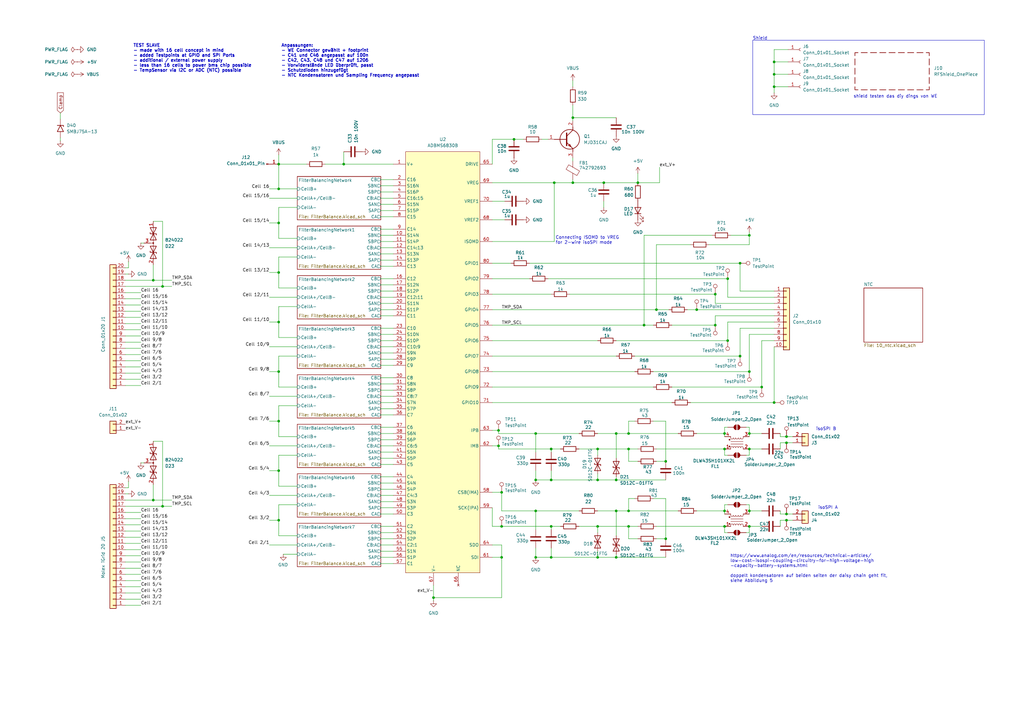
<source format=kicad_sch>
(kicad_sch
	(version 20231120)
	(generator "eeschema")
	(generator_version "8.0")
	(uuid "64eac9c4-e018-49db-b598-a7107a0db15b")
	(paper "A3")
	(lib_symbols
		(symbol "ADBMS6830B_lang:ADBMS6830B_Tall"
			(exclude_from_sim no)
			(in_bom yes)
			(on_board yes)
			(property "Reference" "U"
				(at 0 1.27 0)
				(effects
					(font
						(size 1.27 1.27)
					)
				)
			)
			(property "Value" "ADBMS6830B"
				(at 0 -1.27 0)
				(effects
					(font
						(size 1.27 1.27)
					)
				)
			)
			(property "Footprint" "ADBMS6830:QFP-80_12x12_Pitch0.5mm"
				(at -48.26 53.34 0)
				(effects
					(font
						(size 1.27 1.27)
					)
					(hide yes)
				)
			)
			(property "Datasheet" "~/ADBMS6830B_ADI.pdf"
				(at -48.26 53.34 0)
				(effects
					(font
						(size 1.27 1.27)
					)
					(hide yes)
				)
			)
			(property "Description" ""
				(at 0 0 0)
				(effects
					(font
						(size 1.27 1.27)
					)
					(hide yes)
				)
			)
			(symbol "ADBMS6830B_Tall_1_0"
				(pin input line
					(at -20.32 46.99 0)
					(length 5)
					(name "C14:13"
						(effects
							(font
								(size 1.27 1.27)
							)
						)
					)
					(number "12"
						(effects
							(font
								(size 1.27 1.27)
							)
						)
					)
				)
				(pin input line
					(at -20.32 6.35 0)
					(length 5)
					(name "C10:9"
						(effects
							(font
								(size 1.27 1.27)
							)
						)
					)
					(number "26"
						(effects
							(font
								(size 1.27 1.27)
							)
						)
					)
				)
				(pin input line
					(at -20.32 -13.97 0)
					(length 5)
					(name "C8:7"
						(effects
							(font
								(size 1.27 1.27)
							)
						)
					)
					(number "33"
						(effects
							(font
								(size 1.27 1.27)
							)
						)
					)
				)
				(pin input line
					(at -20.32 -34.29 0)
					(length 5)
					(name "C6:5"
						(effects
							(font
								(size 1.27 1.27)
							)
						)
					)
					(number "40"
						(effects
							(font
								(size 1.27 1.27)
							)
						)
					)
				)
				(pin input line
					(at -20.32 -54.61 0)
					(length 5)
					(name "C4:3"
						(effects
							(font
								(size 1.27 1.27)
							)
						)
					)
					(number "47"
						(effects
							(font
								(size 1.27 1.27)
							)
						)
					)
				)
				(pin input line
					(at -20.32 -74.93 0)
					(length 5)
					(name "C2:1"
						(effects
							(font
								(size 1.27 1.27)
							)
						)
					)
					(number "54"
						(effects
							(font
								(size 1.27 1.27)
							)
						)
					)
				)
				(pin no_connect line
					(at 6.35 -91.44 90)
					(length 5)
					(name "NC"
						(effects
							(font
								(size 1.27 1.27)
							)
						)
					)
					(number "66"
						(effects
							(font
								(size 1.27 1.27)
							)
						)
					)
				)
				(pin bidirectional line
					(at 20.32 -16.51 180)
					(length 5)
					(name "GPIO10"
						(effects
							(font
								(size 1.27 1.27)
							)
						)
					)
					(number "71"
						(effects
							(font
								(size 1.27 1.27)
							)
						)
					)
				)
			)
			(symbol "ADBMS6830B_Tall_1_1"
				(rectangle
					(start -15.24 86.36)
					(end 15.24 -86.36)
					(stroke
						(width 0)
						(type default)
					)
					(fill
						(type background)
					)
				)
				(pin power_out line
					(at -20.32 81.28 0)
					(length 5)
					(name "V+"
						(effects
							(font
								(size 1.27 1.27)
							)
						)
					)
					(number "1"
						(effects
							(font
								(size 1.27 1.27)
							)
						)
					)
				)
				(pin input line
					(at -20.32 52.07 0)
					(length 5)
					(name "S14N"
						(effects
							(font
								(size 1.27 1.27)
							)
						)
					)
					(number "10"
						(effects
							(font
								(size 1.27 1.27)
							)
						)
					)
				)
				(pin input line
					(at -20.32 49.53 0)
					(length 5)
					(name "S14P"
						(effects
							(font
								(size 1.27 1.27)
							)
						)
					)
					(number "11"
						(effects
							(font
								(size 1.27 1.27)
							)
						)
					)
				)
				(pin input line
					(at -20.32 44.45 0)
					(length 5)
					(name "S13N"
						(effects
							(font
								(size 1.27 1.27)
							)
						)
					)
					(number "13"
						(effects
							(font
								(size 1.27 1.27)
							)
						)
					)
				)
				(pin input line
					(at -20.32 41.91 0)
					(length 5)
					(name "S13P"
						(effects
							(font
								(size 1.27 1.27)
							)
						)
					)
					(number "14"
						(effects
							(font
								(size 1.27 1.27)
							)
						)
					)
				)
				(pin input line
					(at -20.32 39.37 0)
					(length 5)
					(name "C13"
						(effects
							(font
								(size 1.27 1.27)
							)
						)
					)
					(number "15"
						(effects
							(font
								(size 1.27 1.27)
							)
						)
					)
				)
				(pin input line
					(at -20.32 34.29 0)
					(length 5)
					(name "C12"
						(effects
							(font
								(size 1.27 1.27)
							)
						)
					)
					(number "16"
						(effects
							(font
								(size 1.27 1.27)
							)
						)
					)
				)
				(pin input line
					(at -20.32 31.75 0)
					(length 5)
					(name "S12N"
						(effects
							(font
								(size 1.27 1.27)
							)
						)
					)
					(number "17"
						(effects
							(font
								(size 1.27 1.27)
							)
						)
					)
				)
				(pin input line
					(at -20.32 29.21 0)
					(length 5)
					(name "S12P"
						(effects
							(font
								(size 1.27 1.27)
							)
						)
					)
					(number "18"
						(effects
							(font
								(size 1.27 1.27)
							)
						)
					)
				)
				(pin input line
					(at -20.32 26.67 0)
					(length 5)
					(name "C12:11"
						(effects
							(font
								(size 1.27 1.27)
							)
						)
					)
					(number "19"
						(effects
							(font
								(size 1.27 1.27)
							)
						)
					)
				)
				(pin input line
					(at -20.32 74.93 0)
					(length 5)
					(name "C16"
						(effects
							(font
								(size 1.27 1.27)
							)
						)
					)
					(number "2"
						(effects
							(font
								(size 1.27 1.27)
							)
						)
					)
				)
				(pin input line
					(at -20.32 24.13 0)
					(length 5)
					(name "S11N"
						(effects
							(font
								(size 1.27 1.27)
							)
						)
					)
					(number "20"
						(effects
							(font
								(size 1.27 1.27)
							)
						)
					)
				)
				(pin input line
					(at -20.32 21.59 0)
					(length 5)
					(name "S11P"
						(effects
							(font
								(size 1.27 1.27)
							)
						)
					)
					(number "21"
						(effects
							(font
								(size 1.27 1.27)
							)
						)
					)
				)
				(pin input line
					(at -20.32 19.05 0)
					(length 5)
					(name "C11"
						(effects
							(font
								(size 1.27 1.27)
							)
						)
					)
					(number "22"
						(effects
							(font
								(size 1.27 1.27)
							)
						)
					)
				)
				(pin input line
					(at -20.32 13.97 0)
					(length 5)
					(name "C10"
						(effects
							(font
								(size 1.27 1.27)
							)
						)
					)
					(number "23"
						(effects
							(font
								(size 1.27 1.27)
							)
						)
					)
				)
				(pin input line
					(at -20.32 11.43 0)
					(length 5)
					(name "S10N"
						(effects
							(font
								(size 1.27 1.27)
							)
						)
					)
					(number "24"
						(effects
							(font
								(size 1.27 1.27)
							)
						)
					)
				)
				(pin input line
					(at -20.32 8.89 0)
					(length 5)
					(name "S10P"
						(effects
							(font
								(size 1.27 1.27)
							)
						)
					)
					(number "25"
						(effects
							(font
								(size 1.27 1.27)
							)
						)
					)
				)
				(pin input line
					(at -20.32 3.81 0)
					(length 5)
					(name "S9N"
						(effects
							(font
								(size 1.27 1.27)
							)
						)
					)
					(number "27"
						(effects
							(font
								(size 1.27 1.27)
							)
						)
					)
				)
				(pin input line
					(at -20.32 1.27 0)
					(length 5)
					(name "S9P"
						(effects
							(font
								(size 1.27 1.27)
							)
						)
					)
					(number "28"
						(effects
							(font
								(size 1.27 1.27)
							)
						)
					)
				)
				(pin input line
					(at -20.32 -1.27 0)
					(length 5)
					(name "C9"
						(effects
							(font
								(size 1.27 1.27)
							)
						)
					)
					(number "29"
						(effects
							(font
								(size 1.27 1.27)
							)
						)
					)
				)
				(pin input line
					(at -20.32 72.39 0)
					(length 5)
					(name "S16N"
						(effects
							(font
								(size 1.27 1.27)
							)
						)
					)
					(number "3"
						(effects
							(font
								(size 1.27 1.27)
							)
						)
					)
				)
				(pin input line
					(at -20.32 -6.35 0)
					(length 5)
					(name "C8"
						(effects
							(font
								(size 1.27 1.27)
							)
						)
					)
					(number "30"
						(effects
							(font
								(size 1.27 1.27)
							)
						)
					)
				)
				(pin input line
					(at -20.32 -8.89 0)
					(length 5)
					(name "S8N"
						(effects
							(font
								(size 1.27 1.27)
							)
						)
					)
					(number "31"
						(effects
							(font
								(size 1.27 1.27)
							)
						)
					)
				)
				(pin input line
					(at -20.32 -11.43 0)
					(length 5)
					(name "S8P"
						(effects
							(font
								(size 1.27 1.27)
							)
						)
					)
					(number "32"
						(effects
							(font
								(size 1.27 1.27)
							)
						)
					)
				)
				(pin input line
					(at -20.32 -16.51 0)
					(length 5)
					(name "S7N"
						(effects
							(font
								(size 1.27 1.27)
							)
						)
					)
					(number "34"
						(effects
							(font
								(size 1.27 1.27)
							)
						)
					)
				)
				(pin input line
					(at -20.32 -19.05 0)
					(length 5)
					(name "S7P"
						(effects
							(font
								(size 1.27 1.27)
							)
						)
					)
					(number "35"
						(effects
							(font
								(size 1.27 1.27)
							)
						)
					)
				)
				(pin input line
					(at -20.32 -21.59 0)
					(length 5)
					(name "C7"
						(effects
							(font
								(size 1.27 1.27)
							)
						)
					)
					(number "36"
						(effects
							(font
								(size 1.27 1.27)
							)
						)
					)
				)
				(pin input line
					(at -20.32 -26.67 0)
					(length 5)
					(name "C6"
						(effects
							(font
								(size 1.27 1.27)
							)
						)
					)
					(number "37"
						(effects
							(font
								(size 1.27 1.27)
							)
						)
					)
				)
				(pin input line
					(at -20.32 -29.21 0)
					(length 5)
					(name "S6N"
						(effects
							(font
								(size 1.27 1.27)
							)
						)
					)
					(number "38"
						(effects
							(font
								(size 1.27 1.27)
							)
						)
					)
				)
				(pin input line
					(at -20.32 -31.75 0)
					(length 5)
					(name "S6P"
						(effects
							(font
								(size 1.27 1.27)
							)
						)
					)
					(number "39"
						(effects
							(font
								(size 1.27 1.27)
							)
						)
					)
				)
				(pin input line
					(at -20.32 69.85 0)
					(length 5)
					(name "S16P"
						(effects
							(font
								(size 1.27 1.27)
							)
						)
					)
					(number "4"
						(effects
							(font
								(size 1.27 1.27)
							)
						)
					)
				)
				(pin input line
					(at -20.32 -36.83 0)
					(length 5)
					(name "S5N"
						(effects
							(font
								(size 1.27 1.27)
							)
						)
					)
					(number "41"
						(effects
							(font
								(size 1.27 1.27)
							)
						)
					)
				)
				(pin input line
					(at -20.32 -39.37 0)
					(length 5)
					(name "S5P"
						(effects
							(font
								(size 1.27 1.27)
							)
						)
					)
					(number "42"
						(effects
							(font
								(size 1.27 1.27)
							)
						)
					)
				)
				(pin input line
					(at -20.32 -41.91 0)
					(length 5)
					(name "C5"
						(effects
							(font
								(size 1.27 1.27)
							)
						)
					)
					(number "43"
						(effects
							(font
								(size 1.27 1.27)
							)
						)
					)
				)
				(pin input line
					(at -20.32 -46.99 0)
					(length 5)
					(name "C4"
						(effects
							(font
								(size 1.27 1.27)
							)
						)
					)
					(number "44"
						(effects
							(font
								(size 1.27 1.27)
							)
						)
					)
				)
				(pin input line
					(at -20.32 -49.53 0)
					(length 5)
					(name "S4N"
						(effects
							(font
								(size 1.27 1.27)
							)
						)
					)
					(number "45"
						(effects
							(font
								(size 1.27 1.27)
							)
						)
					)
				)
				(pin input line
					(at -20.32 -52.07 0)
					(length 5)
					(name "S4P"
						(effects
							(font
								(size 1.27 1.27)
							)
						)
					)
					(number "46"
						(effects
							(font
								(size 1.27 1.27)
							)
						)
					)
				)
				(pin input line
					(at -20.32 -57.15 0)
					(length 5)
					(name "S3N"
						(effects
							(font
								(size 1.27 1.27)
							)
						)
					)
					(number "48"
						(effects
							(font
								(size 1.27 1.27)
							)
						)
					)
				)
				(pin input line
					(at -20.32 -59.69 0)
					(length 5)
					(name "S3P"
						(effects
							(font
								(size 1.27 1.27)
							)
						)
					)
					(number "49"
						(effects
							(font
								(size 1.27 1.27)
							)
						)
					)
				)
				(pin input line
					(at -20.32 67.31 0)
					(length 5)
					(name "C16:15"
						(effects
							(font
								(size 1.27 1.27)
							)
						)
					)
					(number "5"
						(effects
							(font
								(size 1.27 1.27)
							)
						)
					)
				)
				(pin input line
					(at -20.32 -62.23 0)
					(length 5)
					(name "C3"
						(effects
							(font
								(size 1.27 1.27)
							)
						)
					)
					(number "50"
						(effects
							(font
								(size 1.27 1.27)
							)
						)
					)
				)
				(pin input line
					(at -20.32 -67.31 0)
					(length 5)
					(name "C2"
						(effects
							(font
								(size 1.27 1.27)
							)
						)
					)
					(number "51"
						(effects
							(font
								(size 1.27 1.27)
							)
						)
					)
				)
				(pin input line
					(at -20.32 -69.85 0)
					(length 5)
					(name "S2N"
						(effects
							(font
								(size 1.27 1.27)
							)
						)
					)
					(number "52"
						(effects
							(font
								(size 1.27 1.27)
							)
						)
					)
				)
				(pin input line
					(at -20.32 -72.39 0)
					(length 5)
					(name "S2P"
						(effects
							(font
								(size 1.27 1.27)
							)
						)
					)
					(number "53"
						(effects
							(font
								(size 1.27 1.27)
							)
						)
					)
				)
				(pin input line
					(at -20.32 -77.47 0)
					(length 5)
					(name "S1N"
						(effects
							(font
								(size 1.27 1.27)
							)
						)
					)
					(number "55"
						(effects
							(font
								(size 1.27 1.27)
							)
						)
					)
				)
				(pin input line
					(at -20.32 -80.01 0)
					(length 5)
					(name "S1P"
						(effects
							(font
								(size 1.27 1.27)
							)
						)
					)
					(number "56"
						(effects
							(font
								(size 1.27 1.27)
							)
						)
					)
				)
				(pin input line
					(at -20.32 -82.55 0)
					(length 5)
					(name "C1"
						(effects
							(font
								(size 1.27 1.27)
							)
						)
					)
					(number "57"
						(effects
							(font
								(size 1.27 1.27)
							)
						)
					)
				)
				(pin bidirectional line
					(at 20.32 -53.34 180)
					(length 5)
					(name "CSB(IMA)"
						(effects
							(font
								(size 1.27 1.27)
							)
						)
					)
					(number "58"
						(effects
							(font
								(size 1.27 1.27)
							)
						)
					)
				)
				(pin bidirectional line
					(at 20.32 -59.69 180)
					(length 5)
					(name "SCK(IPA)"
						(effects
							(font
								(size 1.27 1.27)
							)
						)
					)
					(number "59"
						(effects
							(font
								(size 1.27 1.27)
							)
						)
					)
				)
				(pin input line
					(at -20.32 64.77 0)
					(length 5)
					(name "S15N"
						(effects
							(font
								(size 1.27 1.27)
							)
						)
					)
					(number "6"
						(effects
							(font
								(size 1.27 1.27)
							)
						)
					)
				)
				(pin bidirectional line
					(at 20.32 49.53 180)
					(length 5)
					(name "ISOMD"
						(effects
							(font
								(size 1.27 1.27)
							)
						)
					)
					(number "60"
						(effects
							(font
								(size 1.27 1.27)
							)
						)
					)
				)
				(pin bidirectional line
					(at 20.32 -80.01 180)
					(length 5)
					(name "SDI"
						(effects
							(font
								(size 1.27 1.27)
							)
						)
					)
					(number "61"
						(effects
							(font
								(size 1.27 1.27)
							)
						)
					)
				)
				(pin bidirectional line
					(at 20.32 -34.29 180)
					(length 5)
					(name "IMB"
						(effects
							(font
								(size 1.27 1.27)
							)
						)
					)
					(number "62"
						(effects
							(font
								(size 1.27 1.27)
							)
						)
					)
				)
				(pin bidirectional line
					(at 20.32 -27.94 180)
					(length 5)
					(name "IPB"
						(effects
							(font
								(size 1.27 1.27)
							)
						)
					)
					(number "63"
						(effects
							(font
								(size 1.27 1.27)
							)
						)
					)
				)
				(pin bidirectional line
					(at 20.32 -74.93 180)
					(length 5)
					(name "SDO"
						(effects
							(font
								(size 1.27 1.27)
							)
						)
					)
					(number "64"
						(effects
							(font
								(size 1.27 1.27)
							)
						)
					)
				)
				(pin bidirectional line
					(at 20.32 81.28 180)
					(length 5)
					(name "DRIVE"
						(effects
							(font
								(size 1.27 1.27)
							)
						)
					)
					(number "65"
						(effects
							(font
								(size 1.27 1.27)
							)
						)
					)
				)
				(pin input line
					(at -3.81 -91.44 90)
					(length 5)
					(name "V-"
						(effects
							(font
								(size 1.27 1.27)
							)
						)
					)
					(number "67"
						(effects
							(font
								(size 1.27 1.27)
							)
						)
					)
				)
				(pin power_out line
					(at 20.32 58.42 180)
					(length 5)
					(name "VREF2"
						(effects
							(font
								(size 1.27 1.27)
							)
						)
					)
					(number "68"
						(effects
							(font
								(size 1.27 1.27)
							)
						)
					)
				)
				(pin input line
					(at 20.32 73.66 180)
					(length 5)
					(name "VREG"
						(effects
							(font
								(size 1.27 1.27)
							)
						)
					)
					(number "69"
						(effects
							(font
								(size 1.27 1.27)
							)
						)
					)
				)
				(pin input line
					(at -20.32 62.23 0)
					(length 5)
					(name "S15P"
						(effects
							(font
								(size 1.27 1.27)
							)
						)
					)
					(number "7"
						(effects
							(font
								(size 1.27 1.27)
							)
						)
					)
				)
				(pin power_out line
					(at 20.32 66.04 180)
					(length 5)
					(name "VREF1"
						(effects
							(font
								(size 1.27 1.27)
							)
						)
					)
					(number "70"
						(effects
							(font
								(size 1.27 1.27)
							)
						)
					)
				)
				(pin bidirectional line
					(at 20.32 -10.16 180)
					(length 5)
					(name "GPIO9"
						(effects
							(font
								(size 1.27 1.27)
							)
						)
					)
					(number "72"
						(effects
							(font
								(size 1.27 1.27)
							)
						)
					)
				)
				(pin bidirectional line
					(at 20.32 -3.81 180)
					(length 5)
					(name "GPIO8"
						(effects
							(font
								(size 1.27 1.27)
							)
						)
					)
					(number "73"
						(effects
							(font
								(size 1.27 1.27)
							)
						)
					)
				)
				(pin bidirectional line
					(at 20.32 2.54 180)
					(length 5)
					(name "GPIO7"
						(effects
							(font
								(size 1.27 1.27)
							)
						)
					)
					(number "74"
						(effects
							(font
								(size 1.27 1.27)
							)
						)
					)
				)
				(pin bidirectional line
					(at 20.32 8.89 180)
					(length 5)
					(name "GPIO6"
						(effects
							(font
								(size 1.27 1.27)
							)
						)
					)
					(number "75"
						(effects
							(font
								(size 1.27 1.27)
							)
						)
					)
				)
				(pin bidirectional line
					(at 20.32 15.24 180)
					(length 5)
					(name "GPIO5"
						(effects
							(font
								(size 1.27 1.27)
							)
						)
					)
					(number "76"
						(effects
							(font
								(size 1.27 1.27)
							)
						)
					)
				)
				(pin bidirectional line
					(at 20.32 21.59 180)
					(length 5)
					(name "GPIO4"
						(effects
							(font
								(size 1.27 1.27)
							)
						)
					)
					(number "77"
						(effects
							(font
								(size 1.27 1.27)
							)
						)
					)
				)
				(pin bidirectional line
					(at 20.32 27.94 180)
					(length 5)
					(name "GPIO3"
						(effects
							(font
								(size 1.27 1.27)
							)
						)
					)
					(number "78"
						(effects
							(font
								(size 1.27 1.27)
							)
						)
					)
				)
				(pin bidirectional line
					(at 20.32 34.29 180)
					(length 5)
					(name "GPIO2"
						(effects
							(font
								(size 1.27 1.27)
							)
						)
					)
					(number "79"
						(effects
							(font
								(size 1.27 1.27)
							)
						)
					)
				)
				(pin input line
					(at -20.32 59.69 0)
					(length 5)
					(name "C15"
						(effects
							(font
								(size 1.27 1.27)
							)
						)
					)
					(number "8"
						(effects
							(font
								(size 1.27 1.27)
							)
						)
					)
				)
				(pin bidirectional line
					(at 20.32 40.64 180)
					(length 5)
					(name "GPIO1"
						(effects
							(font
								(size 1.27 1.27)
							)
						)
					)
					(number "80"
						(effects
							(font
								(size 1.27 1.27)
							)
						)
					)
				)
				(pin input line
					(at -20.32 54.61 0)
					(length 5)
					(name "C14"
						(effects
							(font
								(size 1.27 1.27)
							)
						)
					)
					(number "9"
						(effects
							(font
								(size 1.27 1.27)
							)
						)
					)
				)
			)
		)
		(symbol "Connector:Conn_01x01_Pin"
			(pin_names
				(offset 1.016) hide)
			(exclude_from_sim no)
			(in_bom yes)
			(on_board yes)
			(property "Reference" "J"
				(at 0 2.54 0)
				(effects
					(font
						(size 1.27 1.27)
					)
				)
			)
			(property "Value" "Conn_01x01_Pin"
				(at 0 -2.54 0)
				(effects
					(font
						(size 1.27 1.27)
					)
				)
			)
			(property "Footprint" ""
				(at 0 0 0)
				(effects
					(font
						(size 1.27 1.27)
					)
					(hide yes)
				)
			)
			(property "Datasheet" "~"
				(at 0 0 0)
				(effects
					(font
						(size 1.27 1.27)
					)
					(hide yes)
				)
			)
			(property "Description" "Generic connector, single row, 01x01, script generated"
				(at 0 0 0)
				(effects
					(font
						(size 1.27 1.27)
					)
					(hide yes)
				)
			)
			(property "ki_locked" ""
				(at 0 0 0)
				(effects
					(font
						(size 1.27 1.27)
					)
				)
			)
			(property "ki_keywords" "connector"
				(at 0 0 0)
				(effects
					(font
						(size 1.27 1.27)
					)
					(hide yes)
				)
			)
			(property "ki_fp_filters" "Connector*:*_1x??_*"
				(at 0 0 0)
				(effects
					(font
						(size 1.27 1.27)
					)
					(hide yes)
				)
			)
			(symbol "Conn_01x01_Pin_1_1"
				(polyline
					(pts
						(xy 1.27 0) (xy 0.8636 0)
					)
					(stroke
						(width 0.1524)
						(type default)
					)
					(fill
						(type none)
					)
				)
				(rectangle
					(start 0.8636 0.127)
					(end 0 -0.127)
					(stroke
						(width 0.1524)
						(type default)
					)
					(fill
						(type outline)
					)
				)
				(pin passive line
					(at 5.08 0 180)
					(length 3.81)
					(name "Pin_1"
						(effects
							(font
								(size 1.27 1.27)
							)
						)
					)
					(number "1"
						(effects
							(font
								(size 1.27 1.27)
							)
						)
					)
				)
			)
		)
		(symbol "Connector:Conn_01x01_Socket"
			(pin_names
				(offset 1.016) hide)
			(exclude_from_sim no)
			(in_bom yes)
			(on_board yes)
			(property "Reference" "J"
				(at 0 2.54 0)
				(effects
					(font
						(size 1.27 1.27)
					)
				)
			)
			(property "Value" "Conn_01x01_Socket"
				(at 0 -2.54 0)
				(effects
					(font
						(size 1.27 1.27)
					)
				)
			)
			(property "Footprint" ""
				(at 0 0 0)
				(effects
					(font
						(size 1.27 1.27)
					)
					(hide yes)
				)
			)
			(property "Datasheet" "~"
				(at 0 0 0)
				(effects
					(font
						(size 1.27 1.27)
					)
					(hide yes)
				)
			)
			(property "Description" "Generic connector, single row, 01x01, script generated"
				(at 0 0 0)
				(effects
					(font
						(size 1.27 1.27)
					)
					(hide yes)
				)
			)
			(property "ki_locked" ""
				(at 0 0 0)
				(effects
					(font
						(size 1.27 1.27)
					)
				)
			)
			(property "ki_keywords" "connector"
				(at 0 0 0)
				(effects
					(font
						(size 1.27 1.27)
					)
					(hide yes)
				)
			)
			(property "ki_fp_filters" "Connector*:*_1x??_*"
				(at 0 0 0)
				(effects
					(font
						(size 1.27 1.27)
					)
					(hide yes)
				)
			)
			(symbol "Conn_01x01_Socket_1_1"
				(polyline
					(pts
						(xy -1.27 0) (xy -0.508 0)
					)
					(stroke
						(width 0.1524)
						(type default)
					)
					(fill
						(type none)
					)
				)
				(arc
					(start 0 0.508)
					(mid -0.5058 0)
					(end 0 -0.508)
					(stroke
						(width 0.1524)
						(type default)
					)
					(fill
						(type none)
					)
				)
				(pin passive line
					(at -5.08 0 0)
					(length 3.81)
					(name "Pin_1"
						(effects
							(font
								(size 1.27 1.27)
							)
						)
					)
					(number "1"
						(effects
							(font
								(size 1.27 1.27)
							)
						)
					)
				)
			)
		)
		(symbol "Connector:TestPoint"
			(pin_numbers hide)
			(pin_names
				(offset 0.762) hide)
			(exclude_from_sim no)
			(in_bom yes)
			(on_board yes)
			(property "Reference" "TP"
				(at 0 6.858 0)
				(effects
					(font
						(size 1.27 1.27)
					)
				)
			)
			(property "Value" "TestPoint"
				(at 0 5.08 0)
				(effects
					(font
						(size 1.27 1.27)
					)
				)
			)
			(property "Footprint" ""
				(at 5.08 0 0)
				(effects
					(font
						(size 1.27 1.27)
					)
					(hide yes)
				)
			)
			(property "Datasheet" "~"
				(at 5.08 0 0)
				(effects
					(font
						(size 1.27 1.27)
					)
					(hide yes)
				)
			)
			(property "Description" "test point"
				(at 0 0 0)
				(effects
					(font
						(size 1.27 1.27)
					)
					(hide yes)
				)
			)
			(property "ki_keywords" "test point tp"
				(at 0 0 0)
				(effects
					(font
						(size 1.27 1.27)
					)
					(hide yes)
				)
			)
			(property "ki_fp_filters" "Pin* Test*"
				(at 0 0 0)
				(effects
					(font
						(size 1.27 1.27)
					)
					(hide yes)
				)
			)
			(symbol "TestPoint_0_1"
				(circle
					(center 0 3.302)
					(radius 0.762)
					(stroke
						(width 0)
						(type default)
					)
					(fill
						(type none)
					)
				)
			)
			(symbol "TestPoint_1_1"
				(pin passive line
					(at 0 0 90)
					(length 2.54)
					(name "1"
						(effects
							(font
								(size 1.27 1.27)
							)
						)
					)
					(number "1"
						(effects
							(font
								(size 1.27 1.27)
							)
						)
					)
				)
			)
		)
		(symbol "Connector_Generic:Conn_01x02"
			(pin_names
				(offset 1.016) hide)
			(exclude_from_sim no)
			(in_bom yes)
			(on_board yes)
			(property "Reference" "J"
				(at 0 2.54 0)
				(effects
					(font
						(size 1.27 1.27)
					)
				)
			)
			(property "Value" "Conn_01x02"
				(at 0 -5.08 0)
				(effects
					(font
						(size 1.27 1.27)
					)
				)
			)
			(property "Footprint" ""
				(at 0 0 0)
				(effects
					(font
						(size 1.27 1.27)
					)
					(hide yes)
				)
			)
			(property "Datasheet" "~"
				(at 0 0 0)
				(effects
					(font
						(size 1.27 1.27)
					)
					(hide yes)
				)
			)
			(property "Description" "Generic connector, single row, 01x02, script generated (kicad-library-utils/schlib/autogen/connector/)"
				(at 0 0 0)
				(effects
					(font
						(size 1.27 1.27)
					)
					(hide yes)
				)
			)
			(property "ki_keywords" "connector"
				(at 0 0 0)
				(effects
					(font
						(size 1.27 1.27)
					)
					(hide yes)
				)
			)
			(property "ki_fp_filters" "Connector*:*_1x??_*"
				(at 0 0 0)
				(effects
					(font
						(size 1.27 1.27)
					)
					(hide yes)
				)
			)
			(symbol "Conn_01x02_1_1"
				(rectangle
					(start -1.27 -2.413)
					(end 0 -2.667)
					(stroke
						(width 0.1524)
						(type default)
					)
					(fill
						(type none)
					)
				)
				(rectangle
					(start -1.27 0.127)
					(end 0 -0.127)
					(stroke
						(width 0.1524)
						(type default)
					)
					(fill
						(type none)
					)
				)
				(rectangle
					(start -1.27 1.27)
					(end 1.27 -3.81)
					(stroke
						(width 0.254)
						(type default)
					)
					(fill
						(type background)
					)
				)
				(pin passive line
					(at -5.08 0 0)
					(length 3.81)
					(name "Pin_1"
						(effects
							(font
								(size 1.27 1.27)
							)
						)
					)
					(number "1"
						(effects
							(font
								(size 1.27 1.27)
							)
						)
					)
				)
				(pin passive line
					(at -5.08 -2.54 0)
					(length 3.81)
					(name "Pin_2"
						(effects
							(font
								(size 1.27 1.27)
							)
						)
					)
					(number "2"
						(effects
							(font
								(size 1.27 1.27)
							)
						)
					)
				)
			)
		)
		(symbol "Connector_Generic:Conn_01x10"
			(pin_names
				(offset 1.016) hide)
			(exclude_from_sim no)
			(in_bom yes)
			(on_board yes)
			(property "Reference" "J"
				(at 0 12.7 0)
				(effects
					(font
						(size 1.27 1.27)
					)
				)
			)
			(property "Value" "Conn_01x10"
				(at 0 -15.24 0)
				(effects
					(font
						(size 1.27 1.27)
					)
				)
			)
			(property "Footprint" ""
				(at 0 0 0)
				(effects
					(font
						(size 1.27 1.27)
					)
					(hide yes)
				)
			)
			(property "Datasheet" "~"
				(at 0 0 0)
				(effects
					(font
						(size 1.27 1.27)
					)
					(hide yes)
				)
			)
			(property "Description" "Generic connector, single row, 01x10, script generated (kicad-library-utils/schlib/autogen/connector/)"
				(at 0 0 0)
				(effects
					(font
						(size 1.27 1.27)
					)
					(hide yes)
				)
			)
			(property "ki_keywords" "connector"
				(at 0 0 0)
				(effects
					(font
						(size 1.27 1.27)
					)
					(hide yes)
				)
			)
			(property "ki_fp_filters" "Connector*:*_1x??_*"
				(at 0 0 0)
				(effects
					(font
						(size 1.27 1.27)
					)
					(hide yes)
				)
			)
			(symbol "Conn_01x10_1_1"
				(rectangle
					(start -1.27 -12.573)
					(end 0 -12.827)
					(stroke
						(width 0.1524)
						(type default)
					)
					(fill
						(type none)
					)
				)
				(rectangle
					(start -1.27 -10.033)
					(end 0 -10.287)
					(stroke
						(width 0.1524)
						(type default)
					)
					(fill
						(type none)
					)
				)
				(rectangle
					(start -1.27 -7.493)
					(end 0 -7.747)
					(stroke
						(width 0.1524)
						(type default)
					)
					(fill
						(type none)
					)
				)
				(rectangle
					(start -1.27 -4.953)
					(end 0 -5.207)
					(stroke
						(width 0.1524)
						(type default)
					)
					(fill
						(type none)
					)
				)
				(rectangle
					(start -1.27 -2.413)
					(end 0 -2.667)
					(stroke
						(width 0.1524)
						(type default)
					)
					(fill
						(type none)
					)
				)
				(rectangle
					(start -1.27 0.127)
					(end 0 -0.127)
					(stroke
						(width 0.1524)
						(type default)
					)
					(fill
						(type none)
					)
				)
				(rectangle
					(start -1.27 2.667)
					(end 0 2.413)
					(stroke
						(width 0.1524)
						(type default)
					)
					(fill
						(type none)
					)
				)
				(rectangle
					(start -1.27 5.207)
					(end 0 4.953)
					(stroke
						(width 0.1524)
						(type default)
					)
					(fill
						(type none)
					)
				)
				(rectangle
					(start -1.27 7.747)
					(end 0 7.493)
					(stroke
						(width 0.1524)
						(type default)
					)
					(fill
						(type none)
					)
				)
				(rectangle
					(start -1.27 10.287)
					(end 0 10.033)
					(stroke
						(width 0.1524)
						(type default)
					)
					(fill
						(type none)
					)
				)
				(rectangle
					(start -1.27 11.43)
					(end 1.27 -13.97)
					(stroke
						(width 0.254)
						(type default)
					)
					(fill
						(type background)
					)
				)
				(pin passive line
					(at -5.08 10.16 0)
					(length 3.81)
					(name "Pin_1"
						(effects
							(font
								(size 1.27 1.27)
							)
						)
					)
					(number "1"
						(effects
							(font
								(size 1.27 1.27)
							)
						)
					)
				)
				(pin passive line
					(at -5.08 -12.7 0)
					(length 3.81)
					(name "Pin_10"
						(effects
							(font
								(size 1.27 1.27)
							)
						)
					)
					(number "10"
						(effects
							(font
								(size 1.27 1.27)
							)
						)
					)
				)
				(pin passive line
					(at -5.08 7.62 0)
					(length 3.81)
					(name "Pin_2"
						(effects
							(font
								(size 1.27 1.27)
							)
						)
					)
					(number "2"
						(effects
							(font
								(size 1.27 1.27)
							)
						)
					)
				)
				(pin passive line
					(at -5.08 5.08 0)
					(length 3.81)
					(name "Pin_3"
						(effects
							(font
								(size 1.27 1.27)
							)
						)
					)
					(number "3"
						(effects
							(font
								(size 1.27 1.27)
							)
						)
					)
				)
				(pin passive line
					(at -5.08 2.54 0)
					(length 3.81)
					(name "Pin_4"
						(effects
							(font
								(size 1.27 1.27)
							)
						)
					)
					(number "4"
						(effects
							(font
								(size 1.27 1.27)
							)
						)
					)
				)
				(pin passive line
					(at -5.08 0 0)
					(length 3.81)
					(name "Pin_5"
						(effects
							(font
								(size 1.27 1.27)
							)
						)
					)
					(number "5"
						(effects
							(font
								(size 1.27 1.27)
							)
						)
					)
				)
				(pin passive line
					(at -5.08 -2.54 0)
					(length 3.81)
					(name "Pin_6"
						(effects
							(font
								(size 1.27 1.27)
							)
						)
					)
					(number "6"
						(effects
							(font
								(size 1.27 1.27)
							)
						)
					)
				)
				(pin passive line
					(at -5.08 -5.08 0)
					(length 3.81)
					(name "Pin_7"
						(effects
							(font
								(size 1.27 1.27)
							)
						)
					)
					(number "7"
						(effects
							(font
								(size 1.27 1.27)
							)
						)
					)
				)
				(pin passive line
					(at -5.08 -7.62 0)
					(length 3.81)
					(name "Pin_8"
						(effects
							(font
								(size 1.27 1.27)
							)
						)
					)
					(number "8"
						(effects
							(font
								(size 1.27 1.27)
							)
						)
					)
				)
				(pin passive line
					(at -5.08 -10.16 0)
					(length 3.81)
					(name "Pin_9"
						(effects
							(font
								(size 1.27 1.27)
							)
						)
					)
					(number "9"
						(effects
							(font
								(size 1.27 1.27)
							)
						)
					)
				)
			)
		)
		(symbol "Connector_Generic:Conn_01x20"
			(pin_names
				(offset 1.016) hide)
			(exclude_from_sim no)
			(in_bom yes)
			(on_board yes)
			(property "Reference" "J"
				(at 0 25.4 0)
				(effects
					(font
						(size 1.27 1.27)
					)
				)
			)
			(property "Value" "Conn_01x20"
				(at 0 -27.94 0)
				(effects
					(font
						(size 1.27 1.27)
					)
				)
			)
			(property "Footprint" ""
				(at 0 0 0)
				(effects
					(font
						(size 1.27 1.27)
					)
					(hide yes)
				)
			)
			(property "Datasheet" "~"
				(at 0 0 0)
				(effects
					(font
						(size 1.27 1.27)
					)
					(hide yes)
				)
			)
			(property "Description" "Generic connector, single row, 01x20, script generated (kicad-library-utils/schlib/autogen/connector/)"
				(at 0 0 0)
				(effects
					(font
						(size 1.27 1.27)
					)
					(hide yes)
				)
			)
			(property "ki_keywords" "connector"
				(at 0 0 0)
				(effects
					(font
						(size 1.27 1.27)
					)
					(hide yes)
				)
			)
			(property "ki_fp_filters" "Connector*:*_1x??_*"
				(at 0 0 0)
				(effects
					(font
						(size 1.27 1.27)
					)
					(hide yes)
				)
			)
			(symbol "Conn_01x20_1_1"
				(rectangle
					(start -1.27 -25.273)
					(end 0 -25.527)
					(stroke
						(width 0.1524)
						(type default)
					)
					(fill
						(type none)
					)
				)
				(rectangle
					(start -1.27 -22.733)
					(end 0 -22.987)
					(stroke
						(width 0.1524)
						(type default)
					)
					(fill
						(type none)
					)
				)
				(rectangle
					(start -1.27 -20.193)
					(end 0 -20.447)
					(stroke
						(width 0.1524)
						(type default)
					)
					(fill
						(type none)
					)
				)
				(rectangle
					(start -1.27 -17.653)
					(end 0 -17.907)
					(stroke
						(width 0.1524)
						(type default)
					)
					(fill
						(type none)
					)
				)
				(rectangle
					(start -1.27 -15.113)
					(end 0 -15.367)
					(stroke
						(width 0.1524)
						(type default)
					)
					(fill
						(type none)
					)
				)
				(rectangle
					(start -1.27 -12.573)
					(end 0 -12.827)
					(stroke
						(width 0.1524)
						(type default)
					)
					(fill
						(type none)
					)
				)
				(rectangle
					(start -1.27 -10.033)
					(end 0 -10.287)
					(stroke
						(width 0.1524)
						(type default)
					)
					(fill
						(type none)
					)
				)
				(rectangle
					(start -1.27 -7.493)
					(end 0 -7.747)
					(stroke
						(width 0.1524)
						(type default)
					)
					(fill
						(type none)
					)
				)
				(rectangle
					(start -1.27 -4.953)
					(end 0 -5.207)
					(stroke
						(width 0.1524)
						(type default)
					)
					(fill
						(type none)
					)
				)
				(rectangle
					(start -1.27 -2.413)
					(end 0 -2.667)
					(stroke
						(width 0.1524)
						(type default)
					)
					(fill
						(type none)
					)
				)
				(rectangle
					(start -1.27 0.127)
					(end 0 -0.127)
					(stroke
						(width 0.1524)
						(type default)
					)
					(fill
						(type none)
					)
				)
				(rectangle
					(start -1.27 2.667)
					(end 0 2.413)
					(stroke
						(width 0.1524)
						(type default)
					)
					(fill
						(type none)
					)
				)
				(rectangle
					(start -1.27 5.207)
					(end 0 4.953)
					(stroke
						(width 0.1524)
						(type default)
					)
					(fill
						(type none)
					)
				)
				(rectangle
					(start -1.27 7.747)
					(end 0 7.493)
					(stroke
						(width 0.1524)
						(type default)
					)
					(fill
						(type none)
					)
				)
				(rectangle
					(start -1.27 10.287)
					(end 0 10.033)
					(stroke
						(width 0.1524)
						(type default)
					)
					(fill
						(type none)
					)
				)
				(rectangle
					(start -1.27 12.827)
					(end 0 12.573)
					(stroke
						(width 0.1524)
						(type default)
					)
					(fill
						(type none)
					)
				)
				(rectangle
					(start -1.27 15.367)
					(end 0 15.113)
					(stroke
						(width 0.1524)
						(type default)
					)
					(fill
						(type none)
					)
				)
				(rectangle
					(start -1.27 17.907)
					(end 0 17.653)
					(stroke
						(width 0.1524)
						(type default)
					)
					(fill
						(type none)
					)
				)
				(rectangle
					(start -1.27 20.447)
					(end 0 20.193)
					(stroke
						(width 0.1524)
						(type default)
					)
					(fill
						(type none)
					)
				)
				(rectangle
					(start -1.27 22.987)
					(end 0 22.733)
					(stroke
						(width 0.1524)
						(type default)
					)
					(fill
						(type none)
					)
				)
				(rectangle
					(start -1.27 24.13)
					(end 1.27 -26.67)
					(stroke
						(width 0.254)
						(type default)
					)
					(fill
						(type background)
					)
				)
				(pin passive line
					(at -5.08 22.86 0)
					(length 3.81)
					(name "Pin_1"
						(effects
							(font
								(size 1.27 1.27)
							)
						)
					)
					(number "1"
						(effects
							(font
								(size 1.27 1.27)
							)
						)
					)
				)
				(pin passive line
					(at -5.08 0 0)
					(length 3.81)
					(name "Pin_10"
						(effects
							(font
								(size 1.27 1.27)
							)
						)
					)
					(number "10"
						(effects
							(font
								(size 1.27 1.27)
							)
						)
					)
				)
				(pin passive line
					(at -5.08 -2.54 0)
					(length 3.81)
					(name "Pin_11"
						(effects
							(font
								(size 1.27 1.27)
							)
						)
					)
					(number "11"
						(effects
							(font
								(size 1.27 1.27)
							)
						)
					)
				)
				(pin passive line
					(at -5.08 -5.08 0)
					(length 3.81)
					(name "Pin_12"
						(effects
							(font
								(size 1.27 1.27)
							)
						)
					)
					(number "12"
						(effects
							(font
								(size 1.27 1.27)
							)
						)
					)
				)
				(pin passive line
					(at -5.08 -7.62 0)
					(length 3.81)
					(name "Pin_13"
						(effects
							(font
								(size 1.27 1.27)
							)
						)
					)
					(number "13"
						(effects
							(font
								(size 1.27 1.27)
							)
						)
					)
				)
				(pin passive line
					(at -5.08 -10.16 0)
					(length 3.81)
					(name "Pin_14"
						(effects
							(font
								(size 1.27 1.27)
							)
						)
					)
					(number "14"
						(effects
							(font
								(size 1.27 1.27)
							)
						)
					)
				)
				(pin passive line
					(at -5.08 -12.7 0)
					(length 3.81)
					(name "Pin_15"
						(effects
							(font
								(size 1.27 1.27)
							)
						)
					)
					(number "15"
						(effects
							(font
								(size 1.27 1.27)
							)
						)
					)
				)
				(pin passive line
					(at -5.08 -15.24 0)
					(length 3.81)
					(name "Pin_16"
						(effects
							(font
								(size 1.27 1.27)
							)
						)
					)
					(number "16"
						(effects
							(font
								(size 1.27 1.27)
							)
						)
					)
				)
				(pin passive line
					(at -5.08 -17.78 0)
					(length 3.81)
					(name "Pin_17"
						(effects
							(font
								(size 1.27 1.27)
							)
						)
					)
					(number "17"
						(effects
							(font
								(size 1.27 1.27)
							)
						)
					)
				)
				(pin passive line
					(at -5.08 -20.32 0)
					(length 3.81)
					(name "Pin_18"
						(effects
							(font
								(size 1.27 1.27)
							)
						)
					)
					(number "18"
						(effects
							(font
								(size 1.27 1.27)
							)
						)
					)
				)
				(pin passive line
					(at -5.08 -22.86 0)
					(length 3.81)
					(name "Pin_19"
						(effects
							(font
								(size 1.27 1.27)
							)
						)
					)
					(number "19"
						(effects
							(font
								(size 1.27 1.27)
							)
						)
					)
				)
				(pin passive line
					(at -5.08 20.32 0)
					(length 3.81)
					(name "Pin_2"
						(effects
							(font
								(size 1.27 1.27)
							)
						)
					)
					(number "2"
						(effects
							(font
								(size 1.27 1.27)
							)
						)
					)
				)
				(pin passive line
					(at -5.08 -25.4 0)
					(length 3.81)
					(name "Pin_20"
						(effects
							(font
								(size 1.27 1.27)
							)
						)
					)
					(number "20"
						(effects
							(font
								(size 1.27 1.27)
							)
						)
					)
				)
				(pin passive line
					(at -5.08 17.78 0)
					(length 3.81)
					(name "Pin_3"
						(effects
							(font
								(size 1.27 1.27)
							)
						)
					)
					(number "3"
						(effects
							(font
								(size 1.27 1.27)
							)
						)
					)
				)
				(pin passive line
					(at -5.08 15.24 0)
					(length 3.81)
					(name "Pin_4"
						(effects
							(font
								(size 1.27 1.27)
							)
						)
					)
					(number "4"
						(effects
							(font
								(size 1.27 1.27)
							)
						)
					)
				)
				(pin passive line
					(at -5.08 12.7 0)
					(length 3.81)
					(name "Pin_5"
						(effects
							(font
								(size 1.27 1.27)
							)
						)
					)
					(number "5"
						(effects
							(font
								(size 1.27 1.27)
							)
						)
					)
				)
				(pin passive line
					(at -5.08 10.16 0)
					(length 3.81)
					(name "Pin_6"
						(effects
							(font
								(size 1.27 1.27)
							)
						)
					)
					(number "6"
						(effects
							(font
								(size 1.27 1.27)
							)
						)
					)
				)
				(pin passive line
					(at -5.08 7.62 0)
					(length 3.81)
					(name "Pin_7"
						(effects
							(font
								(size 1.27 1.27)
							)
						)
					)
					(number "7"
						(effects
							(font
								(size 1.27 1.27)
							)
						)
					)
				)
				(pin passive line
					(at -5.08 5.08 0)
					(length 3.81)
					(name "Pin_8"
						(effects
							(font
								(size 1.27 1.27)
							)
						)
					)
					(number "8"
						(effects
							(font
								(size 1.27 1.27)
							)
						)
					)
				)
				(pin passive line
					(at -5.08 2.54 0)
					(length 3.81)
					(name "Pin_9"
						(effects
							(font
								(size 1.27 1.27)
							)
						)
					)
					(number "9"
						(effects
							(font
								(size 1.27 1.27)
							)
						)
					)
				)
			)
		)
		(symbol "Device:C"
			(pin_numbers hide)
			(pin_names
				(offset 0.254)
			)
			(exclude_from_sim no)
			(in_bom yes)
			(on_board yes)
			(property "Reference" "C"
				(at 0.635 2.54 0)
				(effects
					(font
						(size 1.27 1.27)
					)
					(justify left)
				)
			)
			(property "Value" "C"
				(at 0.635 -2.54 0)
				(effects
					(font
						(size 1.27 1.27)
					)
					(justify left)
				)
			)
			(property "Footprint" ""
				(at 0.9652 -3.81 0)
				(effects
					(font
						(size 1.27 1.27)
					)
					(hide yes)
				)
			)
			(property "Datasheet" "~"
				(at 0 0 0)
				(effects
					(font
						(size 1.27 1.27)
					)
					(hide yes)
				)
			)
			(property "Description" "Unpolarized capacitor"
				(at 0 0 0)
				(effects
					(font
						(size 1.27 1.27)
					)
					(hide yes)
				)
			)
			(property "ki_keywords" "cap capacitor"
				(at 0 0 0)
				(effects
					(font
						(size 1.27 1.27)
					)
					(hide yes)
				)
			)
			(property "ki_fp_filters" "C_*"
				(at 0 0 0)
				(effects
					(font
						(size 1.27 1.27)
					)
					(hide yes)
				)
			)
			(symbol "C_0_1"
				(polyline
					(pts
						(xy -2.032 -0.762) (xy 2.032 -0.762)
					)
					(stroke
						(width 0.508)
						(type default)
					)
					(fill
						(type none)
					)
				)
				(polyline
					(pts
						(xy -2.032 0.762) (xy 2.032 0.762)
					)
					(stroke
						(width 0.508)
						(type default)
					)
					(fill
						(type none)
					)
				)
			)
			(symbol "C_1_1"
				(pin passive line
					(at 0 3.81 270)
					(length 2.794)
					(name "~"
						(effects
							(font
								(size 1.27 1.27)
							)
						)
					)
					(number "1"
						(effects
							(font
								(size 1.27 1.27)
							)
						)
					)
				)
				(pin passive line
					(at 0 -3.81 90)
					(length 2.794)
					(name "~"
						(effects
							(font
								(size 1.27 1.27)
							)
						)
					)
					(number "2"
						(effects
							(font
								(size 1.27 1.27)
							)
						)
					)
				)
			)
		)
		(symbol "Device:D_TVS"
			(pin_numbers hide)
			(pin_names
				(offset 1.016) hide)
			(exclude_from_sim no)
			(in_bom yes)
			(on_board yes)
			(property "Reference" "D"
				(at 0 2.54 0)
				(effects
					(font
						(size 1.27 1.27)
					)
				)
			)
			(property "Value" "D_TVS"
				(at 0 -2.54 0)
				(effects
					(font
						(size 1.27 1.27)
					)
				)
			)
			(property "Footprint" ""
				(at 0 0 0)
				(effects
					(font
						(size 1.27 1.27)
					)
					(hide yes)
				)
			)
			(property "Datasheet" "~"
				(at 0 0 0)
				(effects
					(font
						(size 1.27 1.27)
					)
					(hide yes)
				)
			)
			(property "Description" "Bidirectional transient-voltage-suppression diode"
				(at 0 0 0)
				(effects
					(font
						(size 1.27 1.27)
					)
					(hide yes)
				)
			)
			(property "ki_keywords" "diode TVS thyrector"
				(at 0 0 0)
				(effects
					(font
						(size 1.27 1.27)
					)
					(hide yes)
				)
			)
			(property "ki_fp_filters" "TO-???* *_Diode_* *SingleDiode* D_*"
				(at 0 0 0)
				(effects
					(font
						(size 1.27 1.27)
					)
					(hide yes)
				)
			)
			(symbol "D_TVS_0_1"
				(polyline
					(pts
						(xy 1.27 0) (xy -1.27 0)
					)
					(stroke
						(width 0)
						(type default)
					)
					(fill
						(type none)
					)
				)
				(polyline
					(pts
						(xy 0.508 1.27) (xy 0 1.27) (xy 0 -1.27) (xy -0.508 -1.27)
					)
					(stroke
						(width 0.254)
						(type default)
					)
					(fill
						(type none)
					)
				)
				(polyline
					(pts
						(xy -2.54 1.27) (xy -2.54 -1.27) (xy 2.54 1.27) (xy 2.54 -1.27) (xy -2.54 1.27)
					)
					(stroke
						(width 0.254)
						(type default)
					)
					(fill
						(type none)
					)
				)
			)
			(symbol "D_TVS_1_1"
				(pin passive line
					(at -3.81 0 0)
					(length 2.54)
					(name "A1"
						(effects
							(font
								(size 1.27 1.27)
							)
						)
					)
					(number "1"
						(effects
							(font
								(size 1.27 1.27)
							)
						)
					)
				)
				(pin passive line
					(at 3.81 0 180)
					(length 2.54)
					(name "A2"
						(effects
							(font
								(size 1.27 1.27)
							)
						)
					)
					(number "2"
						(effects
							(font
								(size 1.27 1.27)
							)
						)
					)
				)
			)
		)
		(symbol "Device:D_TVS_Dual_AAC"
			(pin_names
				(offset 1.016) hide)
			(exclude_from_sim no)
			(in_bom yes)
			(on_board yes)
			(property "Reference" "D"
				(at 0 4.445 0)
				(effects
					(font
						(size 1.27 1.27)
					)
				)
			)
			(property "Value" "D_TVS_Dual_AAC"
				(at 0 2.54 0)
				(effects
					(font
						(size 1.27 1.27)
					)
				)
			)
			(property "Footprint" ""
				(at -3.81 0 0)
				(effects
					(font
						(size 1.27 1.27)
					)
					(hide yes)
				)
			)
			(property "Datasheet" "~"
				(at -3.81 0 0)
				(effects
					(font
						(size 1.27 1.27)
					)
					(hide yes)
				)
			)
			(property "Description" "Bidirectional dual transient-voltage-suppression diode, center on pin 3"
				(at 0 0 0)
				(effects
					(font
						(size 1.27 1.27)
					)
					(hide yes)
				)
			)
			(property "ki_keywords" "diode TVS thyrector"
				(at 0 0 0)
				(effects
					(font
						(size 1.27 1.27)
					)
					(hide yes)
				)
			)
			(symbol "D_TVS_Dual_AAC_0_0"
				(polyline
					(pts
						(xy 0 -1.27) (xy 0 0)
					)
					(stroke
						(width 0)
						(type default)
					)
					(fill
						(type none)
					)
				)
			)
			(symbol "D_TVS_Dual_AAC_0_1"
				(polyline
					(pts
						(xy -6.35 0) (xy 6.35 0)
					)
					(stroke
						(width 0)
						(type default)
					)
					(fill
						(type none)
					)
				)
				(polyline
					(pts
						(xy -3.302 1.27) (xy -3.81 1.27) (xy -3.81 -1.27) (xy -4.318 -1.27)
					)
					(stroke
						(width 0.254)
						(type default)
					)
					(fill
						(type none)
					)
				)
				(polyline
					(pts
						(xy 4.318 1.27) (xy 3.81 1.27) (xy 3.81 -1.27) (xy 3.302 -1.27)
					)
					(stroke
						(width 0.254)
						(type default)
					)
					(fill
						(type none)
					)
				)
				(polyline
					(pts
						(xy -6.35 1.27) (xy -1.27 -1.27) (xy -1.27 1.27) (xy -6.35 -1.27) (xy -6.35 1.27)
					)
					(stroke
						(width 0.254)
						(type default)
					)
					(fill
						(type none)
					)
				)
				(polyline
					(pts
						(xy 6.35 1.27) (xy 1.27 -1.27) (xy 1.27 1.27) (xy 6.35 -1.27) (xy 6.35 1.27)
					)
					(stroke
						(width 0.254)
						(type default)
					)
					(fill
						(type none)
					)
				)
				(circle
					(center 0 0)
					(radius 0.254)
					(stroke
						(width 0)
						(type default)
					)
					(fill
						(type outline)
					)
				)
			)
			(symbol "D_TVS_Dual_AAC_1_1"
				(pin passive line
					(at -8.89 0 0)
					(length 2.54)
					(name "A1"
						(effects
							(font
								(size 1.27 1.27)
							)
						)
					)
					(number "1"
						(effects
							(font
								(size 1.27 1.27)
							)
						)
					)
				)
				(pin passive line
					(at 8.89 0 180)
					(length 2.54)
					(name "A2"
						(effects
							(font
								(size 1.27 1.27)
							)
						)
					)
					(number "2"
						(effects
							(font
								(size 1.27 1.27)
							)
						)
					)
				)
				(pin input line
					(at 0 -3.81 90)
					(length 2.54)
					(name "common"
						(effects
							(font
								(size 1.27 1.27)
							)
						)
					)
					(number "3"
						(effects
							(font
								(size 1.27 1.27)
							)
						)
					)
				)
			)
		)
		(symbol "Device:FerriteBead"
			(pin_numbers hide)
			(pin_names
				(offset 0)
			)
			(exclude_from_sim no)
			(in_bom yes)
			(on_board yes)
			(property "Reference" "FB"
				(at -3.81 0.635 90)
				(effects
					(font
						(size 1.27 1.27)
					)
				)
			)
			(property "Value" "FerriteBead"
				(at 3.81 0 90)
				(effects
					(font
						(size 1.27 1.27)
					)
				)
			)
			(property "Footprint" ""
				(at -1.778 0 90)
				(effects
					(font
						(size 1.27 1.27)
					)
					(hide yes)
				)
			)
			(property "Datasheet" "~"
				(at 0 0 0)
				(effects
					(font
						(size 1.27 1.27)
					)
					(hide yes)
				)
			)
			(property "Description" "Ferrite bead"
				(at 0 0 0)
				(effects
					(font
						(size 1.27 1.27)
					)
					(hide yes)
				)
			)
			(property "ki_keywords" "L ferrite bead inductor filter"
				(at 0 0 0)
				(effects
					(font
						(size 1.27 1.27)
					)
					(hide yes)
				)
			)
			(property "ki_fp_filters" "Inductor_* L_* *Ferrite*"
				(at 0 0 0)
				(effects
					(font
						(size 1.27 1.27)
					)
					(hide yes)
				)
			)
			(symbol "FerriteBead_0_1"
				(polyline
					(pts
						(xy 0 -1.27) (xy 0 -1.2192)
					)
					(stroke
						(width 0)
						(type default)
					)
					(fill
						(type none)
					)
				)
				(polyline
					(pts
						(xy 0 1.27) (xy 0 1.2954)
					)
					(stroke
						(width 0)
						(type default)
					)
					(fill
						(type none)
					)
				)
				(polyline
					(pts
						(xy -2.7686 0.4064) (xy -1.7018 2.2606) (xy 2.7686 -0.3048) (xy 1.6764 -2.159) (xy -2.7686 0.4064)
					)
					(stroke
						(width 0)
						(type default)
					)
					(fill
						(type none)
					)
				)
			)
			(symbol "FerriteBead_1_1"
				(pin passive line
					(at 0 3.81 270)
					(length 2.54)
					(name "~"
						(effects
							(font
								(size 1.27 1.27)
							)
						)
					)
					(number "1"
						(effects
							(font
								(size 1.27 1.27)
							)
						)
					)
				)
				(pin passive line
					(at 0 -3.81 90)
					(length 2.54)
					(name "~"
						(effects
							(font
								(size 1.27 1.27)
							)
						)
					)
					(number "2"
						(effects
							(font
								(size 1.27 1.27)
							)
						)
					)
				)
			)
		)
		(symbol "Device:R"
			(pin_numbers hide)
			(pin_names
				(offset 0)
			)
			(exclude_from_sim no)
			(in_bom yes)
			(on_board yes)
			(property "Reference" "R"
				(at 2.032 0 90)
				(effects
					(font
						(size 1.27 1.27)
					)
				)
			)
			(property "Value" "R"
				(at 0 0 90)
				(effects
					(font
						(size 1.27 1.27)
					)
				)
			)
			(property "Footprint" ""
				(at -1.778 0 90)
				(effects
					(font
						(size 1.27 1.27)
					)
					(hide yes)
				)
			)
			(property "Datasheet" "~"
				(at 0 0 0)
				(effects
					(font
						(size 1.27 1.27)
					)
					(hide yes)
				)
			)
			(property "Description" "Resistor"
				(at 0 0 0)
				(effects
					(font
						(size 1.27 1.27)
					)
					(hide yes)
				)
			)
			(property "ki_keywords" "R res resistor"
				(at 0 0 0)
				(effects
					(font
						(size 1.27 1.27)
					)
					(hide yes)
				)
			)
			(property "ki_fp_filters" "R_*"
				(at 0 0 0)
				(effects
					(font
						(size 1.27 1.27)
					)
					(hide yes)
				)
			)
			(symbol "R_0_1"
				(rectangle
					(start -1.016 -2.54)
					(end 1.016 2.54)
					(stroke
						(width 0.254)
						(type default)
					)
					(fill
						(type none)
					)
				)
			)
			(symbol "R_1_1"
				(pin passive line
					(at 0 3.81 270)
					(length 1.27)
					(name "~"
						(effects
							(font
								(size 1.27 1.27)
							)
						)
					)
					(number "1"
						(effects
							(font
								(size 1.27 1.27)
							)
						)
					)
				)
				(pin passive line
					(at 0 -3.81 90)
					(length 1.27)
					(name "~"
						(effects
							(font
								(size 1.27 1.27)
							)
						)
					)
					(number "2"
						(effects
							(font
								(size 1.27 1.27)
							)
						)
					)
				)
			)
		)
		(symbol "Device:RFShield_OnePiece"
			(pin_names
				(offset 1.016)
			)
			(exclude_from_sim no)
			(in_bom yes)
			(on_board yes)
			(property "Reference" "J6"
				(at 17.145 1.27 0)
				(effects
					(font
						(size 1.27 1.27)
					)
					(justify left)
				)
			)
			(property "Value" "RFShield_OnePiece"
				(at 17.145 -1.27 0)
				(effects
					(font
						(size 1.27 1.27)
					)
					(justify left)
				)
			)
			(property "Footprint" ""
				(at 0 -2.54 0)
				(effects
					(font
						(size 1.27 1.27)
					)
					(hide yes)
				)
			)
			(property "Datasheet" "~"
				(at 0 -2.54 0)
				(effects
					(font
						(size 1.27 1.27)
					)
					(hide yes)
				)
			)
			(property "Description" "One-piece EMI RF shielding cabinet"
				(at 0 0 0)
				(effects
					(font
						(size 1.27 1.27)
					)
					(hide yes)
				)
			)
			(property "ki_keywords" "RF EMI shielding cabinet"
				(at 0 0 0)
				(effects
					(font
						(size 1.27 1.27)
					)
					(hide yes)
				)
			)
			(symbol "RFShield_OnePiece_0_1"
				(polyline
					(pts
						(xy -15.24 -5.08) (xy -15.24 -2.54)
					)
					(stroke
						(width 0.254)
						(type default)
					)
					(fill
						(type none)
					)
				)
				(polyline
					(pts
						(xy -15.24 -1.27) (xy -15.24 1.27)
					)
					(stroke
						(width 0.254)
						(type default)
					)
					(fill
						(type none)
					)
				)
				(polyline
					(pts
						(xy -15.24 2.54) (xy -15.24 5.08)
					)
					(stroke
						(width 0.254)
						(type default)
					)
					(fill
						(type none)
					)
				)
				(polyline
					(pts
						(xy -12.7 7.62) (xy -10.16 7.62)
					)
					(stroke
						(width 0.254)
						(type default)
					)
					(fill
						(type none)
					)
				)
				(polyline
					(pts
						(xy -10.16 -7.62) (xy -12.7 -7.62)
					)
					(stroke
						(width 0.254)
						(type default)
					)
					(fill
						(type none)
					)
				)
				(polyline
					(pts
						(xy -6.35 -7.62) (xy -8.89 -7.62)
					)
					(stroke
						(width 0.254)
						(type default)
					)
					(fill
						(type none)
					)
				)
				(polyline
					(pts
						(xy -6.35 7.62) (xy -8.89 7.62)
					)
					(stroke
						(width 0.254)
						(type default)
					)
					(fill
						(type none)
					)
				)
				(polyline
					(pts
						(xy -2.54 -7.62) (xy -5.08 -7.62)
					)
					(stroke
						(width 0.254)
						(type default)
					)
					(fill
						(type none)
					)
				)
				(polyline
					(pts
						(xy -2.54 7.62) (xy -5.08 7.62)
					)
					(stroke
						(width 0.254)
						(type default)
					)
					(fill
						(type none)
					)
				)
				(polyline
					(pts
						(xy -1.27 -7.62) (xy 1.27 -7.62)
					)
					(stroke
						(width 0.254)
						(type default)
					)
					(fill
						(type none)
					)
				)
				(polyline
					(pts
						(xy 1.27 7.62) (xy -1.27 7.62)
					)
					(stroke
						(width 0.254)
						(type default)
					)
					(fill
						(type none)
					)
				)
				(polyline
					(pts
						(xy 2.54 -7.62) (xy 5.08 -7.62)
					)
					(stroke
						(width 0.254)
						(type default)
					)
					(fill
						(type none)
					)
				)
				(polyline
					(pts
						(xy 5.08 7.62) (xy 2.54 7.62)
					)
					(stroke
						(width 0.254)
						(type default)
					)
					(fill
						(type none)
					)
				)
				(polyline
					(pts
						(xy 6.35 -7.62) (xy 8.89 -7.62)
					)
					(stroke
						(width 0.254)
						(type default)
					)
					(fill
						(type none)
					)
				)
				(polyline
					(pts
						(xy 8.89 7.62) (xy 6.35 7.62)
					)
					(stroke
						(width 0.254)
						(type default)
					)
					(fill
						(type none)
					)
				)
				(polyline
					(pts
						(xy 10.16 -7.62) (xy 12.7 -7.62)
					)
					(stroke
						(width 0.254)
						(type default)
					)
					(fill
						(type none)
					)
				)
				(polyline
					(pts
						(xy 12.7 7.62) (xy 10.16 7.62)
					)
					(stroke
						(width 0.254)
						(type default)
					)
					(fill
						(type none)
					)
				)
				(polyline
					(pts
						(xy 15.24 -5.08) (xy 15.24 -2.54)
					)
					(stroke
						(width 0.254)
						(type default)
					)
					(fill
						(type none)
					)
				)
				(polyline
					(pts
						(xy 15.24 -1.27) (xy 15.24 1.27)
					)
					(stroke
						(width 0.254)
						(type default)
					)
					(fill
						(type none)
					)
				)
				(polyline
					(pts
						(xy 15.24 2.54) (xy 15.24 5.08)
					)
					(stroke
						(width 0.254)
						(type default)
					)
					(fill
						(type none)
					)
				)
				(polyline
					(pts
						(xy -15.24 6.35) (xy -15.24 7.62) (xy -13.97 7.62)
					)
					(stroke
						(width 0.254)
						(type default)
					)
					(fill
						(type none)
					)
				)
				(polyline
					(pts
						(xy -13.97 -7.62) (xy -15.24 -7.62) (xy -15.24 -6.35)
					)
					(stroke
						(width 0.254)
						(type default)
					)
					(fill
						(type none)
					)
				)
				(polyline
					(pts
						(xy 13.97 -7.62) (xy 15.24 -7.62) (xy 15.24 -6.35)
					)
					(stroke
						(width 0.254)
						(type default)
					)
					(fill
						(type none)
					)
				)
				(polyline
					(pts
						(xy 15.24 6.35) (xy 15.24 7.62) (xy 13.97 7.62)
					)
					(stroke
						(width 0.254)
						(type default)
					)
					(fill
						(type none)
					)
				)
			)
		)
		(symbol "Diode:SMAJ350A"
			(pin_numbers hide)
			(pin_names
				(offset 1.016) hide)
			(exclude_from_sim no)
			(in_bom yes)
			(on_board yes)
			(property "Reference" "D"
				(at 0 2.54 0)
				(effects
					(font
						(size 1.27 1.27)
					)
				)
			)
			(property "Value" "SMAJ350A"
				(at 0 -2.54 0)
				(effects
					(font
						(size 1.27 1.27)
					)
				)
			)
			(property "Footprint" "Diode_SMD:D_SMA"
				(at 0 -5.08 0)
				(effects
					(font
						(size 1.27 1.27)
					)
					(hide yes)
				)
			)
			(property "Datasheet" "https://www.littelfuse.com/media?resourcetype=datasheets&itemid=75e32973-b177-4ee3-a0ff-cedaf1abdb93&filename=smaj-datasheet"
				(at -1.27 0 0)
				(effects
					(font
						(size 1.27 1.27)
					)
					(hide yes)
				)
			)
			(property "Description" "600W unidirectional Transient Voltage Suppressor, 350.0Vr, SMA(DO-214AC)"
				(at 0 0 0)
				(effects
					(font
						(size 1.27 1.27)
					)
					(hide yes)
				)
			)
			(property "ki_keywords" "unidirectional diode TVS voltage suppressor"
				(at 0 0 0)
				(effects
					(font
						(size 1.27 1.27)
					)
					(hide yes)
				)
			)
			(property "ki_fp_filters" "D*SMA*"
				(at 0 0 0)
				(effects
					(font
						(size 1.27 1.27)
					)
					(hide yes)
				)
			)
			(symbol "SMAJ350A_0_1"
				(polyline
					(pts
						(xy -0.762 1.27) (xy -1.27 1.27) (xy -1.27 -1.27)
					)
					(stroke
						(width 0.254)
						(type default)
					)
					(fill
						(type none)
					)
				)
				(polyline
					(pts
						(xy 1.27 1.27) (xy 1.27 -1.27) (xy -1.27 0) (xy 1.27 1.27)
					)
					(stroke
						(width 0.254)
						(type default)
					)
					(fill
						(type none)
					)
				)
			)
			(symbol "SMAJ350A_1_1"
				(pin passive line
					(at -3.81 0 0)
					(length 2.54)
					(name "A1"
						(effects
							(font
								(size 1.27 1.27)
							)
						)
					)
					(number "1"
						(effects
							(font
								(size 1.27 1.27)
							)
						)
					)
				)
				(pin passive line
					(at 3.81 0 180)
					(length 2.54)
					(name "A2"
						(effects
							(font
								(size 1.27 1.27)
							)
						)
					)
					(number "2"
						(effects
							(font
								(size 1.27 1.27)
							)
						)
					)
				)
			)
		)
		(symbol "FaSTTUBe_LEDs:0603_red"
			(pin_numbers hide)
			(pin_names
				(offset 1.016) hide)
			(exclude_from_sim no)
			(in_bom yes)
			(on_board yes)
			(property "Reference" "D"
				(at 0 2.54 0)
				(effects
					(font
						(size 1.27 1.27)
					)
				)
			)
			(property "Value" "0603_red"
				(at 0 -3.81 0)
				(effects
					(font
						(size 1.27 1.27)
					)
				)
			)
			(property "Footprint" "LED_SMD:LED_0603_1608Metric"
				(at 0 5.08 0)
				(effects
					(font
						(size 1.27 1.27)
					)
					(hide yes)
				)
			)
			(property "Datasheet" "~"
				(at 0 0 0)
				(effects
					(font
						(size 1.27 1.27)
					)
					(hide yes)
				)
			)
			(property "Description" "LED red 150060RS75000"
				(at 0 0 0)
				(effects
					(font
						(size 1.27 1.27)
					)
					(hide yes)
				)
			)
			(property "ki_keywords" "LED diode red"
				(at 0 0 0)
				(effects
					(font
						(size 1.27 1.27)
					)
					(hide yes)
				)
			)
			(property "ki_fp_filters" "LED* LED_SMD:* LED_THT:*"
				(at 0 0 0)
				(effects
					(font
						(size 1.27 1.27)
					)
					(hide yes)
				)
			)
			(symbol "0603_red_0_1"
				(polyline
					(pts
						(xy -1.27 -1.27) (xy -1.27 1.27)
					)
					(stroke
						(width 0.254)
						(type default)
					)
					(fill
						(type none)
					)
				)
				(polyline
					(pts
						(xy -1.27 0) (xy 1.27 0)
					)
					(stroke
						(width 0)
						(type default)
					)
					(fill
						(type none)
					)
				)
				(polyline
					(pts
						(xy 1.27 -1.27) (xy 1.27 1.27) (xy -1.27 0) (xy 1.27 -1.27)
					)
					(stroke
						(width 0.254)
						(type default)
					)
					(fill
						(type none)
					)
				)
				(polyline
					(pts
						(xy -3.048 -0.762) (xy -4.572 -2.286) (xy -3.81 -2.286) (xy -4.572 -2.286) (xy -4.572 -1.524)
					)
					(stroke
						(width 0)
						(type default)
					)
					(fill
						(type none)
					)
				)
				(polyline
					(pts
						(xy -1.778 -0.762) (xy -3.302 -2.286) (xy -2.54 -2.286) (xy -3.302 -2.286) (xy -3.302 -1.524)
					)
					(stroke
						(width 0)
						(type default)
					)
					(fill
						(type none)
					)
				)
			)
			(symbol "0603_red_1_1"
				(pin passive line
					(at -3.81 0 0)
					(length 2.54)
					(name "K"
						(effects
							(font
								(size 1.27 1.27)
							)
						)
					)
					(number "1"
						(effects
							(font
								(size 1.27 1.27)
							)
						)
					)
				)
				(pin passive line
					(at 3.81 0 180)
					(length 2.54)
					(name "A"
						(effects
							(font
								(size 1.27 1.27)
							)
						)
					)
					(number "2"
						(effects
							(font
								(size 1.27 1.27)
							)
						)
					)
				)
			)
		)
		(symbol "Filter:Choke_Coilcraft_0603USB-222"
			(pin_names
				(offset 0.254) hide)
			(exclude_from_sim no)
			(in_bom yes)
			(on_board yes)
			(property "Reference" "FL"
				(at 0 4.445 0)
				(effects
					(font
						(size 1.27 1.27)
					)
				)
			)
			(property "Value" "Choke_Coilcraft_0603USB-222"
				(at 0 -4.445 0)
				(effects
					(font
						(size 1.27 1.27)
					)
				)
			)
			(property "Footprint" "Inductor_SMD:L_CommonModeChoke_Coilcraft_0603USB"
				(at 0 -6.35 0)
				(effects
					(font
						(size 1.27 1.27)
					)
					(hide yes)
				)
			)
			(property "Datasheet" "https://www.coilcraft.com/pdfs/0603usb.pdf"
				(at 0 -8.255 0)
				(effects
					(font
						(size 1.27 1.27)
					)
					(hide yes)
				)
			)
			(property "Description" "Common mode choke, 500mA, 250VAC, 150nH, 209mohm, 0.96Ghz, "
				(at 0 0 0)
				(effects
					(font
						(size 1.27 1.27)
					)
					(hide yes)
				)
			)
			(property "ki_keywords" "common-mode common mode choke signal line filter"
				(at 0 0 0)
				(effects
					(font
						(size 1.27 1.27)
					)
					(hide yes)
				)
			)
			(property "ki_fp_filters" "L*CommonModeChoke*Coilcraft*0603USB*"
				(at 0 0 0)
				(effects
					(font
						(size 1.27 1.27)
					)
					(hide yes)
				)
			)
			(symbol "Choke_Coilcraft_0603USB-222_0_1"
				(circle
					(center -3.048 -1.27)
					(radius 0.254)
					(stroke
						(width 0)
						(type default)
					)
					(fill
						(type outline)
					)
				)
				(circle
					(center -3.048 1.524)
					(radius 0.254)
					(stroke
						(width 0)
						(type default)
					)
					(fill
						(type outline)
					)
				)
				(arc
					(start -2.54 2.032)
					(mid -2.032 1.5262)
					(end -1.524 2.032)
					(stroke
						(width 0)
						(type default)
					)
					(fill
						(type none)
					)
				)
				(arc
					(start -1.524 -2.032)
					(mid -2.032 -1.5262)
					(end -2.54 -2.032)
					(stroke
						(width 0)
						(type default)
					)
					(fill
						(type none)
					)
				)
				(arc
					(start -1.524 2.032)
					(mid -1.016 1.5262)
					(end -0.508 2.032)
					(stroke
						(width 0)
						(type default)
					)
					(fill
						(type none)
					)
				)
				(arc
					(start -0.508 -2.032)
					(mid -1.016 -1.5262)
					(end -1.524 -2.032)
					(stroke
						(width 0)
						(type default)
					)
					(fill
						(type none)
					)
				)
				(arc
					(start -0.508 2.032)
					(mid 0 1.5262)
					(end 0.508 2.032)
					(stroke
						(width 0)
						(type default)
					)
					(fill
						(type none)
					)
				)
				(polyline
					(pts
						(xy -2.54 -2.032) (xy -2.54 -2.54)
					)
					(stroke
						(width 0)
						(type default)
					)
					(fill
						(type none)
					)
				)
				(polyline
					(pts
						(xy -2.54 0.508) (xy 2.54 0.508)
					)
					(stroke
						(width 0)
						(type default)
					)
					(fill
						(type none)
					)
				)
				(polyline
					(pts
						(xy -2.54 2.032) (xy -2.54 2.54)
					)
					(stroke
						(width 0)
						(type default)
					)
					(fill
						(type none)
					)
				)
				(polyline
					(pts
						(xy 2.54 -2.032) (xy 2.54 -2.54)
					)
					(stroke
						(width 0)
						(type default)
					)
					(fill
						(type none)
					)
				)
				(polyline
					(pts
						(xy 2.54 -0.508) (xy -2.54 -0.508)
					)
					(stroke
						(width 0)
						(type default)
					)
					(fill
						(type none)
					)
				)
				(polyline
					(pts
						(xy 2.54 2.54) (xy 2.54 2.032)
					)
					(stroke
						(width 0)
						(type default)
					)
					(fill
						(type none)
					)
				)
				(arc
					(start 0.508 -2.032)
					(mid 0 -1.5262)
					(end -0.508 -2.032)
					(stroke
						(width 0)
						(type default)
					)
					(fill
						(type none)
					)
				)
				(arc
					(start 0.508 2.032)
					(mid 1.016 1.5262)
					(end 1.524 2.032)
					(stroke
						(width 0)
						(type default)
					)
					(fill
						(type none)
					)
				)
				(arc
					(start 1.524 -2.032)
					(mid 1.016 -1.5262)
					(end 0.508 -2.032)
					(stroke
						(width 0)
						(type default)
					)
					(fill
						(type none)
					)
				)
				(arc
					(start 1.524 2.032)
					(mid 2.032 1.5262)
					(end 2.54 2.032)
					(stroke
						(width 0)
						(type default)
					)
					(fill
						(type none)
					)
				)
				(arc
					(start 2.54 -2.032)
					(mid 2.032 -1.5262)
					(end 1.524 -2.032)
					(stroke
						(width 0)
						(type default)
					)
					(fill
						(type none)
					)
				)
			)
			(symbol "Choke_Coilcraft_0603USB-222_1_1"
				(pin passive line
					(at -5.08 2.54 0)
					(length 2.54)
					(name "1"
						(effects
							(font
								(size 1.27 1.27)
							)
						)
					)
					(number "1"
						(effects
							(font
								(size 1.27 1.27)
							)
						)
					)
				)
				(pin passive line
					(at 5.08 2.54 180)
					(length 2.54)
					(name "2"
						(effects
							(font
								(size 1.27 1.27)
							)
						)
					)
					(number "2"
						(effects
							(font
								(size 1.27 1.27)
							)
						)
					)
				)
				(pin passive line
					(at 5.08 -2.54 180)
					(length 2.54)
					(name "3"
						(effects
							(font
								(size 1.27 1.27)
							)
						)
					)
					(number "3"
						(effects
							(font
								(size 1.27 1.27)
							)
						)
					)
				)
				(pin passive line
					(at -5.08 -2.54 0)
					(length 2.54)
					(name "4"
						(effects
							(font
								(size 1.27 1.27)
							)
						)
					)
					(number "4"
						(effects
							(font
								(size 1.27 1.27)
							)
						)
					)
				)
			)
		)
		(symbol "Jumper:SolderJumper_2_Open"
			(pin_numbers hide)
			(pin_names
				(offset 0) hide)
			(exclude_from_sim yes)
			(in_bom no)
			(on_board yes)
			(property "Reference" "JP"
				(at 0 2.032 0)
				(effects
					(font
						(size 1.27 1.27)
					)
				)
			)
			(property "Value" "SolderJumper_2_Open"
				(at 0 -2.54 0)
				(effects
					(font
						(size 1.27 1.27)
					)
				)
			)
			(property "Footprint" ""
				(at 0 0 0)
				(effects
					(font
						(size 1.27 1.27)
					)
					(hide yes)
				)
			)
			(property "Datasheet" "~"
				(at 0 0 0)
				(effects
					(font
						(size 1.27 1.27)
					)
					(hide yes)
				)
			)
			(property "Description" "Solder Jumper, 2-pole, open"
				(at 0 0 0)
				(effects
					(font
						(size 1.27 1.27)
					)
					(hide yes)
				)
			)
			(property "ki_keywords" "solder jumper SPST"
				(at 0 0 0)
				(effects
					(font
						(size 1.27 1.27)
					)
					(hide yes)
				)
			)
			(property "ki_fp_filters" "SolderJumper*Open*"
				(at 0 0 0)
				(effects
					(font
						(size 1.27 1.27)
					)
					(hide yes)
				)
			)
			(symbol "SolderJumper_2_Open_0_1"
				(arc
					(start -0.254 1.016)
					(mid -1.2656 0)
					(end -0.254 -1.016)
					(stroke
						(width 0)
						(type default)
					)
					(fill
						(type none)
					)
				)
				(arc
					(start -0.254 1.016)
					(mid -1.2656 0)
					(end -0.254 -1.016)
					(stroke
						(width 0)
						(type default)
					)
					(fill
						(type outline)
					)
				)
				(polyline
					(pts
						(xy -0.254 1.016) (xy -0.254 -1.016)
					)
					(stroke
						(width 0)
						(type default)
					)
					(fill
						(type none)
					)
				)
				(polyline
					(pts
						(xy 0.254 1.016) (xy 0.254 -1.016)
					)
					(stroke
						(width 0)
						(type default)
					)
					(fill
						(type none)
					)
				)
				(arc
					(start 0.254 -1.016)
					(mid 1.2656 0)
					(end 0.254 1.016)
					(stroke
						(width 0)
						(type default)
					)
					(fill
						(type none)
					)
				)
				(arc
					(start 0.254 -1.016)
					(mid 1.2656 0)
					(end 0.254 1.016)
					(stroke
						(width 0)
						(type default)
					)
					(fill
						(type outline)
					)
				)
			)
			(symbol "SolderJumper_2_Open_1_1"
				(pin passive line
					(at -3.81 0 0)
					(length 2.54)
					(name "A"
						(effects
							(font
								(size 1.27 1.27)
							)
						)
					)
					(number "1"
						(effects
							(font
								(size 1.27 1.27)
							)
						)
					)
				)
				(pin passive line
					(at 3.81 0 180)
					(length 2.54)
					(name "B"
						(effects
							(font
								(size 1.27 1.27)
							)
						)
					)
					(number "2"
						(effects
							(font
								(size 1.27 1.27)
							)
						)
					)
				)
			)
		)
		(symbol "MJD31CAJ:MJD31CAJ"
			(pin_names hide)
			(exclude_from_sim no)
			(in_bom yes)
			(on_board yes)
			(property "Reference" "Q"
				(at 13.97 1.27 0)
				(effects
					(font
						(size 1.27 1.27)
					)
					(justify left top)
				)
			)
			(property "Value" "MJD31CAJ"
				(at 13.97 -1.27 0)
				(effects
					(font
						(size 1.27 1.27)
					)
					(justify left top)
				)
			)
			(property "Footprint" "MJD31CAJ"
				(at 13.97 -101.27 0)
				(effects
					(font
						(size 1.27 1.27)
					)
					(justify left top)
					(hide yes)
				)
			)
			(property "Datasheet" "https://assets.nexperia.com/documents/data-sheet/MJD31CA.pdf"
				(at 13.97 -201.27 0)
				(effects
					(font
						(size 1.27 1.27)
					)
					(justify left top)
					(hide yes)
				)
			)
			(property "Description" "Bipolar (BJT) Transistor NPN 100 V 3 A 3MHz 1.6 W Surface Mount DPAK"
				(at 0 0 0)
				(effects
					(font
						(size 1.27 1.27)
					)
					(hide yes)
				)
			)
			(property "Height" "2.38"
				(at 13.97 -401.27 0)
				(effects
					(font
						(size 1.27 1.27)
					)
					(justify left top)
					(hide yes)
				)
			)
			(property "Mouser Part Number" "771-MJD31CAJ"
				(at 13.97 -501.27 0)
				(effects
					(font
						(size 1.27 1.27)
					)
					(justify left top)
					(hide yes)
				)
			)
			(property "Mouser Price/Stock" "https://www.mouser.co.uk/ProductDetail/Nexperia/MJD31CAJ?qs=Lw5w8Rbia2XIR2GSKHXSCQ%3D%3D"
				(at 13.97 -601.27 0)
				(effects
					(font
						(size 1.27 1.27)
					)
					(justify left top)
					(hide yes)
				)
			)
			(property "Manufacturer_Name" "Nexperia"
				(at 13.97 -701.27 0)
				(effects
					(font
						(size 1.27 1.27)
					)
					(justify left top)
					(hide yes)
				)
			)
			(property "Manufacturer_Part_Number" "MJD31CAJ"
				(at 13.97 -801.27 0)
				(effects
					(font
						(size 1.27 1.27)
					)
					(justify left top)
					(hide yes)
				)
			)
			(symbol "MJD31CAJ_1_1"
				(polyline
					(pts
						(xy 2.54 0) (xy 7.62 0)
					)
					(stroke
						(width 0.254)
						(type default)
					)
					(fill
						(type none)
					)
				)
				(polyline
					(pts
						(xy 7.62 -1.27) (xy 10.16 -3.81)
					)
					(stroke
						(width 0.254)
						(type default)
					)
					(fill
						(type none)
					)
				)
				(polyline
					(pts
						(xy 7.62 1.27) (xy 10.16 3.81)
					)
					(stroke
						(width 0.254)
						(type default)
					)
					(fill
						(type none)
					)
				)
				(polyline
					(pts
						(xy 7.62 2.54) (xy 7.62 -2.54)
					)
					(stroke
						(width 0.508)
						(type default)
					)
					(fill
						(type none)
					)
				)
				(polyline
					(pts
						(xy 10.16 -3.81) (xy 10.16 -5.08)
					)
					(stroke
						(width 0.254)
						(type default)
					)
					(fill
						(type none)
					)
				)
				(polyline
					(pts
						(xy 10.16 3.81) (xy 10.16 5.08)
					)
					(stroke
						(width 0.254)
						(type default)
					)
					(fill
						(type none)
					)
				)
				(polyline
					(pts
						(xy 8.382 -2.54) (xy 8.89 -2.032) (xy 9.398 -3.048) (xy 8.382 -2.54)
					)
					(stroke
						(width 0.254)
						(type default)
					)
					(fill
						(type outline)
					)
				)
				(circle
					(center 8.89 0)
					(radius 4.016)
					(stroke
						(width 0.254)
						(type default)
					)
					(fill
						(type none)
					)
				)
				(pin passive line
					(at 0 0 0)
					(length 2.54)
					(name "B"
						(effects
							(font
								(size 1.27 1.27)
							)
						)
					)
					(number "1"
						(effects
							(font
								(size 1.27 1.27)
							)
						)
					)
				)
				(pin passive line
					(at 10.16 7.62 270)
					(length 2.54)
					(name "C"
						(effects
							(font
								(size 1.27 1.27)
							)
						)
					)
					(number "2"
						(effects
							(font
								(size 1.27 1.27)
							)
						)
					)
				)
				(pin passive line
					(at 10.16 -7.62 90)
					(length 2.54)
					(name "E"
						(effects
							(font
								(size 1.27 1.27)
							)
						)
					)
					(number "3"
						(effects
							(font
								(size 1.27 1.27)
							)
						)
					)
				)
			)
		)
		(symbol "VBUS_1"
			(power)
			(pin_numbers hide)
			(pin_names
				(offset 0) hide)
			(exclude_from_sim no)
			(in_bom yes)
			(on_board yes)
			(property "Reference" "#PWR"
				(at 0 -3.81 0)
				(effects
					(font
						(size 1.27 1.27)
					)
					(hide yes)
				)
			)
			(property "Value" "VBUS"
				(at 0 3.556 0)
				(effects
					(font
						(size 1.27 1.27)
					)
				)
			)
			(property "Footprint" ""
				(at 0 0 0)
				(effects
					(font
						(size 1.27 1.27)
					)
					(hide yes)
				)
			)
			(property "Datasheet" ""
				(at 0 0 0)
				(effects
					(font
						(size 1.27 1.27)
					)
					(hide yes)
				)
			)
			(property "Description" "Power symbol creates a global label with name \"VBUS\""
				(at 0 0 0)
				(effects
					(font
						(size 1.27 1.27)
					)
					(hide yes)
				)
			)
			(property "ki_keywords" "global power"
				(at 0 0 0)
				(effects
					(font
						(size 1.27 1.27)
					)
					(hide yes)
				)
			)
			(symbol "VBUS_1_0_1"
				(polyline
					(pts
						(xy -0.762 1.27) (xy 0 2.54)
					)
					(stroke
						(width 0)
						(type default)
					)
					(fill
						(type none)
					)
				)
				(polyline
					(pts
						(xy 0 0) (xy 0 2.54)
					)
					(stroke
						(width 0)
						(type default)
					)
					(fill
						(type none)
					)
				)
				(polyline
					(pts
						(xy 0 2.54) (xy 0.762 1.27)
					)
					(stroke
						(width 0)
						(type default)
					)
					(fill
						(type none)
					)
				)
			)
			(symbol "VBUS_1_1_1"
				(pin power_in line
					(at 0 0 90)
					(length 0)
					(name "~"
						(effects
							(font
								(size 1.27 1.27)
							)
						)
					)
					(number "1"
						(effects
							(font
								(size 1.27 1.27)
							)
						)
					)
				)
			)
		)
		(symbol "VBUS_2"
			(power)
			(pin_numbers hide)
			(pin_names
				(offset 0) hide)
			(exclude_from_sim no)
			(in_bom yes)
			(on_board yes)
			(property "Reference" "#PWR"
				(at 0 -3.81 0)
				(effects
					(font
						(size 1.27 1.27)
					)
					(hide yes)
				)
			)
			(property "Value" "VBUS"
				(at 0 3.556 0)
				(effects
					(font
						(size 1.27 1.27)
					)
				)
			)
			(property "Footprint" ""
				(at 0 0 0)
				(effects
					(font
						(size 1.27 1.27)
					)
					(hide yes)
				)
			)
			(property "Datasheet" ""
				(at 0 0 0)
				(effects
					(font
						(size 1.27 1.27)
					)
					(hide yes)
				)
			)
			(property "Description" "Power symbol creates a global label with name \"VBUS\""
				(at 0 0 0)
				(effects
					(font
						(size 1.27 1.27)
					)
					(hide yes)
				)
			)
			(property "ki_keywords" "global power"
				(at 0 0 0)
				(effects
					(font
						(size 1.27 1.27)
					)
					(hide yes)
				)
			)
			(symbol "VBUS_2_0_1"
				(polyline
					(pts
						(xy -0.762 1.27) (xy 0 2.54)
					)
					(stroke
						(width 0)
						(type default)
					)
					(fill
						(type none)
					)
				)
				(polyline
					(pts
						(xy 0 0) (xy 0 2.54)
					)
					(stroke
						(width 0)
						(type default)
					)
					(fill
						(type none)
					)
				)
				(polyline
					(pts
						(xy 0 2.54) (xy 0.762 1.27)
					)
					(stroke
						(width 0)
						(type default)
					)
					(fill
						(type none)
					)
				)
			)
			(symbol "VBUS_2_1_1"
				(pin power_in line
					(at 0 0 90)
					(length 0)
					(name "~"
						(effects
							(font
								(size 1.27 1.27)
							)
						)
					)
					(number "1"
						(effects
							(font
								(size 1.27 1.27)
							)
						)
					)
				)
			)
		)
		(symbol "power:+5V"
			(power)
			(pin_numbers hide)
			(pin_names
				(offset 0) hide)
			(exclude_from_sim no)
			(in_bom yes)
			(on_board yes)
			(property "Reference" "#PWR"
				(at 0 -3.81 0)
				(effects
					(font
						(size 1.27 1.27)
					)
					(hide yes)
				)
			)
			(property "Value" "+5V"
				(at 0 3.556 0)
				(effects
					(font
						(size 1.27 1.27)
					)
				)
			)
			(property "Footprint" ""
				(at 0 0 0)
				(effects
					(font
						(size 1.27 1.27)
					)
					(hide yes)
				)
			)
			(property "Datasheet" ""
				(at 0 0 0)
				(effects
					(font
						(size 1.27 1.27)
					)
					(hide yes)
				)
			)
			(property "Description" "Power symbol creates a global label with name \"+5V\""
				(at 0 0 0)
				(effects
					(font
						(size 1.27 1.27)
					)
					(hide yes)
				)
			)
			(property "ki_keywords" "global power"
				(at 0 0 0)
				(effects
					(font
						(size 1.27 1.27)
					)
					(hide yes)
				)
			)
			(symbol "+5V_0_1"
				(polyline
					(pts
						(xy -0.762 1.27) (xy 0 2.54)
					)
					(stroke
						(width 0)
						(type default)
					)
					(fill
						(type none)
					)
				)
				(polyline
					(pts
						(xy 0 0) (xy 0 2.54)
					)
					(stroke
						(width 0)
						(type default)
					)
					(fill
						(type none)
					)
				)
				(polyline
					(pts
						(xy 0 2.54) (xy 0.762 1.27)
					)
					(stroke
						(width 0)
						(type default)
					)
					(fill
						(type none)
					)
				)
			)
			(symbol "+5V_1_1"
				(pin power_in line
					(at 0 0 90)
					(length 0)
					(name "~"
						(effects
							(font
								(size 1.27 1.27)
							)
						)
					)
					(number "1"
						(effects
							(font
								(size 1.27 1.27)
							)
						)
					)
				)
			)
		)
		(symbol "power:GND"
			(power)
			(pin_numbers hide)
			(pin_names
				(offset 0) hide)
			(exclude_from_sim no)
			(in_bom yes)
			(on_board yes)
			(property "Reference" "#PWR"
				(at 0 -6.35 0)
				(effects
					(font
						(size 1.27 1.27)
					)
					(hide yes)
				)
			)
			(property "Value" "GND"
				(at 0 -3.81 0)
				(effects
					(font
						(size 1.27 1.27)
					)
				)
			)
			(property "Footprint" ""
				(at 0 0 0)
				(effects
					(font
						(size 1.27 1.27)
					)
					(hide yes)
				)
			)
			(property "Datasheet" ""
				(at 0 0 0)
				(effects
					(font
						(size 1.27 1.27)
					)
					(hide yes)
				)
			)
			(property "Description" "Power symbol creates a global label with name \"GND\" , ground"
				(at 0 0 0)
				(effects
					(font
						(size 1.27 1.27)
					)
					(hide yes)
				)
			)
			(property "ki_keywords" "global power"
				(at 0 0 0)
				(effects
					(font
						(size 1.27 1.27)
					)
					(hide yes)
				)
			)
			(symbol "GND_0_1"
				(polyline
					(pts
						(xy 0 0) (xy 0 -1.27) (xy 1.27 -1.27) (xy 0 -2.54) (xy -1.27 -1.27) (xy 0 -1.27)
					)
					(stroke
						(width 0)
						(type default)
					)
					(fill
						(type none)
					)
				)
			)
			(symbol "GND_1_1"
				(pin power_in line
					(at 0 0 270)
					(length 0)
					(name "~"
						(effects
							(font
								(size 1.27 1.27)
							)
						)
					)
					(number "1"
						(effects
							(font
								(size 1.27 1.27)
							)
						)
					)
				)
			)
		)
		(symbol "power:PWR_FLAG"
			(power)
			(pin_numbers hide)
			(pin_names
				(offset 0) hide)
			(exclude_from_sim no)
			(in_bom yes)
			(on_board yes)
			(property "Reference" "#FLG"
				(at 0 1.905 0)
				(effects
					(font
						(size 1.27 1.27)
					)
					(hide yes)
				)
			)
			(property "Value" "PWR_FLAG"
				(at 0 3.81 0)
				(effects
					(font
						(size 1.27 1.27)
					)
				)
			)
			(property "Footprint" ""
				(at 0 0 0)
				(effects
					(font
						(size 1.27 1.27)
					)
					(hide yes)
				)
			)
			(property "Datasheet" "~"
				(at 0 0 0)
				(effects
					(font
						(size 1.27 1.27)
					)
					(hide yes)
				)
			)
			(property "Description" "Special symbol for telling ERC where power comes from"
				(at 0 0 0)
				(effects
					(font
						(size 1.27 1.27)
					)
					(hide yes)
				)
			)
			(property "ki_keywords" "flag power"
				(at 0 0 0)
				(effects
					(font
						(size 1.27 1.27)
					)
					(hide yes)
				)
			)
			(symbol "PWR_FLAG_0_0"
				(pin power_out line
					(at 0 0 90)
					(length 0)
					(name "~"
						(effects
							(font
								(size 1.27 1.27)
							)
						)
					)
					(number "1"
						(effects
							(font
								(size 1.27 1.27)
							)
						)
					)
				)
			)
			(symbol "PWR_FLAG_0_1"
				(polyline
					(pts
						(xy 0 0) (xy 0 1.27) (xy -1.016 1.905) (xy 0 2.54) (xy 1.016 1.905) (xy 0 1.27)
					)
					(stroke
						(width 0)
						(type default)
					)
					(fill
						(type none)
					)
				)
			)
		)
		(symbol "power:VBUS"
			(power)
			(pin_numbers hide)
			(pin_names
				(offset 0) hide)
			(exclude_from_sim no)
			(in_bom yes)
			(on_board yes)
			(property "Reference" "#PWR"
				(at 0 -3.81 0)
				(effects
					(font
						(size 1.27 1.27)
					)
					(hide yes)
				)
			)
			(property "Value" "VBUS"
				(at 0 3.556 0)
				(effects
					(font
						(size 1.27 1.27)
					)
				)
			)
			(property "Footprint" ""
				(at 0 0 0)
				(effects
					(font
						(size 1.27 1.27)
					)
					(hide yes)
				)
			)
			(property "Datasheet" ""
				(at 0 0 0)
				(effects
					(font
						(size 1.27 1.27)
					)
					(hide yes)
				)
			)
			(property "Description" "Power symbol creates a global label with name \"VBUS\""
				(at 0 0 0)
				(effects
					(font
						(size 1.27 1.27)
					)
					(hide yes)
				)
			)
			(property "ki_keywords" "global power"
				(at 0 0 0)
				(effects
					(font
						(size 1.27 1.27)
					)
					(hide yes)
				)
			)
			(symbol "VBUS_0_1"
				(polyline
					(pts
						(xy -0.762 1.27) (xy 0 2.54)
					)
					(stroke
						(width 0)
						(type default)
					)
					(fill
						(type none)
					)
				)
				(polyline
					(pts
						(xy 0 0) (xy 0 2.54)
					)
					(stroke
						(width 0)
						(type default)
					)
					(fill
						(type none)
					)
				)
				(polyline
					(pts
						(xy 0 2.54) (xy 0.762 1.27)
					)
					(stroke
						(width 0)
						(type default)
					)
					(fill
						(type none)
					)
				)
			)
			(symbol "VBUS_1_1"
				(pin power_in line
					(at 0 0 90)
					(length 0)
					(name "~"
						(effects
							(font
								(size 1.27 1.27)
							)
						)
					)
					(number "1"
						(effects
							(font
								(size 1.27 1.27)
							)
						)
					)
				)
			)
		)
	)
	(junction
		(at 205.74 228.6)
		(diameter 0)
		(color 0 0 0 0)
		(uuid "0321ae80-1d13-427c-b8df-0ee35cc5d692")
	)
	(junction
		(at 114.3 67.31)
		(diameter 0)
		(color 0 0 0 0)
		(uuid "0338c4b5-72fc-45e4-9ec4-fda63b5cf9aa")
	)
	(junction
		(at 114.3 91.44)
		(diameter 0)
		(color 0 0 0 0)
		(uuid "04d130f2-48ac-424b-a826-4dc9795579d0")
	)
	(junction
		(at 312.42 158.75)
		(diameter 0)
		(color 0 0 0 0)
		(uuid "094cdbf1-787e-46f0-a181-a680504cc672")
	)
	(junction
		(at 322.58 213.36)
		(diameter 0)
		(color 0 0 0 0)
		(uuid "0a956bd1-e12e-4587-9e0b-42df1881fd52")
	)
	(junction
		(at 298.45 114.3)
		(diameter 0)
		(color 0 0 0 0)
		(uuid "0c3c17ee-6c68-4d96-be3d-9d6ba8122b08")
	)
	(junction
		(at 247.65 74.93)
		(diameter 0)
		(color 0 0 0 0)
		(uuid "10725970-18f8-4d98-876c-0bda7df23bc0")
	)
	(junction
		(at 269.24 127)
		(diameter 0)
		(color 0 0 0 0)
		(uuid "10d58861-4d77-42ca-bcd4-f41c1b147cd9")
	)
	(junction
		(at 297.18 184.15)
		(diameter 0)
		(color 0 0 0 0)
		(uuid "1af4fc3b-bac2-447c-b393-dbe61cb9946d")
	)
	(junction
		(at 317.5 30.48)
		(diameter 0)
		(color 0 0 0 0)
		(uuid "2537e6f6-9a06-4580-884b-df060af75df8")
	)
	(junction
		(at 293.37 120.65)
		(diameter 0)
		(color 0 0 0 0)
		(uuid "2f12bb97-087d-4877-9bc1-9d5c407b49ec")
	)
	(junction
		(at 62.865 205.105)
		(diameter 0)
		(color 0 0 0 0)
		(uuid "2f586737-9d46-4d6c-8e2c-01edef3de2c2")
	)
	(junction
		(at 210.82 57.15)
		(diameter 0)
		(color 0 0 0 0)
		(uuid "3123fa91-7a03-4eda-b137-b6e84eb66033")
	)
	(junction
		(at 252.73 177.8)
		(diameter 0)
		(color 0 0 0 0)
		(uuid "362d7d90-849d-4946-a567-17a9b79943de")
	)
	(junction
		(at 285.75 127)
		(diameter 0)
		(color 0 0 0 0)
		(uuid "37266c45-c067-42ce-84a5-8bebfa59b30b")
	)
	(junction
		(at 317.5 165.1)
		(diameter 0)
		(color 0 0 0 0)
		(uuid "405face1-9ab6-437b-b4e9-20eeaf18c19c")
	)
	(junction
		(at 261.62 74.93)
		(diameter 0)
		(color 0 0 0 0)
		(uuid "4275216c-5a51-4a8f-806c-d8a6d6efce4a")
	)
	(junction
		(at 234.95 74.93)
		(diameter 0)
		(color 0 0 0 0)
		(uuid "4675c689-448b-46c0-8f9e-c22979937adc")
	)
	(junction
		(at 307.34 209.55)
		(diameter 0)
		(color 0 0 0 0)
		(uuid "46da73e7-a3c7-4e75-8e7c-5aa077686401")
	)
	(junction
		(at 114.3 172.72)
		(diameter 0)
		(color 0 0 0 0)
		(uuid "47897780-22c4-44f4-94c6-2e5c6018e092")
	)
	(junction
		(at 307.34 96.52)
		(diameter 0)
		(color 0 0 0 0)
		(uuid "478fd425-28ba-4620-98e4-0b2be0a1ea78")
	)
	(junction
		(at 297.18 209.55)
		(diameter 0)
		(color 0 0 0 0)
		(uuid "48d00205-344f-4fe7-bb0d-f84b62dd6bd5")
	)
	(junction
		(at 257.81 215.9)
		(diameter 0)
		(color 0 0 0 0)
		(uuid "4d67ab5b-2095-4942-b6ee-c22fafcb3326")
	)
	(junction
		(at 307.34 177.8)
		(diameter 0)
		(color 0 0 0 0)
		(uuid "51dbe123-e0d1-44fe-960e-102c719a2861")
	)
	(junction
		(at 219.71 228.6)
		(diameter 0)
		(color 0 0 0 0)
		(uuid "52871513-bbf0-4cc7-a65f-9f0d8b822b13")
	)
	(junction
		(at 226.06 196.85)
		(diameter 0)
		(color 0 0 0 0)
		(uuid "52992cf4-d829-4562-b163-ef73b3e61cee")
	)
	(junction
		(at 298.45 139.7)
		(diameter 0)
		(color 0 0 0 0)
		(uuid "57f8749e-4ecc-4ad6-9f8e-8eb19134f66c")
	)
	(junction
		(at 273.05 189.23)
		(diameter 0)
		(color 0 0 0 0)
		(uuid "582f9a58-4297-4677-9337-ce14da0e3690")
	)
	(junction
		(at 322.58 179.07)
		(diameter 0)
		(color 0 0 0 0)
		(uuid "5b71e099-d0c7-41d6-89de-fa54963d7bf4")
	)
	(junction
		(at 293.37 133.35)
		(diameter 0)
		(color 0 0 0 0)
		(uuid "5c9171dc-1d22-4ddc-9dba-85317848cf7f")
	)
	(junction
		(at 219.71 177.8)
		(diameter 0)
		(color 0 0 0 0)
		(uuid "5e63f531-6f72-4b31-ac19-bffd7fa24818")
	)
	(junction
		(at 205.74 215.9)
		(diameter 0)
		(color 0 0 0 0)
		(uuid "5f2ba569-1cb4-4d3e-aa7d-6f8f5e0a5263")
	)
	(junction
		(at 317.5 35.56)
		(diameter 0)
		(color 0 0 0 0)
		(uuid "66967ff6-dce5-410d-8c47-1a9d1e295e37")
	)
	(junction
		(at 66.675 207.645)
		(diameter 0)
		(color 0 0 0 0)
		(uuid "69a9154a-a796-466a-a2ec-8a24fe0bb96e")
	)
	(junction
		(at 204.47 176.53)
		(diameter 0)
		(color 0 0 0 0)
		(uuid "6a404e1d-54b4-4be2-876e-d4588a5a980c")
	)
	(junction
		(at 245.11 228.6)
		(diameter 0)
		(color 0 0 0 0)
		(uuid "719915fd-1f41-4d71-8f08-08960b838a56")
	)
	(junction
		(at 257.81 177.8)
		(diameter 0)
		(color 0 0 0 0)
		(uuid "72da08a5-ad18-439f-88d0-71e549834d56")
	)
	(junction
		(at 303.53 107.95)
		(diameter 0)
		(color 0 0 0 0)
		(uuid "74f9d044-4756-419e-addf-acffe5fb1768")
	)
	(junction
		(at 62.865 114.935)
		(diameter 0)
		(color 0 0 0 0)
		(uuid "75699991-fa43-42d6-a20f-ab99d021dae1")
	)
	(junction
		(at 114.3 152.4)
		(diameter 0)
		(color 0 0 0 0)
		(uuid "7662e49f-45fd-4a6d-aefc-a1982904dd69")
	)
	(junction
		(at 205.74 201.93)
		(diameter 0)
		(color 0 0 0 0)
		(uuid "7f13c58c-f8bc-499c-9868-11d3e605a031")
	)
	(junction
		(at 264.16 133.35)
		(diameter 0)
		(color 0 0 0 0)
		(uuid "7fa98ace-bfad-4bbd-ae71-4a5c858a01da")
	)
	(junction
		(at 114.3 193.04)
		(diameter 0)
		(color 0 0 0 0)
		(uuid "82f6fe30-d790-4fca-affa-e0dfa2b7744c")
	)
	(junction
		(at 322.58 181.61)
		(diameter 0)
		(color 0 0 0 0)
		(uuid "8b8b8feb-48d6-48bc-adb4-a85f19150211")
	)
	(junction
		(at 226.06 215.9)
		(diameter 0)
		(color 0 0 0 0)
		(uuid "90bc8d72-353a-43ce-a251-d345c4b73f37")
	)
	(junction
		(at 257.81 184.15)
		(diameter 0)
		(color 0 0 0 0)
		(uuid "953e009d-eb62-4eb5-ac9f-6d4dfa9a48ed")
	)
	(junction
		(at 297.18 177.8)
		(diameter 0)
		(color 0 0 0 0)
		(uuid "965adc3d-7806-48d7-a43e-5e616223df9d")
	)
	(junction
		(at 257.81 209.55)
		(diameter 0)
		(color 0 0 0 0)
		(uuid "9db31d49-26c4-46f1-86d6-a2414b78bb73")
	)
	(junction
		(at 307.34 215.9)
		(diameter 0)
		(color 0 0 0 0)
		(uuid "a6130fbd-a673-4281-a0c2-30c4da8926d1")
	)
	(junction
		(at 317.5 25.4)
		(diameter 0)
		(color 0 0 0 0)
		(uuid "a7c45355-8f9c-429a-9b27-5114829e8bf4")
	)
	(junction
		(at 307.34 152.4)
		(diameter 0)
		(color 0 0 0 0)
		(uuid "a808ce7b-defa-4463-b02f-af410c50ae36")
	)
	(junction
		(at 114.3 132.08)
		(diameter 0)
		(color 0 0 0 0)
		(uuid "ab7ce259-1614-45cb-8cff-5fb70cdf2b28")
	)
	(junction
		(at 114.3 213.36)
		(diameter 0)
		(color 0 0 0 0)
		(uuid "b461f488-f611-48c9-9b61-8ecc1a01493d")
	)
	(junction
		(at 322.58 210.82)
		(diameter 0)
		(color 0 0 0 0)
		(uuid "b74732d6-055f-40b3-a522-2f8f38f3c232")
	)
	(junction
		(at 204.47 182.88)
		(diameter 0)
		(color 0 0 0 0)
		(uuid "bb516b5c-cc8f-4231-95e4-fcdf04dede50")
	)
	(junction
		(at 219.71 209.55)
		(diameter 0)
		(color 0 0 0 0)
		(uuid "bb734bb9-8271-4de8-acfe-53b1d60b2483")
	)
	(junction
		(at 66.675 117.475)
		(diameter 0)
		(color 0 0 0 0)
		(uuid "bdd89976-62c7-44b9-b7ae-5e5444d015cf")
	)
	(junction
		(at 303.53 146.05)
		(diameter 0)
		(color 0 0 0 0)
		(uuid "c082b225-bde6-4546-9d93-11155877e63e")
	)
	(junction
		(at 177.8 245.11)
		(diameter 0)
		(color 0 0 0 0)
		(uuid "c0a54ea1-9c93-4dde-b7a3-5f375705ae46")
	)
	(junction
		(at 219.71 196.85)
		(diameter 0)
		(color 0 0 0 0)
		(uuid "cf8e5ffb-94aa-46cf-8c94-f87a17570742")
	)
	(junction
		(at 227.33 74.93)
		(diameter 0)
		(color 0 0 0 0)
		(uuid "d842d554-874c-4f11-94ea-d57798cffd69")
	)
	(junction
		(at 114.3 111.76)
		(diameter 0)
		(color 0 0 0 0)
		(uuid "dc7d67c9-1a6d-4e52-a282-f7f72930de92")
	)
	(junction
		(at 245.11 184.15)
		(diameter 0)
		(color 0 0 0 0)
		(uuid "e7b6e235-dbce-45f4-bcaf-a0cb7157ba3b")
	)
	(junction
		(at 273.05 220.98)
		(diameter 0)
		(color 0 0 0 0)
		(uuid "e86fded8-83f1-4bd0-8602-3127825c40e5")
	)
	(junction
		(at 234.95 48.26)
		(diameter 0)
		(color 0 0 0 0)
		(uuid "e9082205-991a-4da8-9436-fbc65b391924")
	)
	(junction
		(at 114.3 77.47)
		(diameter 0)
		(color 0 0 0 0)
		(uuid "eadf1f6e-a4db-41db-b9b0-7091e73435ec")
	)
	(junction
		(at 245.11 196.85)
		(diameter 0)
		(color 0 0 0 0)
		(uuid "f2623360-d024-4691-b79a-bbe5f7e0e27a")
	)
	(junction
		(at 252.73 228.6)
		(diameter 0)
		(color 0 0 0 0)
		(uuid "f26eb8dc-4957-4a03-8990-baa4eab2687b")
	)
	(junction
		(at 297.18 215.9)
		(diameter 0)
		(color 0 0 0 0)
		(uuid "f414683c-7526-4124-8a19-ca080c0cb03d")
	)
	(junction
		(at 226.06 184.15)
		(diameter 0)
		(color 0 0 0 0)
		(uuid "f516c014-a86d-4354-8318-7dc7a5aa65c9")
	)
	(junction
		(at 140.97 67.31)
		(diameter 0)
		(color 0 0 0 0)
		(uuid "f71cca4b-163e-42e9-abbb-4b78998817cb")
	)
	(junction
		(at 252.73 196.85)
		(diameter 0)
		(color 0 0 0 0)
		(uuid "f7b6b824-d397-43d2-9d8f-752b849f5dc0")
	)
	(junction
		(at 226.06 228.6)
		(diameter 0)
		(color 0 0 0 0)
		(uuid "fa0c0443-0fa5-4d61-820c-e644d85f48f1")
	)
	(junction
		(at 307.34 184.15)
		(diameter 0)
		(color 0 0 0 0)
		(uuid "fbebe2b8-1a6e-4ee7-84bf-23ec16cb5a61")
	)
	(junction
		(at 245.11 215.9)
		(diameter 0)
		(color 0 0 0 0)
		(uuid "fc7456d4-0dfc-405c-909f-a19ed93aea40")
	)
	(junction
		(at 252.73 209.55)
		(diameter 0)
		(color 0 0 0 0)
		(uuid "fcf03bfc-449b-4854-8fad-09ab3de9a175")
	)
	(wire
		(pts
			(xy 320.04 181.61) (xy 320.04 184.15)
		)
		(stroke
			(width 0)
			(type default)
		)
		(uuid "01d2d53b-f814-44be-a9b6-aa2b50aebbea")
	)
	(wire
		(pts
			(xy 156.21 73.66) (xy 161.29 73.66)
		)
		(stroke
			(width 0)
			(type default)
		)
		(uuid "027c99a8-0185-43ee-9c9b-daceb39f5783")
	)
	(wire
		(pts
			(xy 307.34 96.52) (xy 307.34 100.33)
		)
		(stroke
			(width 0)
			(type default)
		)
		(uuid "043422d5-76f2-4767-ae5c-a971b9fa2c0b")
	)
	(wire
		(pts
			(xy 226.06 196.85) (xy 245.11 196.85)
		)
		(stroke
			(width 0)
			(type default)
		)
		(uuid "0445547d-4e7e-4afd-afe7-19afc03262a1")
	)
	(wire
		(pts
			(xy 297.18 177.8) (xy 285.75 177.8)
		)
		(stroke
			(width 0)
			(type default)
		)
		(uuid "04981d2f-0ffb-4402-bc47-aae19b2fdcf1")
	)
	(wire
		(pts
			(xy 303.53 146.05) (xy 303.53 134.62)
		)
		(stroke
			(width 0)
			(type default)
		)
		(uuid "04b7be57-9ea4-4b67-9607-290044a8c897")
	)
	(wire
		(pts
			(xy 114.3 172.72) (xy 114.3 179.07)
		)
		(stroke
			(width 0)
			(type default)
		)
		(uuid "072fe8ad-dd65-4cb5-916d-7e16136bfb24")
	)
	(wire
		(pts
			(xy 114.3 67.31) (xy 125.73 67.31)
		)
		(stroke
			(width 0)
			(type default)
		)
		(uuid "07576066-477f-493f-a8db-3507443681c1")
	)
	(wire
		(pts
			(xy 317.5 35.56) (xy 323.215 35.56)
		)
		(stroke
			(width 0)
			(type default)
		)
		(uuid "07762496-291a-4210-83db-55a3cb978a3c")
	)
	(wire
		(pts
			(xy 320.04 177.8) (xy 320.04 179.07)
		)
		(stroke
			(width 0)
			(type default)
		)
		(uuid "0777a477-c6d6-4b39-96f1-d47b80a0260e")
	)
	(wire
		(pts
			(xy 110.49 152.4) (xy 114.3 152.4)
		)
		(stroke
			(width 0)
			(type default)
		)
		(uuid "09b62f8e-3b0b-421f-9caa-627b73554dbc")
	)
	(wire
		(pts
			(xy 317.5 25.4) (xy 317.5 30.48)
		)
		(stroke
			(width 0)
			(type default)
		)
		(uuid "0b491ab7-ba23-4570-af1b-df19f052fb9e")
	)
	(wire
		(pts
			(xy 257.81 204.47) (xy 260.35 204.47)
		)
		(stroke
			(width 0)
			(type default)
		)
		(uuid "0d3ad743-667a-4ea1-8e8b-193e3ce6ef45")
	)
	(wire
		(pts
			(xy 307.34 137.16) (xy 317.5 137.16)
		)
		(stroke
			(width 0)
			(type default)
		)
		(uuid "0d5a5551-63bc-46db-81fa-6f8221ee3115")
	)
	(wire
		(pts
			(xy 260.35 146.05) (xy 303.53 146.05)
		)
		(stroke
			(width 0)
			(type default)
		)
		(uuid "0e812195-fba4-48ff-a91d-9952b1813e63")
	)
	(wire
		(pts
			(xy 51.435 220.345) (xy 57.785 220.345)
		)
		(stroke
			(width 0)
			(type default)
		)
		(uuid "0e912494-981b-45cd-8c12-a536520bd251")
	)
	(wire
		(pts
			(xy 293.37 133.35) (xy 293.37 129.54)
		)
		(stroke
			(width 0)
			(type default)
		)
		(uuid "0f57f051-4c9d-416d-b6d0-c8b032fb545e")
	)
	(wire
		(pts
			(xy 51.435 122.555) (xy 57.785 122.555)
		)
		(stroke
			(width 0)
			(type default)
		)
		(uuid "0ff00a59-da64-419e-a2f1-9be84eb78a4a")
	)
	(wire
		(pts
			(xy 270.51 68.58) (xy 270.51 74.93)
		)
		(stroke
			(width 0)
			(type default)
		)
		(uuid "104221ca-ff9d-42c4-8e9b-6180e33d9a07")
	)
	(wire
		(pts
			(xy 307.34 186.69) (xy 307.34 184.15)
		)
		(stroke
			(width 0)
			(type default)
		)
		(uuid "109082ec-6ec8-4fad-95c6-62310f43a30d")
	)
	(wire
		(pts
			(xy 226.06 193.04) (xy 226.06 196.85)
		)
		(stroke
			(width 0)
			(type default)
		)
		(uuid "115b347a-9297-45eb-97c8-7045677b9644")
	)
	(wire
		(pts
			(xy 110.49 101.6) (xy 121.92 101.6)
		)
		(stroke
			(width 0)
			(type default)
		)
		(uuid "11eca655-65ed-4d84-b5da-a813fef9911f")
	)
	(wire
		(pts
			(xy 156.21 101.6) (xy 161.29 101.6)
		)
		(stroke
			(width 0)
			(type default)
		)
		(uuid "122fedf0-75b1-46ef-8a80-e5622e8b6094")
	)
	(wire
		(pts
			(xy 273.05 204.47) (xy 273.05 220.98)
		)
		(stroke
			(width 0)
			(type default)
		)
		(uuid "1287777e-48bd-46c6-aa2d-1de9f5cc9486")
	)
	(wire
		(pts
			(xy 307.34 215.9) (xy 307.34 218.44)
		)
		(stroke
			(width 0)
			(type default)
		)
		(uuid "1358189d-9d56-4db2-b169-6a84e0f41958")
	)
	(wire
		(pts
			(xy 257.81 220.98) (xy 261.62 220.98)
		)
		(stroke
			(width 0)
			(type default)
		)
		(uuid "13b42257-e59f-4736-be61-3aa76a33ba25")
	)
	(wire
		(pts
			(xy 110.49 77.47) (xy 114.3 77.47)
		)
		(stroke
			(width 0)
			(type default)
		)
		(uuid "14f6a812-6328-4930-92a9-9bd6238fa947")
	)
	(wire
		(pts
			(xy 293.37 120.65) (xy 293.37 124.46)
		)
		(stroke
			(width 0)
			(type default)
		)
		(uuid "1534068d-645b-42ce-8db1-1f5bf5a07d0d")
	)
	(wire
		(pts
			(xy 116.205 227.33) (xy 121.92 227.33)
		)
		(stroke
			(width 0)
			(type default)
		)
		(uuid "160b9d4c-84d0-4980-888d-8e3af6bff498")
	)
	(wire
		(pts
			(xy 307.34 210.82) (xy 307.34 209.55)
		)
		(stroke
			(width 0)
			(type default)
		)
		(uuid "16477373-0c32-417f-bb5c-5243e3325d6d")
	)
	(wire
		(pts
			(xy 110.49 182.88) (xy 121.92 182.88)
		)
		(stroke
			(width 0)
			(type default)
		)
		(uuid "165dd179-4f97-4803-b192-9ec71d2989bb")
	)
	(wire
		(pts
			(xy 257.81 215.9) (xy 257.81 220.98)
		)
		(stroke
			(width 0)
			(type default)
		)
		(uuid "16a0b762-7020-419a-b9cf-b96651b7779c")
	)
	(wire
		(pts
			(xy 226.06 217.17) (xy 226.06 215.9)
		)
		(stroke
			(width 0)
			(type default)
		)
		(uuid "170ccf13-6dfd-4c3c-8299-e1835d9e8422")
	)
	(wire
		(pts
			(xy 307.34 209.55) (xy 312.42 209.55)
		)
		(stroke
			(width 0)
			(type default)
		)
		(uuid "178505b3-2f9d-4601-adb6-474334d88cf4")
	)
	(wire
		(pts
			(xy 245.11 226.06) (xy 245.11 228.6)
		)
		(stroke
			(width 0)
			(type default)
		)
		(uuid "17bfe70b-9427-4811-8f40-9dab27551c71")
	)
	(wire
		(pts
			(xy 156.21 129.54) (xy 161.29 129.54)
		)
		(stroke
			(width 0)
			(type default)
		)
		(uuid "18214d91-0c3d-443a-8f6a-fc514da50355")
	)
	(wire
		(pts
			(xy 52.705 107.315) (xy 52.705 109.855)
		)
		(stroke
			(width 0)
			(type default)
		)
		(uuid "18f1d8c0-73ac-4f6c-ba6c-85733ee926f5")
	)
	(wire
		(pts
			(xy 233.68 120.65) (xy 293.37 120.65)
		)
		(stroke
			(width 0)
			(type default)
		)
		(uuid "1b8f1146-9dc6-47d9-931e-b55143359e21")
	)
	(wire
		(pts
			(xy 322.58 213.36) (xy 325.12 213.36)
		)
		(stroke
			(width 0)
			(type default)
		)
		(uuid "1ba945d2-57c2-46c6-bb4a-2786dc4e28e4")
	)
	(wire
		(pts
			(xy 226.06 184.15) (xy 229.87 184.15)
		)
		(stroke
			(width 0)
			(type default)
		)
		(uuid "1be00a22-eb0c-468d-883b-de53311210d5")
	)
	(wire
		(pts
			(xy 66.675 90.805) (xy 62.865 90.805)
		)
		(stroke
			(width 0)
			(type default)
		)
		(uuid "1d096471-b63a-43fb-a083-a116ff43bcf2")
	)
	(wire
		(pts
			(xy 219.71 217.17) (xy 219.71 209.55)
		)
		(stroke
			(width 0)
			(type default)
		)
		(uuid "1d252f34-d916-48ac-bd8e-65d4bef35e19")
	)
	(wire
		(pts
			(xy 269.24 215.9) (xy 297.18 215.9)
		)
		(stroke
			(width 0)
			(type default)
		)
		(uuid "1d9bbf60-f363-4db8-90e5-fc4db87940de")
	)
	(wire
		(pts
			(xy 156.21 157.48) (xy 161.29 157.48)
		)
		(stroke
			(width 0)
			(type default)
		)
		(uuid "1e29b51d-8d4a-4494-b162-bdb7b9fd62c8")
	)
	(wire
		(pts
			(xy 269.24 100.33) (xy 269.24 127)
		)
		(stroke
			(width 0)
			(type default)
		)
		(uuid "1edba3b5-26e4-4631-80b8-5f5561357074")
	)
	(wire
		(pts
			(xy 51.435 207.645) (xy 66.675 207.645)
		)
		(stroke
			(width 0)
			(type default)
		)
		(uuid "1eea35f3-a6ff-4cc4-aba7-24e1b7452919")
	)
	(wire
		(pts
			(xy 234.95 74.93) (xy 247.65 74.93)
		)
		(stroke
			(width 0)
			(type default)
		)
		(uuid "1eed60a8-1f18-4656-ba75-e790e12b50f7")
	)
	(wire
		(pts
			(xy 110.49 203.2) (xy 121.92 203.2)
		)
		(stroke
			(width 0)
			(type default)
		)
		(uuid "22187f52-1f81-48d6-b337-553545466458")
	)
	(wire
		(pts
			(xy 110.49 162.56) (xy 121.92 162.56)
		)
		(stroke
			(width 0)
			(type default)
		)
		(uuid "23027e83-2852-4aa8-bcaf-0b0985ea5b6c")
	)
	(wire
		(pts
			(xy 306.07 175.26) (xy 307.34 175.26)
		)
		(stroke
			(width 0)
			(type default)
		)
		(uuid "24c07660-d31d-46a3-8796-517665a96de6")
	)
	(wire
		(pts
			(xy 307.34 177.8) (xy 312.42 177.8)
		)
		(stroke
			(width 0)
			(type default)
		)
		(uuid "24f09ea3-8658-458e-b707-f8212ff65639")
	)
	(wire
		(pts
			(xy 66.675 90.805) (xy 66.675 117.475)
		)
		(stroke
			(width 0)
			(type default)
		)
		(uuid "2533beca-9256-4858-bca6-44adaf7526e6")
	)
	(wire
		(pts
			(xy 219.71 209.55) (xy 237.49 209.55)
		)
		(stroke
			(width 0)
			(type default)
		)
		(uuid "25758ba9-5d4e-4fd1-b8e6-3e6ad7019355")
	)
	(wire
		(pts
			(xy 114.3 166.37) (xy 114.3 172.72)
		)
		(stroke
			(width 0)
			(type default)
		)
		(uuid "258dc274-7b05-4455-aa66-af28fcafb95f")
	)
	(wire
		(pts
			(xy 62.865 108.585) (xy 62.865 114.935)
		)
		(stroke
			(width 0)
			(type default)
		)
		(uuid "26d1c03f-d493-4bd8-bf45-3f0bcd0ce9d1")
	)
	(wire
		(pts
			(xy 156.21 205.74) (xy 161.29 205.74)
		)
		(stroke
			(width 0)
			(type default)
		)
		(uuid "27004681-96d2-4cd4-bf82-dcf3fba3b555")
	)
	(wire
		(pts
			(xy 219.71 185.42) (xy 219.71 177.8)
		)
		(stroke
			(width 0)
			(type default)
		)
		(uuid "27c40206-fbaa-4af1-9f6b-49d6a1b2dd59")
	)
	(wire
		(pts
			(xy 156.21 121.92) (xy 161.29 121.92)
		)
		(stroke
			(width 0)
			(type default)
		)
		(uuid "2986f6bd-ba1d-49f2-8e7b-28dd3ecd3a46")
	)
	(wire
		(pts
			(xy 222.25 57.15) (xy 224.79 57.15)
		)
		(stroke
			(width 0)
			(type default)
		)
		(uuid "29b01216-62ac-4a3a-86bf-0900f8d32893")
	)
	(wire
		(pts
			(xy 312.42 139.7) (xy 317.5 139.7)
		)
		(stroke
			(width 0)
			(type default)
		)
		(uuid "29b3dd15-55ed-44b9-bac6-91d1728fbe7c")
	)
	(wire
		(pts
			(xy 161.29 67.31) (xy 140.97 67.31)
		)
		(stroke
			(width 0)
			(type default)
		)
		(uuid "29c9f9b2-bd47-40ef-b170-1a7f91b17513")
	)
	(wire
		(pts
			(xy 51.435 125.095) (xy 57.785 125.095)
		)
		(stroke
			(width 0)
			(type default)
		)
		(uuid "2a36a03a-f2b7-4b24-848f-c7088e951c62")
	)
	(wire
		(pts
			(xy 51.435 227.965) (xy 57.785 227.965)
		)
		(stroke
			(width 0)
			(type default)
		)
		(uuid "2ab39c3c-65b0-4269-8878-f25e8f29a3dd")
	)
	(wire
		(pts
			(xy 114.3 207.01) (xy 114.3 213.36)
		)
		(stroke
			(width 0)
			(type default)
		)
		(uuid "2b1d9f51-2eb9-4506-95b3-8f73e19b25a4")
	)
	(wire
		(pts
			(xy 51.435 222.885) (xy 57.785 222.885)
		)
		(stroke
			(width 0)
			(type default)
		)
		(uuid "2b5f2c09-81ea-48e4-a71c-da464401bdd5")
	)
	(wire
		(pts
			(xy 156.21 182.88) (xy 161.29 182.88)
		)
		(stroke
			(width 0)
			(type default)
		)
		(uuid "2bd00c51-a395-4333-b290-ee7f7860b9bf")
	)
	(wire
		(pts
			(xy 156.21 147.32) (xy 161.29 147.32)
		)
		(stroke
			(width 0)
			(type default)
		)
		(uuid "2c01413b-0b8a-4881-9552-66118f397be2")
	)
	(wire
		(pts
			(xy 320.04 213.36) (xy 320.04 215.9)
		)
		(stroke
			(width 0)
			(type default)
		)
		(uuid "2c7e7a25-43a9-4513-81d0-adf1926ee15b")
	)
	(wire
		(pts
			(xy 226.06 185.42) (xy 226.06 184.15)
		)
		(stroke
			(width 0)
			(type default)
		)
		(uuid "2d1a9806-a021-4f00-bfda-b9b9c39cafe0")
	)
	(wire
		(pts
			(xy 234.95 73.66) (xy 234.95 74.93)
		)
		(stroke
			(width 0)
			(type default)
		)
		(uuid "2d5407f0-a914-4d2a-9fcb-9b957b152c8e")
	)
	(wire
		(pts
			(xy 237.49 184.15) (xy 245.11 184.15)
		)
		(stroke
			(width 0)
			(type default)
		)
		(uuid "2ed19e7d-a4dc-4315-a444-09412ebc4694")
	)
	(wire
		(pts
			(xy 234.95 48.26) (xy 252.73 48.26)
		)
		(stroke
			(width 0)
			(type default)
		)
		(uuid "2fab9d70-9f1e-4fbf-94d2-3cab2b1367db")
	)
	(wire
		(pts
			(xy 306.07 186.69) (xy 307.34 186.69)
		)
		(stroke
			(width 0)
			(type default)
		)
		(uuid "302f1cdf-3c55-4680-a34c-020becb9ba3f")
	)
	(wire
		(pts
			(xy 156.21 114.3) (xy 161.29 114.3)
		)
		(stroke
			(width 0)
			(type default)
		)
		(uuid "32394d09-56ab-4861-a37e-345cc80f75ce")
	)
	(wire
		(pts
			(xy 156.21 139.7) (xy 161.29 139.7)
		)
		(stroke
			(width 0)
			(type default)
		)
		(uuid "33164397-41cf-4bbd-b88e-54cfa377d12f")
	)
	(wire
		(pts
			(xy 297.18 218.44) (xy 298.45 218.44)
		)
		(stroke
			(width 0)
			(type default)
		)
		(uuid "33650ae1-406a-4812-ae84-15f61c423b88")
	)
	(wire
		(pts
			(xy 201.93 158.75) (xy 267.97 158.75)
		)
		(stroke
			(width 0)
			(type default)
		)
		(uuid "34c7866e-1dd5-458d-b65f-4a46001674a7")
	)
	(wire
		(pts
			(xy 51.435 112.395) (xy 52.705 112.395)
		)
		(stroke
			(width 0)
			(type default)
		)
		(uuid "35a6c66d-f9c6-4175-b57f-656dd85cf2e9")
	)
	(wire
		(pts
			(xy 52.705 109.855) (xy 51.435 109.855)
		)
		(stroke
			(width 0)
			(type default)
		)
		(uuid "361b5ed7-096c-4e66-a062-e179c7fb7eb2")
	)
	(wire
		(pts
			(xy 51.435 127.635) (xy 57.785 127.635)
		)
		(stroke
			(width 0)
			(type default)
		)
		(uuid "37efa5c9-035d-43b9-be65-c126f9e2903e")
	)
	(wire
		(pts
			(xy 217.17 107.95) (xy 303.53 107.95)
		)
		(stroke
			(width 0)
			(type default)
		)
		(uuid "3804a900-b270-4b07-b119-d0405c126d6b")
	)
	(wire
		(pts
			(xy 285.75 209.55) (xy 297.18 209.55)
		)
		(stroke
			(width 0)
			(type default)
		)
		(uuid "3950bc79-64db-485f-9c83-37207da0a9c6")
	)
	(wire
		(pts
			(xy 261.62 74.93) (xy 270.51 74.93)
		)
		(stroke
			(width 0)
			(type default)
		)
		(uuid "3a2083c1-1ef5-40a9-a4a6-a4a5a26ba63b")
	)
	(wire
		(pts
			(xy 245.11 184.15) (xy 245.11 186.69)
		)
		(stroke
			(width 0)
			(type default)
		)
		(uuid "3a42ad5c-e8a3-42fd-960c-f9b3f833c459")
	)
	(wire
		(pts
			(xy 156.21 76.2) (xy 161.29 76.2)
		)
		(stroke
			(width 0)
			(type default)
		)
		(uuid "3b507fc8-7003-4185-a0dc-4559b4e909cf")
	)
	(wire
		(pts
			(xy 298.45 121.92) (xy 317.5 121.92)
		)
		(stroke
			(width 0)
			(type default)
		)
		(uuid "3d1fb4ee-1277-4eb5-ba54-8fa536d645ac")
	)
	(wire
		(pts
			(xy 51.435 235.585) (xy 57.785 235.585)
		)
		(stroke
			(width 0)
			(type default)
		)
		(uuid "3d343c96-feba-413d-9865-18052e8c0790")
	)
	(wire
		(pts
			(xy 306.07 207.01) (xy 307.34 207.01)
		)
		(stroke
			(width 0)
			(type default)
		)
		(uuid "3d45e11e-1c76-4877-bb32-4d646a3fdcbd")
	)
	(wire
		(pts
			(xy 267.97 204.47) (xy 273.05 204.47)
		)
		(stroke
			(width 0)
			(type default)
		)
		(uuid "3e320282-90ea-47b6-95ee-823d81339c1e")
	)
	(wire
		(pts
			(xy 320.04 210.82) (xy 322.58 210.82)
		)
		(stroke
			(width 0)
			(type default)
		)
		(uuid "3eeb76be-9705-42b6-b609-82c5497d3f19")
	)
	(wire
		(pts
			(xy 156.21 228.6) (xy 161.29 228.6)
		)
		(stroke
			(width 0)
			(type default)
		)
		(uuid "403c07d8-e1b9-4a73-bf26-f595078cee97")
	)
	(wire
		(pts
			(xy 245.11 177.8) (xy 252.73 177.8)
		)
		(stroke
			(width 0)
			(type default)
		)
		(uuid "40eafd90-7398-40f9-bdcc-ee6e986e2ec4")
	)
	(wire
		(pts
			(xy 226.06 228.6) (xy 245.11 228.6)
		)
		(stroke
			(width 0)
			(type default)
		)
		(uuid "416ff0d7-1510-45c6-a025-78c30b336354")
	)
	(wire
		(pts
			(xy 298.45 215.9) (xy 297.18 215.9)
		)
		(stroke
			(width 0)
			(type default)
		)
		(uuid "41c9f265-4111-4a4f-84c3-5c2194b84063")
	)
	(wire
		(pts
			(xy 114.3 166.37) (xy 121.92 166.37)
		)
		(stroke
			(width 0)
			(type default)
		)
		(uuid "42668e92-0a2b-4ebc-bcbb-9341ba548e18")
	)
	(wire
		(pts
			(xy 201.93 223.52) (xy 205.74 223.52)
		)
		(stroke
			(width 0)
			(type default)
		)
		(uuid "42683faf-01e7-4ed6-8ad8-92c78d0efc28")
	)
	(wire
		(pts
			(xy 227.33 99.06) (xy 227.33 74.93)
		)
		(stroke
			(width 0)
			(type default)
		)
		(uuid "433e67bd-2515-43aa-9775-5a843545624f")
	)
	(wire
		(pts
			(xy 252.73 139.7) (xy 298.45 139.7)
		)
		(stroke
			(width 0)
			(type default)
		)
		(uuid "43bed0b4-e8a0-488b-be63-9e07d0e745dd")
	)
	(wire
		(pts
			(xy 234.95 43.18) (xy 234.95 48.26)
		)
		(stroke
			(width 0)
			(type default)
		)
		(uuid "45fc0fe2-5d96-49eb-a2a1-e48c9623bbc9")
	)
	(wire
		(pts
			(xy 226.06 215.9) (xy 229.87 215.9)
		)
		(stroke
			(width 0)
			(type default)
		)
		(uuid "46cdb9b4-a264-484a-8658-b89fe685d477")
	)
	(wire
		(pts
			(xy 156.21 142.24) (xy 161.29 142.24)
		)
		(stroke
			(width 0)
			(type default)
		)
		(uuid "487c3d60-4d7f-45bb-b60b-c310ac8102b2")
	)
	(wire
		(pts
			(xy 156.21 154.94) (xy 161.29 154.94)
		)
		(stroke
			(width 0)
			(type default)
		)
		(uuid "4a213a75-15f5-4919-8062-95cf1d35e21a")
	)
	(wire
		(pts
			(xy 219.71 228.6) (xy 219.71 224.79)
		)
		(stroke
			(width 0)
			(type default)
		)
		(uuid "4ac3d7fd-4773-4d94-af5a-7ab5f6b0254f")
	)
	(wire
		(pts
			(xy 156.21 149.86) (xy 161.29 149.86)
		)
		(stroke
			(width 0)
			(type default)
		)
		(uuid "4cbfb485-d013-4511-96f9-a444a71b05bb")
	)
	(wire
		(pts
			(xy 219.71 196.85) (xy 219.71 193.04)
		)
		(stroke
			(width 0)
			(type default)
		)
		(uuid "4ea478be-a4ba-4b01-8a25-dfa639b4d97e")
	)
	(wire
		(pts
			(xy 156.21 116.84) (xy 161.29 116.84)
		)
		(stroke
			(width 0)
			(type default)
		)
		(uuid "4ee9cbcb-2bb6-4464-97d7-acdf880d70d7")
	)
	(wire
		(pts
			(xy 66.675 117.475) (xy 70.485 117.475)
		)
		(stroke
			(width 0)
			(type default)
		)
		(uuid "4f0227da-e4d8-46b1-bbb6-c06d4e3227fe")
	)
	(wire
		(pts
			(xy 303.53 107.95) (xy 303.53 119.38)
		)
		(stroke
			(width 0)
			(type default)
		)
		(uuid "502b3718-1f21-4209-a5a8-066a66029f32")
	)
	(wire
		(pts
			(xy 290.83 100.33) (xy 307.34 100.33)
		)
		(stroke
			(width 0)
			(type default)
		)
		(uuid "50e0c7ca-4188-4d34-9696-9ff4e3ff097a")
	)
	(wire
		(pts
			(xy 121.92 199.39) (xy 114.3 199.39)
		)
		(stroke
			(width 0)
			(type default)
		)
		(uuid "51ba0161-0720-4e66-851a-c4e8ea77299e")
	)
	(wire
		(pts
			(xy 51.435 120.015) (xy 57.785 120.015)
		)
		(stroke
			(width 0)
			(type default)
		)
		(uuid "51daaf18-fa72-45fa-93e0-860392c0b0c8")
	)
	(wire
		(pts
			(xy 323.215 25.4) (xy 317.5 25.4)
		)
		(stroke
			(width 0)
			(type default)
		)
		(uuid "522ea2e3-6e95-4a61-874d-68825a5422c2")
	)
	(wire
		(pts
			(xy 312.42 158.75) (xy 312.42 139.7)
		)
		(stroke
			(width 0)
			(type default)
		)
		(uuid "52e14ce5-c589-4310-a6ce-0cc9cf234ce3")
	)
	(wire
		(pts
			(xy 114.3 125.73) (xy 121.92 125.73)
		)
		(stroke
			(width 0)
			(type default)
		)
		(uuid "53f3ffa4-8f66-4fa6-9ba3-2313bbf41941")
	)
	(wire
		(pts
			(xy 51.435 217.805) (xy 57.785 217.805)
		)
		(stroke
			(width 0)
			(type default)
		)
		(uuid "548fb9af-f865-423e-bdc8-73012dc03261")
	)
	(wire
		(pts
			(xy 51.435 225.425) (xy 57.785 225.425)
		)
		(stroke
			(width 0)
			(type default)
		)
		(uuid "549aef6e-f4fb-4a05-91df-a77cc6821d85")
	)
	(wire
		(pts
			(xy 156.21 177.8) (xy 161.29 177.8)
		)
		(stroke
			(width 0)
			(type default)
		)
		(uuid "56af7151-4841-4510-a0c6-c500d3cb7484")
	)
	(wire
		(pts
			(xy 269.24 127) (xy 274.32 127)
		)
		(stroke
			(width 0)
			(type default)
		)
		(uuid "574545cf-426d-451e-9c56-11529eff4b83")
	)
	(wire
		(pts
			(xy 273.05 172.72) (xy 273.05 189.23)
		)
		(stroke
			(width 0)
			(type default)
		)
		(uuid "591bd59d-5b9e-472d-ae3f-287b170799a1")
	)
	(wire
		(pts
			(xy 110.49 142.24) (xy 121.92 142.24)
		)
		(stroke
			(width 0)
			(type default)
		)
		(uuid "592b63b1-91c7-4464-b3d5-be5eea6818b2")
	)
	(wire
		(pts
			(xy 201.93 152.4) (xy 260.35 152.4)
		)
		(stroke
			(width 0)
			(type default)
		)
		(uuid "5ab066a9-e8e7-407a-857e-b032b796de03")
	)
	(wire
		(pts
			(xy 204.47 184.15) (xy 226.06 184.15)
		)
		(stroke
			(width 0)
			(type default)
		)
		(uuid "5b6bf064-f25a-44a7-aeba-71edcbf5eb99")
	)
	(wire
		(pts
			(xy 257.81 215.9) (xy 261.62 215.9)
		)
		(stroke
			(width 0)
			(type default)
		)
		(uuid "5c3a329e-e587-414f-8e1d-da9ed0f5b8a9")
	)
	(wire
		(pts
			(xy 51.435 230.505) (xy 57.785 230.505)
		)
		(stroke
			(width 0)
			(type default)
		)
		(uuid "5c5632bf-4adb-40cb-bb20-29f56728f79d")
	)
	(wire
		(pts
			(xy 201.93 120.65) (xy 226.06 120.65)
		)
		(stroke
			(width 0)
			(type default)
		)
		(uuid "5fc4b58c-d8a2-4d33-bf20-cbbf2973dd2e")
	)
	(wire
		(pts
			(xy 264.16 96.52) (xy 264.16 133.35)
		)
		(stroke
			(width 0)
			(type default)
		)
		(uuid "605c9c59-4b18-4973-a0cb-30dbb9b0d465")
	)
	(wire
		(pts
			(xy 299.72 96.52) (xy 307.34 96.52)
		)
		(stroke
			(width 0)
			(type default)
		)
		(uuid "60e59188-48a1-48e4-990d-ab32d663aafa")
	)
	(wire
		(pts
			(xy 114.3 91.44) (xy 114.3 97.79)
		)
		(stroke
			(width 0)
			(type default)
		)
		(uuid "61a22e83-0ce4-44a9-8d00-2e5c9bf9a486")
	)
	(wire
		(pts
			(xy 51.435 132.715) (xy 57.785 132.715)
		)
		(stroke
			(width 0)
			(type default)
		)
		(uuid "61bf1bc6-a3f0-437f-a2db-bca85050d0fe")
	)
	(wire
		(pts
			(xy 306.07 218.44) (xy 307.34 218.44)
		)
		(stroke
			(width 0)
			(type default)
		)
		(uuid "623688e0-9378-427f-b73e-1597696aa29e")
	)
	(wire
		(pts
			(xy 156.21 109.22) (xy 161.29 109.22)
		)
		(stroke
			(width 0)
			(type default)
		)
		(uuid "6374ab91-cc0a-46b6-b41c-2dc13ce3d1a8")
	)
	(wire
		(pts
			(xy 269.24 184.15) (xy 297.18 184.15)
		)
		(stroke
			(width 0)
			(type default)
		)
		(uuid "656b0a38-a27b-4af6-9166-fb3e6c424515")
	)
	(wire
		(pts
			(xy 51.435 114.935) (xy 62.865 114.935)
		)
		(stroke
			(width 0)
			(type default)
		)
		(uuid "6577faa9-fc4e-4d37-8444-57d5b84ca41f")
	)
	(wire
		(pts
			(xy 110.49 111.76) (xy 114.3 111.76)
		)
		(stroke
			(width 0)
			(type default)
		)
		(uuid "661abda0-fa94-4142-b733-b8410024626a")
	)
	(wire
		(pts
			(xy 51.435 158.115) (xy 57.785 158.115)
		)
		(stroke
			(width 0)
			(type default)
		)
		(uuid "66a8d93d-991f-4712-a404-32984afc429e")
	)
	(wire
		(pts
			(xy 114.3 213.36) (xy 114.3 219.71)
		)
		(stroke
			(width 0)
			(type default)
		)
		(uuid "6746306a-2513-479f-8609-902fefc82629")
	)
	(wire
		(pts
			(xy 298.45 132.08) (xy 317.5 132.08)
		)
		(stroke
			(width 0)
			(type default)
		)
		(uuid "6768ba4c-1ca9-4cae-98d1-43a3a591cb1c")
	)
	(wire
		(pts
			(xy 293.37 129.54) (xy 317.5 129.54)
		)
		(stroke
			(width 0)
			(type default)
		)
		(uuid "6771ddf3-79d8-43f8-bbfa-d972a4a4f5cc")
	)
	(wire
		(pts
			(xy 114.3 105.41) (xy 121.92 105.41)
		)
		(stroke
			(width 0)
			(type default)
		)
		(uuid "68125833-68c2-4b19-8646-08f994d05da7")
	)
	(wire
		(pts
			(xy 275.59 158.75) (xy 312.42 158.75)
		)
		(stroke
			(width 0)
			(type default)
		)
		(uuid "690bdd4a-cf16-4fe3-a62c-9522e520188a")
	)
	(wire
		(pts
			(xy 156.21 190.5) (xy 161.29 190.5)
		)
		(stroke
			(width 0)
			(type default)
		)
		(uuid "698fd71c-42c4-4a08-a4b4-a3bcac63075c")
	)
	(wire
		(pts
			(xy 252.73 196.85) (xy 273.05 196.85)
		)
		(stroke
			(width 0)
			(type default)
		)
		(uuid "699457d8-6dbb-4c89-affd-63e4787bd6fc")
	)
	(wire
		(pts
			(xy 51.435 243.205) (xy 57.785 243.205)
		)
		(stroke
			(width 0)
			(type default)
		)
		(uuid "69a347d9-de27-44fc-ac20-8547d9e556c8")
	)
	(wire
		(pts
			(xy 114.3 186.69) (xy 114.3 193.04)
		)
		(stroke
			(width 0)
			(type default)
		)
		(uuid "69c4158f-efed-4af3-a15f-14f55fc318a2")
	)
	(wire
		(pts
			(xy 121.92 97.79) (xy 114.3 97.79)
		)
		(stroke
			(width 0)
			(type default)
		)
		(uuid "69e66c02-cdeb-40c7-898c-73edf5c8997e")
	)
	(wire
		(pts
			(xy 245.11 196.85) (xy 252.73 196.85)
		)
		(stroke
			(width 0)
			(type default)
		)
		(uuid "6b2b6b34-4776-4b67-9df1-93ab13fed340")
	)
	(wire
		(pts
			(xy 307.34 184.15) (xy 312.42 184.15)
		)
		(stroke
			(width 0)
			(type default)
		)
		(uuid "6ba3cd70-93ef-4649-926f-bfffbbf605d9")
	)
	(wire
		(pts
			(xy 156.21 93.98) (xy 161.29 93.98)
		)
		(stroke
			(width 0)
			(type default)
		)
		(uuid "6c1497c5-795c-4878-a572-14fc1dd384b8")
	)
	(wire
		(pts
			(xy 224.79 114.3) (xy 298.45 114.3)
		)
		(stroke
			(width 0)
			(type default)
		)
		(uuid "6ccaab7c-c10f-47bd-b58d-653bed9b6e3d")
	)
	(wire
		(pts
			(xy 156.21 86.36) (xy 161.29 86.36)
		)
		(stroke
			(width 0)
			(type default)
		)
		(uuid "6d0dcfcf-5f4b-4278-b854-9dbdf9d8aeda")
	)
	(wire
		(pts
			(xy 51.435 238.125) (xy 57.785 238.125)
		)
		(stroke
			(width 0)
			(type default)
		)
		(uuid "6ea4973f-2f41-4763-8d8c-9a5b7d1dfc9d")
	)
	(wire
		(pts
			(xy 114.3 67.31) (xy 114.3 77.47)
		)
		(stroke
			(width 0)
			(type default)
		)
		(uuid "6f0642ac-6c4f-46bc-aaae-a9f969425c37")
	)
	(wire
		(pts
			(xy 51.435 212.725) (xy 57.785 212.725)
		)
		(stroke
			(width 0)
			(type default)
		)
		(uuid "72204b10-d8e4-4786-94fd-1e76fec7d74c")
	)
	(wire
		(pts
			(xy 156.21 167.64) (xy 161.29 167.64)
		)
		(stroke
			(width 0)
			(type default)
		)
		(uuid "72ca8380-b184-44e4-ad75-3ef9efe40740")
	)
	(wire
		(pts
			(xy 201.93 165.1) (xy 275.59 165.1)
		)
		(stroke
			(width 0)
			(type default)
		)
		(uuid "752fe7e8-49c4-4add-b1a4-72f19679c5c2")
	)
	(wire
		(pts
			(xy 110.49 213.36) (xy 114.3 213.36)
		)
		(stroke
			(width 0)
			(type default)
		)
		(uuid "75aa87c9-d3d1-427a-ae0b-13ebae165498")
	)
	(wire
		(pts
			(xy 156.21 88.9) (xy 161.29 88.9)
		)
		(stroke
			(width 0)
			(type default)
		)
		(uuid "75ad05c6-e65a-41dc-8852-69f74553bcb1")
	)
	(wire
		(pts
			(xy 252.73 177.8) (xy 252.73 187.96)
		)
		(stroke
			(width 0)
			(type default)
		)
		(uuid "77878439-6751-484e-b899-6cad3cec7451")
	)
	(wire
		(pts
			(xy 298.45 114.3) (xy 298.45 121.92)
		)
		(stroke
			(width 0)
			(type default)
		)
		(uuid "781f5fb1-16c8-4ebc-919a-2afe8e3fd871")
	)
	(wire
		(pts
			(xy 201.93 182.88) (xy 204.47 182.88)
		)
		(stroke
			(width 0)
			(type default)
		)
		(uuid "78cea7ad-137c-4061-a4f7-6bb9e003cae1")
	)
	(wire
		(pts
			(xy 114.3 105.41) (xy 114.3 111.76)
		)
		(stroke
			(width 0)
			(type default)
		)
		(uuid "7a1d971a-74be-4a27-aa40-e0589fff8305")
	)
	(wire
		(pts
			(xy 269.24 100.33) (xy 283.21 100.33)
		)
		(stroke
			(width 0)
			(type default)
		)
		(uuid "7a5bccfd-6d72-4286-87f4-938b0dc25307")
	)
	(wire
		(pts
			(xy 51.435 147.955) (xy 57.785 147.955)
		)
		(stroke
			(width 0)
			(type default)
		)
		(uuid "7c60a9ca-9e4c-48ca-8cef-9eb59733b8a0")
	)
	(wire
		(pts
			(xy 283.21 165.1) (xy 317.5 165.1)
		)
		(stroke
			(width 0)
			(type default)
		)
		(uuid "7d74be38-5636-44a8-a94c-113e23cb6371")
	)
	(wire
		(pts
			(xy 247.65 74.93) (xy 261.62 74.93)
		)
		(stroke
			(width 0)
			(type default)
		)
		(uuid "7eb8e644-7627-4e14-8ae2-dd5519732001")
	)
	(wire
		(pts
			(xy 201.93 176.53) (xy 204.47 176.53)
		)
		(stroke
			(width 0)
			(type default)
		)
		(uuid "7eceb42d-55d0-4c58-a6cd-e7e82e041f1c")
	)
	(wire
		(pts
			(xy 156.21 198.12) (xy 161.29 198.12)
		)
		(stroke
			(width 0)
			(type default)
		)
		(uuid "7f207b78-04ec-4cd7-9c49-557272938fd6")
	)
	(wire
		(pts
			(xy 204.47 182.88) (xy 204.47 184.15)
		)
		(stroke
			(width 0)
			(type default)
		)
		(uuid "7f252c6e-e174-4bc5-b60d-f9ea3c49900f")
	)
	(wire
		(pts
			(xy 66.675 180.975) (xy 66.675 207.645)
		)
		(stroke
			(width 0)
			(type default)
		)
		(uuid "7fde09ec-b9ca-490a-93ed-53b0b280be02")
	)
	(wire
		(pts
			(xy 322.58 179.07) (xy 325.12 179.07)
		)
		(stroke
			(width 0)
			(type default)
		)
		(uuid "805f8f4c-70f8-47d8-8451-ef89382d6a6f")
	)
	(wire
		(pts
			(xy 52.705 200.025) (xy 51.435 200.025)
		)
		(stroke
			(width 0)
			(type default)
		)
		(uuid "80d8496c-ca29-44e1-8128-ffc1cb9234dc")
	)
	(wire
		(pts
			(xy 257.81 209.55) (xy 257.81 204.47)
		)
		(stroke
			(width 0)
			(type default)
		)
		(uuid "80f38981-c7a5-408f-993f-a0236994aea7")
	)
	(wire
		(pts
			(xy 201.93 99.06) (xy 227.33 99.06)
		)
		(stroke
			(width 0)
			(type default)
		)
		(uuid "80f5d6ff-ae9d-4a8d-a625-a2a458e20b25")
	)
	(wire
		(pts
			(xy 322.58 210.82) (xy 325.12 210.82)
		)
		(stroke
			(width 0)
			(type default)
		)
		(uuid "816a122f-6fd3-47f4-b1a9-905067726a65")
	)
	(wire
		(pts
			(xy 252.73 227.33) (xy 252.73 228.6)
		)
		(stroke
			(width 0)
			(type default)
		)
		(uuid "8210d4dd-8c2e-4af7-bb71-866903aea6c6")
	)
	(wire
		(pts
			(xy 307.34 175.26) (xy 307.34 177.8)
		)
		(stroke
			(width 0)
			(type default)
		)
		(uuid "825e7323-10ea-4e84-92af-3a35049ca67f")
	)
	(wire
		(pts
			(xy 293.37 124.46) (xy 317.5 124.46)
		)
		(stroke
			(width 0)
			(type default)
		)
		(uuid "838e4550-fc0b-4faf-80e3-3eb5dea68fa3")
	)
	(wire
		(pts
			(xy 156.21 180.34) (xy 161.29 180.34)
		)
		(stroke
			(width 0)
			(type default)
		)
		(uuid "83d2763d-47ad-44a9-80f5-7163aaa23ea8")
	)
	(wire
		(pts
			(xy 297.18 215.9) (xy 297.18 218.44)
		)
		(stroke
			(width 0)
			(type default)
		)
		(uuid "84f0e31e-8357-4218-aa2f-f1ac43c8e20a")
	)
	(wire
		(pts
			(xy 156.21 165.1) (xy 161.29 165.1)
		)
		(stroke
			(width 0)
			(type default)
		)
		(uuid "85b95ec0-5984-4248-bd98-76f3dba8f011")
	)
	(wire
		(pts
			(xy 317.5 35.56) (xy 317.5 38.1)
		)
		(stroke
			(width 0)
			(type default)
		)
		(uuid "86562087-2acd-4efa-99b1-a3157417936a")
	)
	(wire
		(pts
			(xy 114.3 85.09) (xy 121.92 85.09)
		)
		(stroke
			(width 0)
			(type default)
		)
		(uuid "89e8ecba-e681-4f3f-b07b-886f7d35169b")
	)
	(wire
		(pts
			(xy 219.71 228.6) (xy 226.06 228.6)
		)
		(stroke
			(width 0)
			(type default)
		)
		(uuid "8a1f403f-980a-4487-98c7-7bd38d293524")
	)
	(wire
		(pts
			(xy 121.92 158.75) (xy 114.3 158.75)
		)
		(stroke
			(width 0)
			(type default)
		)
		(uuid "8b39dfc1-8c97-406d-92a3-92a2fb0661da")
	)
	(wire
		(pts
			(xy 297.18 207.01) (xy 297.18 209.55)
		)
		(stroke
			(width 0)
			(type default)
		)
		(uuid "8c230f62-55f2-4864-a4a1-27f630caa378")
	)
	(wire
		(pts
			(xy 114.3 125.73) (xy 114.3 132.08)
		)
		(stroke
			(width 0)
			(type default)
		)
		(uuid "8c2a5002-e6b0-4bf6-a0bf-545154930930")
	)
	(wire
		(pts
			(xy 156.21 223.52) (xy 161.29 223.52)
		)
		(stroke
			(width 0)
			(type default)
		)
		(uuid "8c364044-cabe-43e3-b330-d0f353cf099d")
	)
	(wire
		(pts
			(xy 252.73 177.8) (xy 257.81 177.8)
		)
		(stroke
			(width 0)
			(type default)
		)
		(uuid "8d2fd9fb-e05f-4722-bfa0-a889ffc73596")
	)
	(wire
		(pts
			(xy 156.21 106.68) (xy 161.29 106.68)
		)
		(stroke
			(width 0)
			(type default)
		)
		(uuid "8de9b2af-433e-4539-9eb2-2150b6a4a234")
	)
	(wire
		(pts
			(xy 219.71 177.8) (xy 237.49 177.8)
		)
		(stroke
			(width 0)
			(type default)
		)
		(uuid "8df0f854-4eff-450c-b881-b1473c71bdf9")
	)
	(wire
		(pts
			(xy 110.49 121.92) (xy 121.92 121.92)
		)
		(stroke
			(width 0)
			(type default)
		)
		(uuid "8e9f1a1b-77b5-4fdf-8828-9fecc879e468")
	)
	(wire
		(pts
			(xy 320.04 181.61) (xy 322.58 181.61)
		)
		(stroke
			(width 0)
			(type default)
		)
		(uuid "8edfa69a-29ea-44f2-a7dd-cb61a389d4f5")
	)
	(wire
		(pts
			(xy 273.05 220.98) (xy 269.24 220.98)
		)
		(stroke
			(width 0)
			(type default)
		)
		(uuid "91ade569-9797-414b-ad0b-ea9e4665adc6")
	)
	(wire
		(pts
			(xy 317.5 20.32) (xy 323.215 20.32)
		)
		(stroke
			(width 0)
			(type default)
		)
		(uuid "92ae0648-31b3-4c4f-bb47-705c6160ad22")
	)
	(wire
		(pts
			(xy 297.18 186.69) (xy 298.45 186.69)
		)
		(stroke
			(width 0)
			(type default)
		)
		(uuid "931ae769-6611-47ee-98f1-3f288ec0d028")
	)
	(wire
		(pts
			(xy 204.47 176.53) (xy 204.47 177.8)
		)
		(stroke
			(width 0)
			(type default)
		)
		(uuid "93385b96-3f72-40fc-bac3-95524e9ab46e")
	)
	(wire
		(pts
			(xy 156.21 200.66) (xy 161.29 200.66)
		)
		(stroke
			(width 0)
			(type default)
		)
		(uuid "933cd1b9-2366-48c4-aae9-1f7835aff497")
	)
	(wire
		(pts
			(xy 110.49 132.08) (xy 114.3 132.08)
		)
		(stroke
			(width 0)
			(type default)
		)
		(uuid "93886553-9194-42a7-a638-b53dd1747b1d")
	)
	(wire
		(pts
			(xy 114.3 146.05) (xy 121.92 146.05)
		)
		(stroke
			(width 0)
			(type default)
		)
		(uuid "9395a59e-7e79-41e5-80ef-bfa2ba41de3c")
	)
	(wire
		(pts
			(xy 257.81 177.8) (xy 257.81 172.72)
		)
		(stroke
			(width 0)
			(type default)
		)
		(uuid "939658ef-0822-4afa-9e3f-af1c9b132c6a")
	)
	(wire
		(pts
			(xy 245.11 209.55) (xy 252.73 209.55)
		)
		(stroke
			(width 0)
			(type default)
		)
		(uuid "955b6309-8e83-4ec2-8552-524b49ec2c3d")
	)
	(wire
		(pts
			(xy 320.04 213.36) (xy 322.58 213.36)
		)
		(stroke
			(width 0)
			(type default)
		)
		(uuid "95ea1b5d-4f3a-44ce-912c-dbb4019a7bff")
	)
	(wire
		(pts
			(xy 297.18 210.82) (xy 297.18 209.55)
		)
		(stroke
			(width 0)
			(type default)
		)
		(uuid "96a0eb12-4970-456a-b2f7-ef3dff9e34c2")
	)
	(wire
		(pts
			(xy 156.21 124.46) (xy 161.29 124.46)
		)
		(stroke
			(width 0)
			(type default)
		)
		(uuid "97c5edc0-1e68-4f99-802f-7c1aefd5ab25")
	)
	(wire
		(pts
			(xy 201.93 57.15) (xy 201.93 67.31)
		)
		(stroke
			(width 0)
			(type default)
		)
		(uuid "988758f2-a5e1-4041-9ef4-f91d09635c8a")
	)
	(wire
		(pts
			(xy 257.81 177.8) (xy 278.13 177.8)
		)
		(stroke
			(width 0)
			(type default)
		)
		(uuid "99a9e377-91a4-4807-b2d9-1024b414109c")
	)
	(wire
		(pts
			(xy 267.97 172.72) (xy 273.05 172.72)
		)
		(stroke
			(width 0)
			(type default)
		)
		(uuid "9a5b0493-faed-49fa-a2af-616532b500dc")
	)
	(wire
		(pts
			(xy 110.49 81.28) (xy 121.92 81.28)
		)
		(stroke
			(width 0)
			(type default)
		)
		(uuid "9a7a5fb5-0a86-41c2-b180-18f31a80fe0d")
	)
	(wire
		(pts
			(xy 114.3 193.04) (xy 114.3 199.39)
		)
		(stroke
			(width 0)
			(type default)
		)
		(uuid "9a9806ca-6313-4641-bbb2-f6224be2f283")
	)
	(wire
		(pts
			(xy 156.21 160.02) (xy 161.29 160.02)
		)
		(stroke
			(width 0)
			(type default)
		)
		(uuid "9c413bb9-d82d-4e88-9cc5-4ae8851eb4f6")
	)
	(wire
		(pts
			(xy 307.34 207.01) (xy 307.34 209.55)
		)
		(stroke
			(width 0)
			(type default)
		)
		(uuid "9c858bbd-6f3d-4e29-a722-9e1f97efb6b3")
	)
	(wire
		(pts
			(xy 205.74 245.11) (xy 177.8 245.11)
		)
		(stroke
			(width 0)
			(type default)
		)
		(uuid "9e2022a8-2fda-473c-960c-639b06471b0e")
	)
	(wire
		(pts
			(xy 247.65 82.55) (xy 247.65 85.09)
		)
		(stroke
			(width 0)
			(type default)
		)
		(uuid "9e4301f2-6155-4300-b9d1-ac967568c19c")
	)
	(wire
		(pts
			(xy 205.74 201.93) (xy 205.74 209.55)
		)
		(stroke
			(width 0)
			(type default)
		)
		(uuid "9e5c1681-89f9-4bfd-9e7b-172e24fe860d")
	)
	(wire
		(pts
			(xy 303.53 134.62) (xy 317.5 134.62)
		)
		(stroke
			(width 0)
			(type default)
		)
		(uuid "9fa88a42-e6b3-4049-a258-2c893dbd4fa3")
	)
	(wire
		(pts
			(xy 264.16 96.52) (xy 292.1 96.52)
		)
		(stroke
			(width 0)
			(type default)
		)
		(uuid "a05a26ae-34bb-427c-8f52-f8e76b2671dc")
	)
	(wire
		(pts
			(xy 273.05 189.23) (xy 269.24 189.23)
		)
		(stroke
			(width 0)
			(type default)
		)
		(uuid "a08aa4e7-7b2a-4126-b1dd-5dddb59262d3")
	)
	(wire
		(pts
			(xy 156.21 134.62) (xy 161.29 134.62)
		)
		(stroke
			(width 0)
			(type default)
		)
		(uuid "a238496b-c38b-402c-8c19-98b06e29eff2")
	)
	(wire
		(pts
			(xy 285.75 127) (xy 317.5 127)
		)
		(stroke
			(width 0)
			(type default)
		)
		(uuid "a275ee20-b3a8-4b13-9d3c-9e7435ced894")
	)
	(wire
		(pts
			(xy 298.45 139.7) (xy 298.45 132.08)
		)
		(stroke
			(width 0)
			(type default)
		)
		(uuid "a388b0db-b52d-4a55-9997-ebd7f34324eb")
	)
	(wire
		(pts
			(xy 156.21 99.06) (xy 161.29 99.06)
		)
		(stroke
			(width 0)
			(type default)
		)
		(uuid "a3a05fc3-152e-443a-aa04-2b1d735af0aa")
	)
	(wire
		(pts
			(xy 245.11 184.15) (xy 257.81 184.15)
		)
		(stroke
			(width 0)
			(type default)
		)
		(uuid "a3fbd932-6825-4c1c-8bd2-be537f9befe5")
	)
	(wire
		(pts
			(xy 51.435 215.265) (xy 57.785 215.265)
		)
		(stroke
			(width 0)
			(type default)
		)
		(uuid "a69d115c-b7da-4d55-acdf-c8b81750ae4e")
	)
	(wire
		(pts
			(xy 156.21 78.74) (xy 161.29 78.74)
		)
		(stroke
			(width 0)
			(type default)
		)
		(uuid "a6a3e152-65c7-476b-b18a-71e2631045c8")
	)
	(wire
		(pts
			(xy 156.21 210.82) (xy 161.29 210.82)
		)
		(stroke
			(width 0)
			(type default)
		)
		(uuid "a749991d-0294-4133-8045-648be19af1e8")
	)
	(wire
		(pts
			(xy 245.11 215.9) (xy 245.11 218.44)
		)
		(stroke
			(width 0)
			(type default)
		)
		(uuid "a80dfa98-faa1-4a47-b31d-478028179dd4")
	)
	(wire
		(pts
			(xy 201.93 133.35) (xy 264.16 133.35)
		)
		(stroke
			(width 0)
			(type default)
		)
		(uuid "a930118d-d259-47f8-a31d-82800eb013d3")
	)
	(wire
		(pts
			(xy 114.3 132.08) (xy 114.3 138.43)
		)
		(stroke
			(width 0)
			(type default)
		)
		(uuid "a95efa6c-2579-450b-ad2f-6f5e31c86b0d")
	)
	(wire
		(pts
			(xy 307.34 215.9) (xy 312.42 215.9)
		)
		(stroke
			(width 0)
			(type default)
		)
		(uuid "a9777e43-e97d-49d1-a968-5feb4ae9d73c")
	)
	(wire
		(pts
			(xy 307.34 152.4) (xy 307.34 137.16)
		)
		(stroke
			(width 0)
			(type default)
		)
		(uuid "aa0fb0c6-3c31-4c18-9be0-eec421e40172")
	)
	(wire
		(pts
			(xy 201.93 201.93) (xy 205.74 201.93)
		)
		(stroke
			(width 0)
			(type default)
		)
		(uuid "aa273ba9-f65f-4309-8efa-d1aff7442fc8")
	)
	(wire
		(pts
			(xy 62.865 198.755) (xy 62.865 205.105)
		)
		(stroke
			(width 0)
			(type default)
		)
		(uuid "aa7b372a-ef75-4056-bbe5-eb87f61e29c8")
	)
	(wire
		(pts
			(xy 205.74 228.6) (xy 205.74 245.11)
		)
		(stroke
			(width 0)
			(type default)
		)
		(uuid "abf5a693-3677-4630-918c-08db2c2d2a0c")
	)
	(wire
		(pts
			(xy 201.93 74.93) (xy 227.33 74.93)
		)
		(stroke
			(width 0)
			(type default)
		)
		(uuid "ac2a17ec-5212-47b1-ab5c-048c52bad3c9")
	)
	(wire
		(pts
			(xy 201.93 215.9) (xy 205.74 215.9)
		)
		(stroke
			(width 0)
			(type default)
		)
		(uuid "ad00f7a3-0f0a-42bd-901d-7a66f87b6cc9")
	)
	(wire
		(pts
			(xy 51.435 140.335) (xy 57.785 140.335)
		)
		(stroke
			(width 0)
			(type default)
		)
		(uuid "aed1dff7-54a7-4568-99f2-5cf1ffb736b1")
	)
	(wire
		(pts
			(xy 51.435 150.495) (xy 57.785 150.495)
		)
		(stroke
			(width 0)
			(type default)
		)
		(uuid "af06e66d-a0ce-4c6d-8d44-d3367667bbbb")
	)
	(wire
		(pts
			(xy 201.93 127) (xy 269.24 127)
		)
		(stroke
			(width 0)
			(type default)
		)
		(uuid "af8317ae-67a6-458d-9b9c-b2052d2358c5")
	)
	(wire
		(pts
			(xy 245.11 228.6) (xy 252.73 228.6)
		)
		(stroke
			(width 0)
			(type default)
		)
		(uuid "b2673c4d-8990-4f7a-9a03-78363c59eaf8")
	)
	(wire
		(pts
			(xy 51.435 135.255) (xy 57.785 135.255)
		)
		(stroke
			(width 0)
			(type default)
		)
		(uuid "b28dffa1-e26a-46ab-b635-75740c061529")
	)
	(wire
		(pts
			(xy 201.93 146.05) (xy 252.73 146.05)
		)
		(stroke
			(width 0)
			(type default)
		)
		(uuid "b35463bf-0390-4606-bd9e-c11223883d53")
	)
	(wire
		(pts
			(xy 114.3 85.09) (xy 114.3 91.44)
		)
		(stroke
			(width 0)
			(type default)
		)
		(uuid "b390eccb-d1b7-469b-907d-e74d71de8f12")
	)
	(wire
		(pts
			(xy 51.435 245.745) (xy 57.785 245.745)
		)
		(stroke
			(width 0)
			(type default)
		)
		(uuid "b3e78a1f-3a79-41f4-a520-d1ce48df2746")
	)
	(wire
		(pts
			(xy 156.21 119.38) (xy 161.29 119.38)
		)
		(stroke
			(width 0)
			(type default)
		)
		(uuid "b413e41a-bbb3-4e82-9155-a03a1175a8a6")
	)
	(wire
		(pts
			(xy 51.435 153.035) (xy 57.785 153.035)
		)
		(stroke
			(width 0)
			(type default)
		)
		(uuid "b4d11fe1-0b7c-42af-a66d-37d899af3482")
	)
	(wire
		(pts
			(xy 323.215 30.48) (xy 317.5 30.48)
		)
		(stroke
			(width 0)
			(type default)
		)
		(uuid "b69d4d50-7efe-42a2-83ff-c4f9265e2b8a")
	)
	(wire
		(pts
			(xy 320.04 209.55) (xy 320.04 210.82)
		)
		(stroke
			(width 0)
			(type default)
		)
		(uuid "b6a50dfa-9316-449b-894d-7c0fa12e54bb")
	)
	(wire
		(pts
			(xy 57.785 99.695) (xy 59.055 99.695)
		)
		(stroke
			(width 0)
			(type default)
		)
		(uuid "b6cf63a1-d8a4-4839-973b-bcc7e55cf6e4")
	)
	(wire
		(pts
			(xy 156.21 170.18) (xy 161.29 170.18)
		)
		(stroke
			(width 0)
			(type default)
		)
		(uuid "b7096050-05a9-41cb-9492-cdf4989dcbb4")
	)
	(wire
		(pts
			(xy 156.21 96.52) (xy 161.29 96.52)
		)
		(stroke
			(width 0)
			(type default)
		)
		(uuid "b726fe1e-e57f-4893-8cf7-9b86efa3f80f")
	)
	(wire
		(pts
			(xy 317.5 30.48) (xy 317.5 35.56)
		)
		(stroke
			(width 0)
			(type default)
		)
		(uuid "b736b560-0264-4cf0-b62a-f712e471a239")
	)
	(wire
		(pts
			(xy 156.21 185.42) (xy 161.29 185.42)
		)
		(stroke
			(width 0)
			(type default)
		)
		(uuid "b796a5af-5fba-439a-91af-577704635170")
	)
	(wire
		(pts
			(xy 156.21 81.28) (xy 161.29 81.28)
		)
		(stroke
			(width 0)
			(type default)
		)
		(uuid "b7e4a440-0b16-43df-b14f-2ff4e80ed012")
	)
	(wire
		(pts
			(xy 201.93 228.6) (xy 205.74 228.6)
		)
		(stroke
			(width 0)
			(type default)
		)
		(uuid "b862c9a4-6231-4bbc-9e05-f3866fab4f7e")
	)
	(wire
		(pts
			(xy 234.95 33.02) (xy 234.95 35.56)
		)
		(stroke
			(width 0)
			(type default)
		)
		(uuid "b9031b18-5f8f-45fb-b270-d6d1e4a1a55e")
	)
	(wire
		(pts
			(xy 156.21 220.98) (xy 161.29 220.98)
		)
		(stroke
			(width 0)
			(type default)
		)
		(uuid "bae5c8eb-6395-41dd-9dd1-67d25ff65551")
	)
	(wire
		(pts
			(xy 177.8 246.38) (xy 177.8 245.11)
		)
		(stroke
			(width 0)
			(type default)
		)
		(uuid "bbb4a6ab-e22f-475e-9a28-36ae50995c75")
	)
	(wire
		(pts
			(xy 201.93 139.7) (xy 245.11 139.7)
		)
		(stroke
			(width 0)
			(type default)
		)
		(uuid "bbc6064e-42d4-4e35-a2fc-390a0b2362e9")
	)
	(wire
		(pts
			(xy 257.81 209.55) (xy 278.13 209.55)
		)
		(stroke
			(width 0)
			(type default)
		)
		(uuid "bc48055c-486d-42bc-a036-60e75a683d36")
	)
	(wire
		(pts
			(xy 51.435 137.795) (xy 57.785 137.795)
		)
		(stroke
			(width 0)
			(type default)
		)
		(uuid "bc9a617c-1edf-4c8a-88f8-e403fedc708e")
	)
	(wire
		(pts
			(xy 201.93 208.28) (xy 201.93 215.9)
		)
		(stroke
			(width 0)
			(type default)
		)
		(uuid "bcaa80e7-53f0-42c9-9dcc-cb5eed97e834")
	)
	(wire
		(pts
			(xy 156.21 187.96) (xy 161.29 187.96)
		)
		(stroke
			(width 0)
			(type default)
		)
		(uuid "bd5d444d-b611-46ec-9078-8faa458d638a")
	)
	(wire
		(pts
			(xy 121.92 219.71) (xy 114.3 219.71)
		)
		(stroke
			(width 0)
			(type default)
		)
		(uuid "bde81849-030d-400b-8b0c-28977357922c")
	)
	(wire
		(pts
			(xy 156.21 208.28) (xy 161.29 208.28)
		)
		(stroke
			(width 0)
			(type default)
		)
		(uuid "be43dc4a-b2d2-4056-b4d4-ac5e818c75f8")
	)
	(wire
		(pts
			(xy 66.675 180.975) (xy 62.865 180.975)
		)
		(stroke
			(width 0)
			(type default)
		)
		(uuid "be78487d-7c0d-4ef8-936b-b34c39dd4ac9")
	)
	(wire
		(pts
			(xy 51.435 210.185) (xy 57.785 210.185)
		)
		(stroke
			(width 0)
			(type default)
		)
		(uuid "bf5f710a-4178-4f9a-b158-3e5d11b16c79")
	)
	(wire
		(pts
			(xy 317.5 142.24) (xy 317.5 165.1)
		)
		(stroke
			(width 0)
			(type default)
		)
		(uuid "c04e25ff-f134-483e-aea0-204bb5643bfe")
	)
	(wire
		(pts
			(xy 245.11 215.9) (xy 257.81 215.9)
		)
		(stroke
			(width 0)
			(type default)
		)
		(uuid "c0aa8884-069f-47b3-8e34-9de06def8f72")
	)
	(wire
		(pts
			(xy 261.62 71.12) (xy 261.62 74.93)
		)
		(stroke
			(width 0)
			(type default)
		)
		(uuid "c1a86fcd-ade0-477c-8e9f-0f9af1fc7a0f")
	)
	(wire
		(pts
			(xy 237.49 215.9) (xy 245.11 215.9)
		)
		(stroke
			(width 0)
			(type default)
		)
		(uuid "c1c94b75-379f-4b2f-94d6-65d7a0b2d9cb")
	)
	(wire
		(pts
			(xy 156.21 218.44) (xy 161.29 218.44)
		)
		(stroke
			(width 0)
			(type default)
		)
		(uuid "c2084a30-6833-4a50-8ac4-049f5735f535")
	)
	(wire
		(pts
			(xy 114.3 207.01) (xy 121.92 207.01)
		)
		(stroke
			(width 0)
			(type default)
		)
		(uuid "c20a6283-a94a-4066-9ddd-d6b3745b34fb")
	)
	(wire
		(pts
			(xy 267.97 152.4) (xy 307.34 152.4)
		)
		(stroke
			(width 0)
			(type default)
		)
		(uuid "c2774e22-2268-4ab8-b0fb-49c92f8402ed")
	)
	(wire
		(pts
			(xy 52.705 197.485) (xy 52.705 200.025)
		)
		(stroke
			(width 0)
			(type default)
		)
		(uuid "c3e88ca0-d7db-4740-8fa2-42965c676da1")
	)
	(wire
		(pts
			(xy 57.785 189.865) (xy 59.055 189.865)
		)
		(stroke
			(width 0)
			(type default)
		)
		(uuid "c55cc8e1-f985-4968-83b2-147606633a2a")
	)
	(wire
		(pts
			(xy 51.435 233.045) (xy 57.785 233.045)
		)
		(stroke
			(width 0)
			(type default)
		)
		(uuid "c6f96601-494a-489f-911b-a8bc6a75d8d0")
	)
	(wire
		(pts
			(xy 252.73 209.55) (xy 252.73 219.71)
		)
		(stroke
			(width 0)
			(type default)
		)
		(uuid "c7598eb5-1829-4a1f-9ed2-ee0a7a13838c")
	)
	(wire
		(pts
			(xy 177.8 240.03) (xy 177.8 245.11)
		)
		(stroke
			(width 0)
			(type default)
		)
		(uuid "c7b111f9-d42f-41f8-ba7e-c489799cbd13")
	)
	(wire
		(pts
			(xy 297.18 175.26) (xy 297.18 177.8)
		)
		(stroke
			(width 0)
			(type default)
		)
		(uuid "c84f8445-1bb4-40c9-8772-9ec8ca888b1b")
	)
	(wire
		(pts
			(xy 201.93 57.15) (xy 210.82 57.15)
		)
		(stroke
			(width 0)
			(type default)
		)
		(uuid "c8ab48a8-057d-46e7-a06b-68d427be68ab")
	)
	(wire
		(pts
			(xy 156.21 195.58) (xy 161.29 195.58)
		)
		(stroke
			(width 0)
			(type default)
		)
		(uuid "c991f672-919a-46d6-9478-9f06f4260105")
	)
	(wire
		(pts
			(xy 297.18 177.8) (xy 297.18 179.07)
		)
		(stroke
			(width 0)
			(type default)
		)
		(uuid "c9ba19b5-d9a1-4545-81d5-4246603dedc2")
	)
	(wire
		(pts
			(xy 62.865 114.935) (xy 70.485 114.935)
		)
		(stroke
			(width 0)
			(type default)
		)
		(uuid "c9f3e9fb-d95b-41f1-ab49-5c34df3c906c")
	)
	(wire
		(pts
			(xy 51.435 202.565) (xy 52.705 202.565)
		)
		(stroke
			(width 0)
			(type default)
		)
		(uuid "cb487053-731c-485a-b817-3b41e0bf6a07")
	)
	(wire
		(pts
			(xy 156.21 83.82) (xy 161.29 83.82)
		)
		(stroke
			(width 0)
			(type default)
		)
		(uuid "cdd35d58-d672-456a-a70e-42a52aad8772")
	)
	(wire
		(pts
			(xy 307.34 95.25) (xy 307.34 96.52)
		)
		(stroke
			(width 0)
			(type default)
		)
		(uuid "ce424bf2-8696-48f2-8070-7205e01ebc18")
	)
	(wire
		(pts
			(xy 201.93 107.95) (xy 209.55 107.95)
		)
		(stroke
			(width 0)
			(type default)
		)
		(uuid "ce996270-aad3-482c-b3c6-730c074d5770")
	)
	(wire
		(pts
			(xy 51.435 240.665) (xy 57.785 240.665)
		)
		(stroke
			(width 0)
			(type default)
		)
		(uuid "cef31ef2-832a-4603-bc9b-707dfcee4ef2")
	)
	(wire
		(pts
			(xy 156.21 215.9) (xy 161.29 215.9)
		)
		(stroke
			(width 0)
			(type default)
		)
		(uuid "cf871335-b8d3-43d4-b9d5-aff5f1290ee9")
	)
	(wire
		(pts
			(xy 156.21 203.2) (xy 161.29 203.2)
		)
		(stroke
			(width 0)
			(type default)
		)
		(uuid "cfc0f776-0f28-4b70-a4aa-e2b85a523922")
	)
	(wire
		(pts
			(xy 234.95 64.77) (xy 234.95 66.04)
		)
		(stroke
			(width 0)
			(type default)
		)
		(uuid "cfeb7ef7-3422-47ed-ad50-c265f4d0ecd7")
	)
	(wire
		(pts
			(xy 121.92 77.47) (xy 114.3 77.47)
		)
		(stroke
			(width 0)
			(type default)
		)
		(uuid "d03780f5-5736-4c84-93fb-ce6d3e67d3da")
	)
	(wire
		(pts
			(xy 281.94 127) (xy 285.75 127)
		)
		(stroke
			(width 0)
			(type default)
		)
		(uuid "d1b58965-8755-47b3-b089-4b3cb9243dab")
	)
	(wire
		(pts
			(xy 62.865 205.105) (xy 70.485 205.105)
		)
		(stroke
			(width 0)
			(type default)
		)
		(uuid "d2d780ac-7631-453c-990d-ffad69e43a1a")
	)
	(wire
		(pts
			(xy 257.81 184.15) (xy 257.81 189.23)
		)
		(stroke
			(width 0)
			(type default)
		)
		(uuid "d3baddba-0425-4986-8d04-77815e2f7120")
	)
	(wire
		(pts
			(xy 252.73 209.55) (xy 257.81 209.55)
		)
		(stroke
			(width 0)
			(type default)
		)
		(uuid "d49c1662-f3b0-42ec-9b0f-242f65cd19bb")
	)
	(wire
		(pts
			(xy 51.435 130.175) (xy 57.785 130.175)
		)
		(stroke
			(width 0)
			(type default)
		)
		(uuid "d50c239b-de4e-45b6-bdfb-0e600d40320d")
	)
	(wire
		(pts
			(xy 205.74 223.52) (xy 205.74 228.6)
		)
		(stroke
			(width 0)
			(type default)
		)
		(uuid "d58cdda8-4011-4291-ad79-1f5f023a308d")
	)
	(wire
		(pts
			(xy 140.97 62.23) (xy 140.97 67.31)
		)
		(stroke
			(width 0)
			(type default)
		)
		(uuid "d5a77d2d-50e5-478e-b88d-702eab178709")
	)
	(wire
		(pts
			(xy 51.435 142.875) (xy 57.785 142.875)
		)
		(stroke
			(width 0)
			(type default)
		)
		(uuid "d5f50b87-a85d-4e75-8d6f-69b455fa4264")
	)
	(wire
		(pts
			(xy 317.5 20.32) (xy 317.5 25.4)
		)
		(stroke
			(width 0)
			(type default)
		)
		(uuid "d7077b80-bd98-41b6-b15c-dd4a45fc5b7a")
	)
	(wire
		(pts
			(xy 140.97 67.31) (xy 133.35 67.31)
		)
		(stroke
			(width 0)
			(type default)
		)
		(uuid "d8bf19df-d12a-4f6b-903a-206ae667c65c")
	)
	(wire
		(pts
			(xy 51.435 155.575) (xy 57.785 155.575)
		)
		(stroke
			(width 0)
			(type default)
		)
		(uuid "dbddcea6-b8d0-410a-b699-3609e074e537")
	)
	(wire
		(pts
			(xy 110.49 193.04) (xy 114.3 193.04)
		)
		(stroke
			(width 0)
			(type default)
		)
		(uuid "dcd24bee-6b16-46b3-983f-21a275b95404")
	)
	(wire
		(pts
			(xy 297.18 184.15) (xy 297.18 186.69)
		)
		(stroke
			(width 0)
			(type default)
		)
		(uuid "ddb87b28-bcd3-42c0-8435-0fd0a66bd715")
	)
	(wire
		(pts
			(xy 226.06 224.79) (xy 226.06 228.6)
		)
		(stroke
			(width 0)
			(type default)
		)
		(uuid "de4c8437-5244-4654-8761-270b3a27ca2a")
	)
	(wire
		(pts
			(xy 252.73 195.58) (xy 252.73 196.85)
		)
		(stroke
			(width 0)
			(type default)
		)
		(uuid "e0bf6e1b-ec0e-43d6-a144-bdc531c397fc")
	)
	(wire
		(pts
			(xy 156.21 162.56) (xy 161.29 162.56)
		)
		(stroke
			(width 0)
			(type default)
		)
		(uuid "e12dff48-070c-4bc7-ae3e-1bc458bdab3b")
	)
	(wire
		(pts
			(xy 297.18 207.01) (xy 298.45 207.01)
		)
		(stroke
			(width 0)
			(type default)
		)
		(uuid "e2259f2a-2ce5-4372-9c11-27dbd4901e5a")
	)
	(wire
		(pts
			(xy 121.92 179.07) (xy 114.3 179.07)
		)
		(stroke
			(width 0)
			(type default)
		)
		(uuid "e564b41e-2f65-43c9-b2d8-733485c28447")
	)
	(wire
		(pts
			(xy 322.58 181.61) (xy 325.12 181.61)
		)
		(stroke
			(width 0)
			(type default)
		)
		(uuid "e5f66fa2-4d0e-413a-b8b2-c483046c8e87")
	)
	(wire
		(pts
			(xy 307.34 177.8) (xy 307.34 179.07)
		)
		(stroke
			(width 0)
			(type default)
		)
		(uuid "e64946be-60ac-42b4-9dbd-1443ef01d0d1")
	)
	(wire
		(pts
			(xy 156.21 104.14) (xy 161.29 104.14)
		)
		(stroke
			(width 0)
			(type default)
		)
		(uuid "e7896eb0-9b6d-4c74-8570-21e37b03d7bc")
	)
	(wire
		(pts
			(xy 257.81 184.15) (xy 261.62 184.15)
		)
		(stroke
			(width 0)
			(type default)
		)
		(uuid "e7e2fae1-c193-4f4b-801b-d6d0f80e42a4")
	)
	(wire
		(pts
			(xy 121.92 138.43) (xy 114.3 138.43)
		)
		(stroke
			(width 0)
			(type default)
		)
		(uuid "e8480fb6-4247-46bf-b86c-81af7f4087ae")
	)
	(wire
		(pts
			(xy 110.49 172.72) (xy 114.3 172.72)
		)
		(stroke
			(width 0)
			(type default)
		)
		(uuid "e8912189-d733-489a-a1f4-9263376e3c31")
	)
	(wire
		(pts
			(xy 121.92 118.11) (xy 114.3 118.11)
		)
		(stroke
			(width 0)
			(type default)
		)
		(uuid "e8ca2f09-3121-4943-95d6-f0bb87ff7c22")
	)
	(wire
		(pts
			(xy 51.435 145.415) (xy 57.785 145.415)
		)
		(stroke
			(width 0)
			(type default)
		)
		(uuid "e8eb924a-3097-464e-8b42-e1d4e93ce8a5")
	)
	(wire
		(pts
			(xy 201.93 114.3) (xy 217.17 114.3)
		)
		(stroke
			(width 0)
			(type default)
		)
		(uuid "e90f3635-e08c-4847-9827-4d74aaee8070")
	)
	(wire
		(pts
			(xy 201.93 82.55) (xy 207.01 82.55)
		)
		(stroke
			(width 0)
			(type default)
		)
		(uuid "e926465c-6223-4a1e-94aa-73ece9604431")
	)
	(wire
		(pts
			(xy 219.71 196.85) (xy 226.06 196.85)
		)
		(stroke
			(width 0)
			(type default)
		)
		(uuid "e9545b2c-bbbc-4545-aa49-c7809ff4ab05")
	)
	(wire
		(pts
			(xy 114.3 146.05) (xy 114.3 152.4)
		)
		(stroke
			(width 0)
			(type default)
		)
		(uuid "ea42c1c5-fa11-44bd-9877-c1dfb0ad0adb")
	)
	(wire
		(pts
			(xy 201.93 90.17) (xy 207.01 90.17)
		)
		(stroke
			(width 0)
			(type default)
		)
		(uuid "ea54d83d-b1d9-43e6-a369-8205e6dec494")
	)
	(wire
		(pts
			(xy 297.18 175.26) (xy 298.45 175.26)
		)
		(stroke
			(width 0)
			(type default)
		)
		(uuid "ea7259f0-1d7c-4720-a0b1-e396e7413604")
	)
	(wire
		(pts
			(xy 51.435 205.105) (xy 62.865 205.105)
		)
		(stroke
			(width 0)
			(type default)
		)
		(uuid "ea9bba58-e722-4447-af68-a8b7e8849111")
	)
	(wire
		(pts
			(xy 156.21 137.16) (xy 161.29 137.16)
		)
		(stroke
			(width 0)
			(type default)
		)
		(uuid "ead3f392-e627-4e24-9155-8fb030cc7abf")
	)
	(wire
		(pts
			(xy 110.49 223.52) (xy 121.92 223.52)
		)
		(stroke
			(width 0)
			(type default)
		)
		(uuid "ec95ce9d-57d4-4e0d-b4ba-b81809342c35")
	)
	(wire
		(pts
			(xy 257.81 172.72) (xy 260.35 172.72)
		)
		(stroke
			(width 0)
			(type default)
		)
		(uuid "ecda4803-17ed-43da-9481-ff9f89f499c1")
	)
	(wire
		(pts
			(xy 24.765 56.515) (xy 24.765 57.785)
		)
		(stroke
			(width 0)
			(type default)
		)
		(uuid "eea66f62-50c4-45e4-9cf0-61d6208faca4")
	)
	(wire
		(pts
			(xy 51.435 117.475) (xy 66.675 117.475)
		)
		(stroke
			(width 0)
			(type default)
		)
		(uuid "ef630259-d190-437d-917f-85c8ce317df5")
	)
	(wire
		(pts
			(xy 264.16 133.35) (xy 267.97 133.35)
		)
		(stroke
			(width 0)
			(type default)
		)
		(uuid "efe251a7-9ced-4515-9e52-53f85ebdd245")
	)
	(wire
		(pts
			(xy 114.3 63.5) (xy 114.3 67.31)
		)
		(stroke
			(width 0)
			(type default)
		)
		(uuid "f0ea9b36-3c5e-4777-bf08-9d4ce23b0e05")
	)
	(wire
		(pts
			(xy 252.73 228.6) (xy 273.05 228.6)
		)
		(stroke
			(width 0)
			(type default)
		)
		(uuid "f1615316-ba1b-49f2-9ac6-cb0717fdfd01")
	)
	(wire
		(pts
			(xy 114.3 111.76) (xy 114.3 118.11)
		)
		(stroke
			(width 0)
			(type default)
		)
		(uuid "f1f9b12d-9e25-4633-901c-7a11176ba8db")
	)
	(wire
		(pts
			(xy 204.47 177.8) (xy 219.71 177.8)
		)
		(stroke
			(width 0)
			(type default)
		)
		(uuid "f31448f4-e569-4f1f-88ce-1785f8bd18b2")
	)
	(wire
		(pts
			(xy 24.765 46.355) (xy 24.765 48.895)
		)
		(stroke
			(width 0)
			(type default)
		)
		(uuid "f350dd8f-ab18-4341-937a-ff1bf6715f94")
	)
	(wire
		(pts
			(xy 156.21 144.78) (xy 161.29 144.78)
		)
		(stroke
			(width 0)
			(type default)
		)
		(uuid "f3834fce-9191-4a82-841e-7f9f0c8d90ba")
	)
	(wire
		(pts
			(xy 210.82 57.15) (xy 214.63 57.15)
		)
		(stroke
			(width 0)
			(type default)
		)
		(uuid "f38febc7-3ea9-49b0-8913-35512c7a1d91")
	)
	(wire
		(pts
			(xy 156.21 231.14) (xy 161.29 231.14)
		)
		(stroke
			(width 0)
			(type default)
		)
		(uuid "f44c0a96-6fa8-4d79-9726-9e6ba31066a2")
	)
	(wire
		(pts
			(xy 114.3 186.69) (xy 121.92 186.69)
		)
		(stroke
			(width 0)
			(type default)
		)
		(uuid "f4687d94-95ad-42c2-aec1-6cae5466d1ac")
	)
	(wire
		(pts
			(xy 66.675 207.645) (xy 70.485 207.645)
		)
		(stroke
			(width 0)
			(type default)
		)
		(uuid "f4f6e38c-135d-4ae5-a308-6153f007afca")
	)
	(wire
		(pts
			(xy 257.81 189.23) (xy 261.62 189.23)
		)
		(stroke
			(width 0)
			(type default)
		)
		(uuid "f67b250d-e4b1-4592-910b-55810de7e1ad")
	)
	(wire
		(pts
			(xy 205.74 215.9) (xy 226.06 215.9)
		)
		(stroke
			(width 0)
			(type default)
		)
		(uuid "f6d4a3e6-bb0e-46a6-82c8-2a229078f763")
	)
	(wire
		(pts
			(xy 245.11 194.31) (xy 245.11 196.85)
		)
		(stroke
			(width 0)
			(type default)
		)
		(uuid "fab63281-8d20-406c-a458-6a9ebcc95676")
	)
	(wire
		(pts
			(xy 205.74 209.55) (xy 219.71 209.55)
		)
		(stroke
			(width 0)
			(type default)
		)
		(uuid "fb3f994b-535a-4c85-8d21-228d5af58897")
	)
	(wire
		(pts
			(xy 320.04 179.07) (xy 322.58 179.07)
		)
		(stroke
			(width 0)
			(type default)
		)
		(uuid "fb7ac3b0-fe36-4903-a6ad-f28ff1263db6")
	)
	(wire
		(pts
			(xy 156.21 175.26) (xy 161.29 175.26)
		)
		(stroke
			(width 0)
			(type default)
		)
		(uuid "fb95ef29-1610-4b12-b6b9-c5d5c0cdf6e4")
	)
	(wire
		(pts
			(xy 110.49 91.44) (xy 114.3 91.44)
		)
		(stroke
			(width 0)
			(type default)
		)
		(uuid "fbbf9e2f-a790-460e-a7e1-0aaf2ce17740")
	)
	(wire
		(pts
			(xy 303.53 119.38) (xy 317.5 119.38)
		)
		(stroke
			(width 0)
			(type default)
		)
		(uuid "fd5f6144-65c6-4c96-89a9-41c96b1916ea")
	)
	(wire
		(pts
			(xy 234.95 48.26) (xy 234.95 49.53)
		)
		(stroke
			(width 0)
			(type default)
		)
		(uuid "fd61c07f-1d29-4eb5-b323-8ef370e83d9c")
	)
	(wire
		(pts
			(xy 156.21 226.06) (xy 161.29 226.06)
		)
		(stroke
			(width 0)
			(type default)
		)
		(uuid "fd758a20-f170-4829-a3be-f1edc054ff07")
	)
	(wire
		(pts
			(xy 51.435 248.285) (xy 57.785 248.285)
		)
		(stroke
			(width 0)
			(type default)
		)
		(uuid "fe6b623c-4926-4849-9ac6-39ca3f3c5095")
	)
	(wire
		(pts
			(xy 275.59 133.35) (xy 293.37 133.35)
		)
		(stroke
			(width 0)
			(type default)
		)
		(uuid "fee1eced-e5f7-49d6-ab65-f648ebe82f88")
	)
	(wire
		(pts
			(xy 227.33 74.93) (xy 234.95 74.93)
		)
		(stroke
			(width 0)
			(type default)
		)
		(uuid "feff217b-0a19-45d2-b1f0-eb318ab36680")
	)
	(wire
		(pts
			(xy 156.21 127) (xy 161.29 127)
		)
		(stroke
			(width 0)
			(type default)
		)
		(uuid "ffa10672-2bb7-4f1a-bd21-b689fa433e5d")
	)
	(wire
		(pts
			(xy 114.3 152.4) (xy 114.3 158.75)
		)
		(stroke
			(width 0)
			(type default)
		)
		(uuid "ffc0cf35-2ca1-4d9d-aade-359d645e2c61")
	)
	(rectangle
		(start 308.737 16.51)
		(end 403.733 46.99)
		(stroke
			(width 0)
			(type default)
		)
		(fill
			(type none)
		)
		(uuid bd2b7306-3031-411b-81e5-2eb0b5e1241a)
	)
	(text "Connecting ISOMD to VREG\nfor 2-wire isoSPI mode\n"
		(exclude_from_sim no)
		(at 227.838 98.552 0)
		(effects
			(font
				(size 1.27 1.27)
			)
			(justify left)
		)
		(uuid "3ea8cfe6-7989-427a-b256-56a36ff9cfa3")
	)
	(text "shield testen das diy dings von WE"
		(exclude_from_sim no)
		(at 367.284 39.624 0)
		(effects
			(font
				(size 1.27 1.27)
			)
		)
		(uuid "42728148-e8d0-4715-b7fd-9f2852cb5222")
	)
	(text "Anpassungen:\n- WE Connector gewählt + footprint\n- C41 und C46 angepasst auf 100n\n- C42, C43, C48 und C47 auf 1206\n- Vorwiderstände LED überprüft, passt\n- Schutzdioden hinzugefügt\n- NTC Kondensatoren und Sampling Frequency angepasst"
		(exclude_from_sim no)
		(at 115.316 24.892 0)
		(effects
			(font
				(size 1.27 1.27)
				(thickness 0.254)
				(bold yes)
			)
			(justify left)
		)
		(uuid "6eaa18d4-f3df-4fb3-a9e0-8e7735b9fbcc")
	)
	(text "Shield"
		(exclude_from_sim no)
		(at 308.737 16.51 0)
		(effects
			(font
				(size 1.27 1.27)
			)
			(justify left bottom)
		)
		(uuid "70819b6f-5e86-492e-8f43-b8f1078c4ef0")
	)
	(text "https://www.analog.com/en/resources/technical-articles/\nlow-cost-isospi-coupling-circuitry-for-high-voltage-high\n-capacity-battery-systems.html\n\ndoppelt kondensatoren auf beiden seiten der daisy chain geht fit, \nsiehe Abbildung 5"
		(exclude_from_sim no)
		(at 299.466 233.172 0)
		(effects
			(font
				(size 1.27 1.27)
			)
			(justify left)
		)
		(uuid "7aaff821-4f97-4a46-aaf9-3eb140c4215e")
	)
	(text "TEST SLAVE \n- made with 16 cell concept in mind\n- added Testpoints at GPIO and SPI Ports\n- additional / external power supply \n- less than 16 cells to power bms chip possible\n- TempSensor via I2C or ADC (NTC) possible"
		(exclude_from_sim no)
		(at 54.61 23.876 0)
		(effects
			(font
				(size 1.27 1.27)
				(thickness 0.254)
				(bold yes)
			)
			(justify left)
		)
		(uuid "db06a9f2-8645-47ee-a3c7-234a787e58d2")
	)
	(text "isoSPI B"
		(exclude_from_sim no)
		(at 338.836 176.022 0)
		(effects
			(font
				(size 1.27 1.27)
			)
		)
		(uuid "dce478e6-81ad-4f5b-bd0c-ed3580236340")
	)
	(text "isoSPI A"
		(exclude_from_sim no)
		(at 339.598 208.28 0)
		(effects
			(font
				(size 1.27 1.27)
			)
		)
		(uuid "f25b6363-63d4-466d-9345-597e34685464")
	)
	(label "Cell 9{slash}8"
		(at 57.785 140.335 0)
		(fields_autoplaced yes)
		(effects
			(font
				(size 1.27 1.27)
			)
			(justify left bottom)
		)
		(uuid "060f2892-f309-43f3-a328-c1e0759782e4")
	)
	(label "Cell 7{slash}6"
		(at 57.785 145.415 0)
		(fields_autoplaced yes)
		(effects
			(font
				(size 1.27 1.27)
			)
			(justify left bottom)
		)
		(uuid "06518e07-a5f3-456e-a393-f70c1129aa71")
	)
	(label "Cell 4{slash}3"
		(at 57.785 153.035 0)
		(fields_autoplaced yes)
		(effects
			(font
				(size 1.27 1.27)
			)
			(justify left bottom)
		)
		(uuid "0e1e8afd-c342-4e70-98a3-85c8e8e42773")
	)
	(label "Cell 3{slash}2"
		(at 110.49 213.36 180)
		(fields_autoplaced yes)
		(effects
			(font
				(size 1.27 1.27)
			)
			(justify right bottom)
		)
		(uuid "0e91ec73-b516-4b98-80be-d8f7287b9bbc")
	)
	(label "Cell 7{slash}6"
		(at 110.49 172.72 180)
		(fields_autoplaced yes)
		(effects
			(font
				(size 1.27 1.27)
			)
			(justify right bottom)
		)
		(uuid "11a1528e-3a80-4a1d-ba62-ff44fbf596d9")
	)
	(label "Cell 8{slash}7"
		(at 57.785 233.045 0)
		(fields_autoplaced yes)
		(effects
			(font
				(size 1.27 1.27)
			)
			(justify left bottom)
		)
		(uuid "14f777c3-edb5-485d-8a27-753c11caa406")
	)
	(label "Cell 3{slash}2"
		(at 57.785 245.745 0)
		(fields_autoplaced yes)
		(effects
			(font
				(size 1.27 1.27)
			)
			(justify left bottom)
		)
		(uuid "1531d26a-a905-4b5d-9714-f419241e2b13")
	)
	(label "Cell 11{slash}10"
		(at 110.49 132.08 180)
		(fields_autoplaced yes)
		(effects
			(font
				(size 1.27 1.27)
			)
			(justify right bottom)
		)
		(uuid "1a8144f0-d955-4781-bbd2-62ee4435ff53")
	)
	(label "Cell 11{slash}10"
		(at 57.785 225.425 0)
		(fields_autoplaced yes)
		(effects
			(font
				(size 1.27 1.27)
			)
			(justify left bottom)
		)
		(uuid "3132b2bb-a0f2-4404-9ffe-44eef219e75d")
	)
	(label "Cell 12{slash}11"
		(at 57.785 132.715 0)
		(fields_autoplaced yes)
		(effects
			(font
				(size 1.27 1.27)
			)
			(justify left bottom)
		)
		(uuid "3434555d-062f-41b6-8178-5bf679249daa")
	)
	(label "TMP_SDA"
		(at 70.485 114.935 0)
		(fields_autoplaced yes)
		(effects
			(font
				(size 1.27 1.27)
			)
			(justify left bottom)
		)
		(uuid "354600d8-af59-469b-9e4a-d442393d1b5e")
	)
	(label "Cell 5{slash}4"
		(at 57.785 150.495 0)
		(fields_autoplaced yes)
		(effects
			(font
				(size 1.27 1.27)
			)
			(justify left bottom)
		)
		(uuid "4b65a2f3-2de7-4f88-879c-d39e6ce7eaee")
	)
	(label "Cell 10{slash}9"
		(at 110.49 142.24 180)
		(fields_autoplaced yes)
		(effects
			(font
				(size 1.27 1.27)
			)
			(justify right bottom)
		)
		(uuid "4b85223b-293a-481b-b2be-38c6b4d180b2")
	)
	(label "Cell 13{slash}12"
		(at 110.49 111.76 180)
		(fields_autoplaced yes)
		(effects
			(font
				(size 1.27 1.27)
			)
			(justify right bottom)
		)
		(uuid "4cfedcf0-a16a-495c-8b7a-c113fd8eac89")
	)
	(label "Cell 12{slash}11"
		(at 57.785 222.885 0)
		(fields_autoplaced yes)
		(effects
			(font
				(size 1.27 1.27)
			)
			(justify left bottom)
		)
		(uuid "4d825c63-e33e-46e9-8e80-15c72afb5519")
	)
	(label "Cell 15{slash}14"
		(at 110.49 91.44 180)
		(fields_autoplaced yes)
		(effects
			(font
				(size 1.27 1.27)
			)
			(justify right bottom)
		)
		(uuid "4dcae096-3c8a-44cf-b99b-356ca21a619d")
	)
	(label "Cell 12{slash}11"
		(at 110.49 121.92 180)
		(fields_autoplaced yes)
		(effects
			(font
				(size 1.27 1.27)
			)
			(justify right bottom)
		)
		(uuid "52ce7d7d-56e4-4583-aad7-83ca008c5666")
	)
	(label "Cell 8{slash}7"
		(at 110.49 162.56 180)
		(fields_autoplaced yes)
		(effects
			(font
				(size 1.27 1.27)
			)
			(justify right bottom)
		)
		(uuid "5461dd4b-b8e4-4ec4-bda9-c23775a23bc7")
	)
	(label "Cell 6{slash}5"
		(at 110.49 182.88 180)
		(fields_autoplaced yes)
		(effects
			(font
				(size 1.27 1.27)
			)
			(justify right bottom)
		)
		(uuid "5514c06d-4764-4f02-8ffa-eb65029e1c45")
	)
	(label "Cell 9{slash}8"
		(at 57.785 230.505 0)
		(fields_autoplaced yes)
		(effects
			(font
				(size 1.27 1.27)
			)
			(justify left bottom)
		)
		(uuid "56ad0cd1-1095-4dc0-8aa8-e4c5215d677a")
	)
	(label "ext_V+"
		(at 51.435 173.99 0)
		(fields_autoplaced yes)
		(effects
			(font
				(size 1.27 1.27)
			)
			(justify left bottom)
		)
		(uuid "572a76a9-3d86-4cd1-941a-f420825daa8f")
	)
	(label "ext_V-"
		(at 51.435 176.53 0)
		(fields_autoplaced yes)
		(effects
			(font
				(size 1.27 1.27)
			)
			(justify left bottom)
		)
		(uuid "5744f170-d8ab-401d-afe2-0e40cc95e62f")
	)
	(label "Cell 14{slash}13"
		(at 57.785 217.805 0)
		(fields_autoplaced yes)
		(effects
			(font
				(size 1.27 1.27)
			)
			(justify left bottom)
		)
		(uuid "57a415a2-93b1-4fb5-9352-4d387a480dbf")
	)
	(label "Cell 2{slash}1"
		(at 57.785 158.115 0)
		(fields_autoplaced yes)
		(effects
			(font
				(size 1.27 1.27)
			)
			(justify left bottom)
		)
		(uuid "60022f38-c8ed-4351-a358-c9d010f39f6f")
	)
	(label "Cell 16"
		(at 57.785 120.015 0)
		(fields_autoplaced yes)
		(effects
			(font
				(size 1.27 1.27)
			)
			(justify left bottom)
		)
		(uuid "6c4e7e05-997e-4b64-8abb-53102811c171")
	)
	(label "TMP_SDA"
		(at 70.485 205.105 0)
		(fields_autoplaced yes)
		(effects
			(font
				(size 1.27 1.27)
			)
			(justify left bottom)
		)
		(uuid "6d44cadc-d0a2-45e7-8414-8cdfacaed874")
	)
	(label "Cell 16"
		(at 57.785 210.185 0)
		(fields_autoplaced yes)
		(effects
			(font
				(size 1.27 1.27)
			)
			(justify left bottom)
		)
		(uuid "70f96d9b-5cde-4940-81fa-6c22a1abc788")
	)
	(label "Cell 6{slash}5"
		(at 57.785 147.955 0)
		(fields_autoplaced yes)
		(effects
			(font
				(size 1.27 1.27)
			)
			(justify left bottom)
		)
		(uuid "76b910a8-675f-434e-86cb-2720f60c5d4e")
	)
	(label "Cell 6{slash}5"
		(at 57.785 238.125 0)
		(fields_autoplaced yes)
		(effects
			(font
				(size 1.27 1.27)
			)
			(justify left bottom)
		)
		(uuid "7b5ff752-1999-4296-a6ab-0d80cf373f69")
	)
	(label "Cell 3{slash}2"
		(at 57.785 155.575 0)
		(fields_autoplaced yes)
		(effects
			(font
				(size 1.27 1.27)
			)
			(justify left bottom)
		)
		(uuid "7dd6dfc9-2393-4eb3-8a51-05b04b4139db")
	)
	(label "Cell 11{slash}10"
		(at 57.785 135.255 0)
		(fields_autoplaced yes)
		(effects
			(font
				(size 1.27 1.27)
			)
			(justify left bottom)
		)
		(uuid "8536b0ad-2cd6-4236-8d6a-0c107c2c7948")
	)
	(label "Cell 15{slash}16"
		(at 57.785 212.725 0)
		(fields_autoplaced yes)
		(effects
			(font
				(size 1.27 1.27)
			)
			(justify left bottom)
		)
		(uuid "8af22837-1b50-493d-a8b3-fb92b047a923")
	)
	(label "Cell 15{slash}14"
		(at 57.785 125.095 0)
		(fields_autoplaced yes)
		(effects
			(font
				(size 1.27 1.27)
			)
			(justify left bottom)
		)
		(uuid "8da819b6-1ba0-4a62-b511-e56390b190fe")
	)
	(label "Cell 2{slash}1"
		(at 110.49 223.52 180)
		(fields_autoplaced yes)
		(effects
			(font
				(size 1.27 1.27)
			)
			(justify right bottom)
		)
		(uuid "905a41bd-3133-44ff-9004-5afd7e8ab1b7")
	)
	(label "Cell 15{slash}14"
		(at 57.785 215.265 0)
		(fields_autoplaced yes)
		(effects
			(font
				(size 1.27 1.27)
			)
			(justify left bottom)
		)
		(uuid "96e0b4a6-9f1d-4b23-ba23-3ebfc9289e4e")
	)
	(label "TMP_SCL"
		(at 70.485 207.645 0)
		(fields_autoplaced yes)
		(effects
			(font
				(size 1.27 1.27)
			)
			(justify left bottom)
		)
		(uuid "9b598c07-6686-4455-89ae-50181c8be4c8")
	)
	(label "Cell 13{slash}12"
		(at 57.785 220.345 0)
		(fields_autoplaced yes)
		(effects
			(font
				(size 1.27 1.27)
			)
			(justify left bottom)
		)
		(uuid "a1f20573-195e-4419-976a-02cda468af7f")
	)
	(label "Cell 10{slash}9"
		(at 57.785 227.965 0)
		(fields_autoplaced yes)
		(effects
			(font
				(size 1.27 1.27)
			)
			(justify left bottom)
		)
		(uuid "a51f7b84-a0c2-4ef9-83a8-a9a77878158d")
	)
	(label "ext_V+"
		(at 270.51 68.58 0)
		(fields_autoplaced yes)
		(effects
			(font
				(size 1.27 1.27)
			)
			(justify left bottom)
		)
		(uuid "a687b432-fe55-4691-954c-a9e8d5a7f192")
	)
	(label "TMP_SCL"
		(at 205.74 133.35 0)
		(fields_autoplaced yes)
		(effects
			(font
				(size 1.27 1.27)
			)
			(justify left bottom)
		)
		(uuid "a910f4ae-efbf-4b5e-8d76-82e9f97b2f4e")
	)
	(label "TMP_SDA"
		(at 205.74 127 0)
		(fields_autoplaced yes)
		(effects
			(font
				(size 1.27 1.27)
			)
			(justify left bottom)
		)
		(uuid "ab025d32-1f98-4099-b273-dfc2914c8dce")
	)
	(label "Cell 4{slash}3"
		(at 57.785 243.205 0)
		(fields_autoplaced yes)
		(effects
			(font
				(size 1.27 1.27)
			)
			(justify left bottom)
		)
		(uuid "ac698c1a-d001-46de-a0fc-bbdb59eb72d2")
	)
	(label "Cell 14{slash}13"
		(at 110.49 101.6 180)
		(fields_autoplaced yes)
		(effects
			(font
				(size 1.27 1.27)
			)
			(justify right bottom)
		)
		(uuid "adb6dd71-35b5-4c8c-82dd-45e6720588c8")
	)
	(label "Cell 14{slash}13"
		(at 57.785 127.635 0)
		(fields_autoplaced yes)
		(effects
			(font
				(size 1.27 1.27)
			)
			(justify left bottom)
		)
		(uuid "b1cc4875-1479-47ef-9aaa-fcd33ee06d93")
	)
	(label "Cell 2{slash}1"
		(at 57.785 248.285 0)
		(fields_autoplaced yes)
		(effects
			(font
				(size 1.27 1.27)
			)
			(justify left bottom)
		)
		(uuid "b6793a03-194b-49da-91b7-47aa049fdc77")
	)
	(label "Cell 7{slash}6"
		(at 57.785 235.585 0)
		(fields_autoplaced yes)
		(effects
			(font
				(size 1.27 1.27)
			)
			(justify left bottom)
		)
		(uuid "bc73f143-5774-436a-8864-f86144ecf006")
	)
	(label "ext_V-"
		(at 177.8 243.205 180)
		(fields_autoplaced yes)
		(effects
			(font
				(size 1.27 1.27)
			)
			(justify right bottom)
		)
		(uuid "c38abb7a-0a41-4c1e-bbaf-73e070b28deb")
	)
	(label "Cell 16"
		(at 110.49 77.47 180)
		(fields_autoplaced yes)
		(effects
			(font
				(size 1.27 1.27)
			)
			(justify right bottom)
		)
		(uuid "caa2535b-678b-413b-ae50-d67e90c57cde")
	)
	(label "TMP_SCL"
		(at 70.485 117.475 0)
		(fields_autoplaced yes)
		(effects
			(font
				(size 1.27 1.27)
			)
			(justify left bottom)
		)
		(uuid "cd253792-0f84-43db-87e3-63479926f030")
	)
	(label "Cell 10{slash}9"
		(at 57.785 137.795 0)
		(fields_autoplaced yes)
		(effects
			(font
				(size 1.27 1.27)
			)
			(justify left bottom)
		)
		(uuid "d246a7ba-3225-471e-94bb-48062655978b")
	)
	(label "Cell 15{slash}16"
		(at 110.49 81.28 180)
		(fields_autoplaced yes)
		(effects
			(font
				(size 1.27 1.27)
			)
			(justify right bottom)
		)
		(uuid "da3837ee-1faa-4367-b54d-8cc2ab573816")
	)
	(label "Cell 5{slash}4"
		(at 110.49 193.04 180)
		(fields_autoplaced yes)
		(effects
			(font
				(size 1.27 1.27)
			)
			(justify right bottom)
		)
		(uuid "db26512f-a6a8-4ec5-a23d-d48e7916c5a2")
	)
	(label "Cell 5{slash}4"
		(at 57.785 240.665 0)
		(fields_autoplaced yes)
		(effects
			(font
				(size 1.27 1.27)
			)
			(justify left bottom)
		)
		(uuid "dc48709d-bd82-4864-ba8c-5b783dddff18")
	)
	(label "Cell 4{slash}3"
		(at 110.49 203.2 180)
		(fields_autoplaced yes)
		(effects
			(font
				(size 1.27 1.27)
			)
			(justify right bottom)
		)
		(uuid "dc967b71-3a99-4966-8835-048ce35f0417")
	)
	(label "Cell 8{slash}7"
		(at 57.785 142.875 0)
		(fields_autoplaced yes)
		(effects
			(font
				(size 1.27 1.27)
			)
			(justify left bottom)
		)
		(uuid "eae9612d-7c64-4fee-b6ab-6bdd18dba646")
	)
	(label "Cell 13{slash}12"
		(at 57.785 130.175 0)
		(fields_autoplaced yes)
		(effects
			(font
				(size 1.27 1.27)
			)
			(justify left bottom)
		)
		(uuid "ecf1a68b-ee6d-405f-a141-38da87023ca4")
	)
	(label "Cell 15{slash}16"
		(at 57.785 122.555 0)
		(fields_autoplaced yes)
		(effects
			(font
				(size 1.27 1.27)
			)
			(justify left bottom)
		)
		(uuid "ef8f2fec-fd86-43b3-81fd-6fe10b4f5f30")
	)
	(label "Cell 9{slash}8"
		(at 110.49 152.4 180)
		(fields_autoplaced yes)
		(effects
			(font
				(size 1.27 1.27)
			)
			(justify right bottom)
		)
		(uuid "f6285d51-22f9-47df-af88-2826ccd9704f")
	)
	(global_label "Clamp"
		(shape input)
		(at 24.765 46.355 90)
		(fields_autoplaced yes)
		(effects
			(font
				(size 1.27 1.27)
			)
			(justify left)
		)
		(uuid "65ba21fd-9a6b-4880-8233-30d4b34065cb")
		(property "Intersheetrefs" "${INTERSHEET_REFS}"
			(at 24.765 37.4433 90)
			(effects
				(font
					(size 1.27 1.27)
				)
				(justify left)
				(hide yes)
			)
		)
	)
	(symbol
		(lib_id "Connector:TestPoint")
		(at 293.37 120.65 0)
		(unit 1)
		(exclude_from_sim no)
		(in_bom yes)
		(on_board yes)
		(dnp no)
		(uuid "01a2bcb7-ca53-40de-b1f4-150a4aa30d91")
		(property "Reference" "TP3"
			(at 288.29 116.586 0)
			(effects
				(font
					(size 1.27 1.27)
				)
				(justify left)
			)
		)
		(property "Value" "TestPoint"
			(at 283.21 118.872 0)
			(effects
				(font
					(size 1.27 1.27)
				)
				(justify left)
			)
		)
		(property "Footprint" "Slave:5025"
			(at 298.45 120.65 0)
			(effects
				(font
					(size 1.27 1.27)
				)
				(hide yes)
			)
		)
		(property "Datasheet" "~"
			(at 298.45 120.65 0)
			(effects
				(font
					(size 1.27 1.27)
				)
				(hide yes)
			)
		)
		(property "Description" "test point"
			(at 293.37 120.65 0)
			(effects
				(font
					(size 1.27 1.27)
				)
				(hide yes)
			)
		)
		(pin "1"
			(uuid "6e5287cf-bc38-43c6-af47-cfe7018a1743")
		)
		(instances
			(project "FT25_AMS_Slave"
				(path "/64eac9c4-e018-49db-b598-a7107a0db15b"
					(reference "TP3")
					(unit 1)
				)
			)
		)
	)
	(symbol
		(lib_id "power:+5V")
		(at 52.705 107.315 0)
		(unit 1)
		(exclude_from_sim no)
		(in_bom yes)
		(on_board yes)
		(dnp no)
		(uuid "02d28fbd-eae1-43a0-a1fe-5919f30f5c16")
		(property "Reference" "#PWR011"
			(at 52.705 111.125 0)
			(effects
				(font
					(size 1.27 1.27)
				)
				(hide yes)
			)
		)
		(property "Value" "+5V"
			(at 50.927 103.759 0)
			(effects
				(font
					(size 1.27 1.27)
				)
			)
		)
		(property "Footprint" ""
			(at 52.705 107.315 0)
			(effects
				(font
					(size 1.27 1.27)
				)
				(hide yes)
			)
		)
		(property "Datasheet" ""
			(at 52.705 107.315 0)
			(effects
				(font
					(size 1.27 1.27)
				)
				(hide yes)
			)
		)
		(property "Description" "Power symbol creates a global label with name \"+5V\""
			(at 52.705 107.315 0)
			(effects
				(font
					(size 1.27 1.27)
				)
				(hide yes)
			)
		)
		(pin "1"
			(uuid "36e85a45-96fa-4840-806b-b703830f7411")
		)
		(instances
			(project "FT25_AMS_Slave"
				(path "/64eac9c4-e018-49db-b598-a7107a0db15b"
					(reference "#PWR011")
					(unit 1)
				)
			)
		)
	)
	(symbol
		(lib_id "Device:R")
		(at 265.43 220.98 270)
		(unit 1)
		(exclude_from_sim no)
		(in_bom yes)
		(on_board yes)
		(dnp no)
		(uuid "0418a386-cc84-47f1-a8f7-4991c89e4505")
		(property "Reference" "R83"
			(at 265.684 223.266 90)
			(effects
				(font
					(size 1.27 1.27)
				)
			)
		)
		(property "Value" "43"
			(at 265.938 225.298 90)
			(effects
				(font
					(size 1.27 1.27)
				)
			)
		)
		(property "Footprint" "Resistor_SMD:R_1206_3216Metric"
			(at 265.43 219.202 90)
			(effects
				(font
					(size 1.27 1.27)
				)
				(hide yes)
			)
		)
		(property "Datasheet" "~"
			(at 265.43 220.98 0)
			(effects
				(font
					(size 1.27 1.27)
				)
				(hide yes)
			)
		)
		(property "Description" "Resistor"
			(at 265.43 220.98 0)
			(effects
				(font
					(size 1.27 1.27)
				)
				(hide yes)
			)
		)
		(pin "2"
			(uuid "a2f8652d-0b99-407f-af7b-46c188b7f031")
		)
		(pin "1"
			(uuid "1373616f-03a6-4584-b5d3-1b23b2c6f296")
		)
		(instances
			(project "FT25_AMS_Slave"
				(path "/64eac9c4-e018-49db-b598-a7107a0db15b"
					(reference "R83")
					(unit 1)
				)
			)
		)
	)
	(symbol
		(lib_id "Device:R")
		(at 129.54 67.31 90)
		(unit 1)
		(exclude_from_sim no)
		(in_bom yes)
		(on_board yes)
		(dnp no)
		(fields_autoplaced yes)
		(uuid "04ac92d3-3632-43f4-bd53-049217eaf08a")
		(property "Reference" "R57"
			(at 129.54 60.96 90)
			(effects
				(font
					(size 1.27 1.27)
				)
			)
		)
		(property "Value" "1k"
			(at 129.54 63.5 90)
			(effects
				(font
					(size 1.27 1.27)
				)
			)
		)
		(property "Footprint" "Resistor_SMD:R_0603_1608Metric"
			(at 129.54 69.088 90)
			(effects
				(font
					(size 1.27 1.27)
				)
				(hide yes)
			)
		)
		(property "Datasheet" "~"
			(at 129.54 67.31 0)
			(effects
				(font
					(size 1.27 1.27)
				)
				(hide yes)
			)
		)
		(property "Description" ""
			(at 129.54 67.31 0)
			(effects
				(font
					(size 1.27 1.27)
				)
				(hide yes)
			)
		)
		(pin "1"
			(uuid "79182622-af38-4967-b838-f64918d485fb")
		)
		(pin "2"
			(uuid "c4ad1747-7439-4287-b84b-4e339f970c47")
		)
		(instances
			(project "FT25_AMS_Slave"
				(path "/64eac9c4-e018-49db-b598-a7107a0db15b"
					(reference "R57")
					(unit 1)
				)
			)
		)
	)
	(symbol
		(lib_id "Device:D_TVS")
		(at 245.11 190.5 90)
		(unit 1)
		(exclude_from_sim no)
		(in_bom yes)
		(on_board yes)
		(dnp no)
		(uuid "04fc3b7e-11a8-42d2-8ddb-97f01a8d33f0")
		(property "Reference" "D19"
			(at 239.776 188.468 0)
			(effects
				(font
					(size 1.27 1.27)
				)
				(justify right)
			)
		)
		(property "Value" "SD12C-01FTG"
			(at 242.062 183.896 0)
			(effects
				(font
					(size 1.27 1.27)
				)
				(justify right)
			)
		)
		(property "Footprint" "Slave:SOD2613X114N"
			(at 245.11 190.5 0)
			(effects
				(font
					(size 1.27 1.27)
				)
				(hide yes)
			)
		)
		(property "Datasheet" "https://www.littelfuse.com/media?resourcetype=datasheets&itemid=b682d4fa-3733-4cd6-9f7f-7cf1a490030b&filename=littelfuse_tvs_diode_array_sd_c_datasheet.pdf"
			(at 245.11 190.5 0)
			(effects
				(font
					(size 1.27 1.27)
				)
				(hide yes)
			)
		)
		(property "Description" "Bidirectional transient-voltage-suppression diode"
			(at 245.11 190.5 0)
			(effects
				(font
					(size 1.27 1.27)
				)
				(hide yes)
			)
		)
		(pin "1"
			(uuid "05768a37-3953-49b8-b248-763234a736a8")
		)
		(pin "2"
			(uuid "03b1bdb5-8a04-49dc-9689-055e14fdca43")
		)
		(instances
			(project "FT25_AMS_Slave"
				(path "/64eac9c4-e018-49db-b598-a7107a0db15b"
					(reference "D19")
					(unit 1)
				)
			)
		)
	)
	(symbol
		(lib_id "Filter:Choke_Coilcraft_0603USB-222")
		(at 302.26 181.61 0)
		(mirror x)
		(unit 1)
		(exclude_from_sim no)
		(in_bom yes)
		(on_board yes)
		(dnp no)
		(uuid "06cf48d8-f595-4a71-8ffa-886a348ee058")
		(property "Reference" "FL1"
			(at 293.37 191.262 0)
			(effects
				(font
					(size 1.27 1.27)
				)
			)
		)
		(property "Value" "DLW43SH101XK2L"
			(at 292.862 188.976 0)
			(effects
				(font
					(size 1.27 1.27)
				)
			)
		)
		(property "Footprint" "Inductor_SMD:L_CommonModeChoke_Coilcraft_0603USB"
			(at 302.26 175.26 0)
			(effects
				(font
					(size 1.27 1.27)
				)
				(hide yes)
			)
		)
		(property "Datasheet" "https://www.mouser.de/datasheet/2/281/DLW43SH101XK2_23-1915221.pdf"
			(at 302.26 173.355 0)
			(effects
				(font
					(size 1.27 1.27)
				)
				(hide yes)
			)
		)
		(property "Description" "Common mode choke, 500mA, 250VAC, 150nH, 209mohm, 0.96Ghz, "
			(at 302.26 181.61 0)
			(effects
				(font
					(size 1.27 1.27)
				)
				(hide yes)
			)
		)
		(pin "3"
			(uuid "10a04107-15a9-4850-8091-8162dee612ee")
		)
		(pin "4"
			(uuid "aef58d05-f9a5-4ea2-9796-a669201ac141")
		)
		(pin "2"
			(uuid "ecb95c5a-914f-440b-8337-fd2969150bf0")
		)
		(pin "1"
			(uuid "703c9673-59e5-4b48-9433-cd8d2a352bf8")
		)
		(instances
			(project "FT25_AMS_Slave"
				(path "/64eac9c4-e018-49db-b598-a7107a0db15b"
					(reference "FL1")
					(unit 1)
				)
			)
		)
	)
	(symbol
		(lib_id "power:+5V")
		(at 261.62 71.12 0)
		(unit 1)
		(exclude_from_sim no)
		(in_bom yes)
		(on_board yes)
		(dnp no)
		(fields_autoplaced yes)
		(uuid "076db6df-81bc-4aef-a42b-3118afe93d34")
		(property "Reference" "#PWR022"
			(at 261.62 74.93 0)
			(effects
				(font
					(size 1.27 1.27)
				)
				(hide yes)
			)
		)
		(property "Value" "+5V"
			(at 261.62 66.04 0)
			(effects
				(font
					(size 1.27 1.27)
				)
			)
		)
		(property "Footprint" ""
			(at 261.62 71.12 0)
			(effects
				(font
					(size 1.27 1.27)
				)
				(hide yes)
			)
		)
		(property "Datasheet" ""
			(at 261.62 71.12 0)
			(effects
				(font
					(size 1.27 1.27)
				)
				(hide yes)
			)
		)
		(property "Description" "Power symbol creates a global label with name \"+5V\""
			(at 261.62 71.12 0)
			(effects
				(font
					(size 1.27 1.27)
				)
				(hide yes)
			)
		)
		(pin "1"
			(uuid "ce98809d-d2a5-4b79-ac6d-984c9e14ec24")
		)
		(instances
			(project "FT25_AMS_Slave"
				(path "/64eac9c4-e018-49db-b598-a7107a0db15b"
					(reference "#PWR022")
					(unit 1)
				)
			)
		)
	)
	(symbol
		(lib_id "Device:R")
		(at 281.94 209.55 90)
		(unit 1)
		(exclude_from_sim no)
		(in_bom yes)
		(on_board yes)
		(dnp no)
		(uuid "078b0e2e-a6ea-472a-9f0d-9c3890517232")
		(property "Reference" "R84"
			(at 281.432 204.724 90)
			(effects
				(font
					(size 1.27 1.27)
				)
			)
		)
		(property "Value" "15"
			(at 281.432 207.01 90)
			(effects
				(font
					(size 1.27 1.27)
				)
			)
		)
		(property "Footprint" "Resistor_SMD:R_0805_2012Metric"
			(at 281.94 211.328 90)
			(effects
				(font
					(size 1.27 1.27)
				)
				(hide yes)
			)
		)
		(property "Datasheet" "~"
			(at 281.94 209.55 0)
			(effects
				(font
					(size 1.27 1.27)
				)
				(hide yes)
			)
		)
		(property "Description" "Resistor"
			(at 281.94 209.55 0)
			(effects
				(font
					(size 1.27 1.27)
				)
				(hide yes)
			)
		)
		(pin "2"
			(uuid "97fc0baf-6519-477b-bd6e-e49c3e0cf0fd")
		)
		(pin "1"
			(uuid "70e286bc-1166-4f44-a60c-1525d353f3f7")
		)
		(instances
			(project "FT25_AMS_Slave"
				(path "/64eac9c4-e018-49db-b598-a7107a0db15b"
					(reference "R84")
					(unit 1)
				)
			)
		)
	)
	(symbol
		(lib_id "Device:C")
		(at 247.65 78.74 0)
		(unit 1)
		(exclude_from_sim no)
		(in_bom yes)
		(on_board yes)
		(dnp no)
		(uuid "0815e849-95b7-4016-b3c4-b910c543c211")
		(property "Reference" "C36"
			(at 243.078 77.978 0)
			(effects
				(font
					(size 1.27 1.27)
				)
			)
		)
		(property "Value" "1u"
			(at 243.332 80.01 0)
			(effects
				(font
					(size 1.27 1.27)
				)
			)
		)
		(property "Footprint" "Capacitor_SMD:C_0603_1608Metric"
			(at 248.6152 82.55 0)
			(effects
				(font
					(size 1.27 1.27)
				)
				(hide yes)
			)
		)
		(property "Datasheet" "~"
			(at 247.65 78.74 0)
			(effects
				(font
					(size 1.27 1.27)
				)
				(hide yes)
			)
		)
		(property "Description" "Unpolarized capacitor"
			(at 247.65 78.74 0)
			(effects
				(font
					(size 1.27 1.27)
				)
				(hide yes)
			)
		)
		(pin "2"
			(uuid "0ba4c45d-ba70-4640-b2a7-da9bbad4d3fc")
		)
		(pin "1"
			(uuid "84820ed9-1206-4763-ac7f-6af9dcec2471")
		)
		(instances
			(project "FT25_AMS_Slave"
				(path "/64eac9c4-e018-49db-b598-a7107a0db15b"
					(reference "C36")
					(unit 1)
				)
			)
		)
	)
	(symbol
		(lib_id "Jumper:SolderJumper_2_Open")
		(at 302.26 175.26 0)
		(unit 1)
		(exclude_from_sim yes)
		(in_bom no)
		(on_board yes)
		(dnp no)
		(uuid "0901d9e3-97ae-4ddc-a4d6-da5cb467e18b")
		(property "Reference" "JP1"
			(at 302.006 169.418 0)
			(effects
				(font
					(size 1.27 1.27)
				)
			)
		)
		(property "Value" "SolderJumper_2_Open"
			(at 302.006 171.958 0)
			(effects
				(font
					(size 1.27 1.27)
				)
			)
		)
		(property "Footprint" "Jumper:SolderJumper-2_P1.3mm_Open_RoundedPad1.0x1.5mm"
			(at 302.26 175.26 0)
			(effects
				(font
					(size 1.27 1.27)
				)
				(hide yes)
			)
		)
		(property "Datasheet" "~"
			(at 302.26 175.26 0)
			(effects
				(font
					(size 1.27 1.27)
				)
				(hide yes)
			)
		)
		(property "Description" "Solder Jumper, 2-pole, open"
			(at 302.26 175.26 0)
			(effects
				(font
					(size 1.27 1.27)
				)
				(hide yes)
			)
		)
		(pin "2"
			(uuid "9b2d73f1-e37d-4240-9ecf-ddd79546307b")
		)
		(pin "1"
			(uuid "4900b9d5-d03e-4502-80c8-c69cc9429b9c")
		)
		(instances
			(project "FT25_AMS_Slave"
				(path "/64eac9c4-e018-49db-b598-a7107a0db15b"
					(reference "JP1")
					(unit 1)
				)
			)
		)
	)
	(symbol
		(lib_id "Device:C")
		(at 210.82 82.55 90)
		(unit 1)
		(exclude_from_sim no)
		(in_bom yes)
		(on_board yes)
		(dnp no)
		(uuid "0c9b4fd8-74c2-48f0-a125-c877db7a7634")
		(property "Reference" "C34"
			(at 207.772 78.74 90)
			(effects
				(font
					(size 1.27 1.27)
				)
			)
		)
		(property "Value" "1u"
			(at 208.026 80.518 90)
			(effects
				(font
					(size 1.27 1.27)
				)
			)
		)
		(property "Footprint" "Capacitor_SMD:C_0603_1608Metric"
			(at 214.63 81.5848 0)
			(effects
				(font
					(size 1.27 1.27)
				)
				(hide yes)
			)
		)
		(property "Datasheet" "~"
			(at 210.82 82.55 0)
			(effects
				(font
					(size 1.27 1.27)
				)
				(hide yes)
			)
		)
		(property "Description" "Unpolarized capacitor"
			(at 210.82 82.55 0)
			(effects
				(font
					(size 1.27 1.27)
				)
				(hide yes)
			)
		)
		(pin "2"
			(uuid "2c949c41-ce00-47c7-b437-9175984589af")
		)
		(pin "1"
			(uuid "38e338be-177c-4454-9762-748ab0a262d3")
		)
		(instances
			(project "FT25_AMS_Slave"
				(path "/64eac9c4-e018-49db-b598-a7107a0db15b"
					(reference "C34")
					(unit 1)
				)
			)
		)
	)
	(symbol
		(lib_id "Device:R")
		(at 264.16 204.47 270)
		(unit 1)
		(exclude_from_sim no)
		(in_bom yes)
		(on_board yes)
		(dnp no)
		(uuid "0d113b8f-ed19-411e-a26a-985a249579ed")
		(property "Reference" "R81"
			(at 267.97 201.168 90)
			(effects
				(font
					(size 1.27 1.27)
				)
			)
		)
		(property "Value" "43"
			(at 268.224 203.2 90)
			(effects
				(font
					(size 1.27 1.27)
				)
			)
		)
		(property "Footprint" "Resistor_SMD:R_1206_3216Metric"
			(at 264.16 202.692 90)
			(effects
				(font
					(size 1.27 1.27)
				)
				(hide yes)
			)
		)
		(property "Datasheet" "~"
			(at 264.16 204.47 0)
			(effects
				(font
					(size 1.27 1.27)
				)
				(hide yes)
			)
		)
		(property "Description" "Resistor"
			(at 264.16 204.47 0)
			(effects
				(font
					(size 1.27 1.27)
				)
				(hide yes)
			)
		)
		(pin "2"
			(uuid "9ad6ea9f-e8a8-4fa2-a051-50c01d64e21d")
		)
		(pin "1"
			(uuid "c26b6ec5-84f7-45e4-8f23-30b438c3a8c6")
		)
		(instances
			(project "FT25_AMS_Slave"
				(path "/64eac9c4-e018-49db-b598-a7107a0db15b"
					(reference "R81")
					(unit 1)
				)
			)
		)
	)
	(symbol
		(lib_id "Device:R")
		(at 264.16 172.72 270)
		(unit 1)
		(exclude_from_sim no)
		(in_bom yes)
		(on_board yes)
		(dnp no)
		(uuid "0ea3d3bd-c969-4436-860d-51cee9618049")
		(property "Reference" "R75"
			(at 264.16 168.402 90)
			(effects
				(font
					(size 1.27 1.27)
				)
			)
		)
		(property "Value" "43"
			(at 264.414 170.434 90)
			(effects
				(font
					(size 1.27 1.27)
				)
			)
		)
		(property "Footprint" "Resistor_SMD:R_1206_3216Metric"
			(at 264.16 170.942 90)
			(effects
				(font
					(size 1.27 1.27)
				)
				(hide yes)
			)
		)
		(property "Datasheet" "~"
			(at 264.16 172.72 0)
			(effects
				(font
					(size 1.27 1.27)
				)
				(hide yes)
			)
		)
		(property "Description" "Resistor"
			(at 264.16 172.72 0)
			(effects
				(font
					(size 1.27 1.27)
				)
				(hide yes)
			)
		)
		(pin "2"
			(uuid "6a284b02-f369-4a84-8adf-9f533bfc3fc6")
		)
		(pin "1"
			(uuid "e3160615-fef3-4506-830b-5ea4c00280ae")
		)
		(instances
			(project "FT25_AMS_Slave"
				(path "/64eac9c4-e018-49db-b598-a7107a0db15b"
					(reference "R75")
					(unit 1)
				)
			)
		)
	)
	(symbol
		(lib_id "Jumper:SolderJumper_2_Open")
		(at 302.26 186.69 0)
		(unit 1)
		(exclude_from_sim yes)
		(in_bom no)
		(on_board yes)
		(dnp no)
		(uuid "0ecacf90-e9d7-4bdf-ac40-532c54702490")
		(property "Reference" "JP4"
			(at 307.594 188.468 0)
			(effects
				(font
					(size 1.27 1.27)
				)
			)
		)
		(property "Value" "SolderJumper_2_Open"
			(at 315.722 190.5 0)
			(effects
				(font
					(size 1.27 1.27)
				)
			)
		)
		(property "Footprint" "Jumper:SolderJumper-2_P1.3mm_Open_RoundedPad1.0x1.5mm"
			(at 302.26 186.69 0)
			(effects
				(font
					(size 1.27 1.27)
				)
				(hide yes)
			)
		)
		(property "Datasheet" "~"
			(at 302.26 186.69 0)
			(effects
				(font
					(size 1.27 1.27)
				)
				(hide yes)
			)
		)
		(property "Description" "Solder Jumper, 2-pole, open"
			(at 302.26 186.69 0)
			(effects
				(font
					(size 1.27 1.27)
				)
				(hide yes)
			)
		)
		(pin "2"
			(uuid "1c3f9d95-8fd1-473e-8c9c-36229955ad8f")
		)
		(pin "1"
			(uuid "31ba2a4b-c6f5-4ac2-9709-8852aaceb74b")
		)
		(instances
			(project "FT25_AMS_Slave"
				(path "/64eac9c4-e018-49db-b598-a7107a0db15b"
					(reference "JP4")
					(unit 1)
				)
			)
		)
	)
	(symbol
		(lib_id "power:+5V")
		(at 307.34 95.25 0)
		(unit 1)
		(exclude_from_sim no)
		(in_bom yes)
		(on_board yes)
		(dnp no)
		(fields_autoplaced yes)
		(uuid "0f557721-e6bc-4cce-bcc3-51414aa2243c")
		(property "Reference" "#PWR021"
			(at 307.34 99.06 0)
			(effects
				(font
					(size 1.27 1.27)
				)
				(hide yes)
			)
		)
		(property "Value" "+5V"
			(at 307.34 90.17 0)
			(effects
				(font
					(size 1.27 1.27)
				)
			)
		)
		(property "Footprint" ""
			(at 307.34 95.25 0)
			(effects
				(font
					(size 1.27 1.27)
				)
				(hide yes)
			)
		)
		(property "Datasheet" ""
			(at 307.34 95.25 0)
			(effects
				(font
					(size 1.27 1.27)
				)
				(hide yes)
			)
		)
		(property "Description" "Power symbol creates a global label with name \"+5V\""
			(at 307.34 95.25 0)
			(effects
				(font
					(size 1.27 1.27)
				)
				(hide yes)
			)
		)
		(pin "1"
			(uuid "f24d6657-106e-42e0-ad98-5eec4400d6bd")
		)
		(instances
			(project "FT25_AMS_Slave"
				(path "/64eac9c4-e018-49db-b598-a7107a0db15b"
					(reference "#PWR021")
					(unit 1)
				)
			)
		)
	)
	(symbol
		(lib_id "power:GND")
		(at 57.785 99.695 0)
		(unit 1)
		(exclude_from_sim no)
		(in_bom yes)
		(on_board yes)
		(dnp no)
		(fields_autoplaced yes)
		(uuid "109f9184-03bc-4bc4-8a72-b15a6602839f")
		(property "Reference" "#PWR023"
			(at 57.785 106.045 0)
			(effects
				(font
					(size 1.27 1.27)
				)
				(hide yes)
			)
		)
		(property "Value" "GND"
			(at 57.785 104.775 0)
			(effects
				(font
					(size 1.27 1.27)
				)
			)
		)
		(property "Footprint" ""
			(at 57.785 99.695 0)
			(effects
				(font
					(size 1.27 1.27)
				)
				(hide yes)
			)
		)
		(property "Datasheet" ""
			(at 57.785 99.695 0)
			(effects
				(font
					(size 1.27 1.27)
				)
				(hide yes)
			)
		)
		(property "Description" "Power symbol creates a global label with name \"GND\" , ground"
			(at 57.785 99.695 0)
			(effects
				(font
					(size 1.27 1.27)
				)
				(hide yes)
			)
		)
		(pin "1"
			(uuid "b77272f0-6d7b-45f4-ad99-fa1555077c04")
		)
		(instances
			(project "FT25_AMS_Slave"
				(path "/64eac9c4-e018-49db-b598-a7107a0db15b"
					(reference "#PWR023")
					(unit 1)
				)
			)
		)
	)
	(symbol
		(lib_id "Connector:Conn_01x01_Socket")
		(at 328.295 20.32 0)
		(unit 1)
		(exclude_from_sim no)
		(in_bom yes)
		(on_board yes)
		(dnp no)
		(fields_autoplaced yes)
		(uuid "13b3993c-1b4a-4e13-9f13-b7d58e92cc32")
		(property "Reference" "J6"
			(at 329.311 19.05 0)
			(effects
				(font
					(size 1.27 1.27)
				)
				(justify left)
			)
		)
		(property "Value" "Conn_01x01_Socket"
			(at 329.311 21.59 0)
			(effects
				(font
					(size 1.27 1.27)
				)
				(justify left)
			)
		)
		(property "Footprint" "Slave:36900000"
			(at 328.295 20.32 0)
			(effects
				(font
					(size 1.27 1.27)
				)
				(hide yes)
			)
		)
		(property "Datasheet" "https://www.we-online.com/components/products/datasheet/36900000.pdf"
			(at 328.295 20.32 0)
			(effects
				(font
					(size 1.27 1.27)
				)
				(hide yes)
			)
		)
		(property "Description" ""
			(at 328.295 20.32 0)
			(effects
				(font
					(size 1.27 1.27)
				)
				(hide yes)
			)
		)
		(pin "1"
			(uuid "a95b5ce4-9963-4e1b-b59f-af215e0a45f4")
		)
		(instances
			(project "FT25_AMS_Slave"
				(path "/64eac9c4-e018-49db-b598-a7107a0db15b"
					(reference "J6")
					(unit 1)
				)
			)
		)
	)
	(symbol
		(lib_id "Connector:TestPoint")
		(at 317.5 165.1 270)
		(unit 1)
		(exclude_from_sim no)
		(in_bom yes)
		(on_board yes)
		(dnp no)
		(uuid "17808442-9c52-43a3-a78b-bb64b640b33a")
		(property "Reference" "TP10"
			(at 327.406 165.1 90)
			(effects
				(font
					(size 1.27 1.27)
				)
				(justify right)
			)
		)
		(property "Value" "TestPoint"
			(at 331.47 163.068 90)
			(effects
				(font
					(size 1.27 1.27)
				)
				(justify right)
			)
		)
		(property "Footprint" "Slave:5025"
			(at 317.5 170.18 0)
			(effects
				(font
					(size 1.27 1.27)
				)
				(hide yes)
			)
		)
		(property "Datasheet" "~"
			(at 317.5 170.18 0)
			(effects
				(font
					(size 1.27 1.27)
				)
				(hide yes)
			)
		)
		(property "Description" "test point"
			(at 317.5 165.1 0)
			(effects
				(font
					(size 1.27 1.27)
				)
				(hide yes)
			)
		)
		(pin "1"
			(uuid "146f6c90-c1c9-49ae-ac3c-c026e8fef091")
		)
		(instances
			(project "FT25_AMS_Slave"
				(path "/64eac9c4-e018-49db-b598-a7107a0db15b"
					(reference "TP10")
					(unit 1)
				)
			)
		)
	)
	(symbol
		(lib_id "Device:D_TVS")
		(at 252.73 191.77 90)
		(unit 1)
		(exclude_from_sim no)
		(in_bom yes)
		(on_board yes)
		(dnp no)
		(uuid "1832e662-036d-4edc-98ec-460d81425040")
		(property "Reference" "D21"
			(at 254.254 195.58 90)
			(effects
				(font
					(size 1.27 1.27)
				)
				(justify right)
			)
		)
		(property "Value" "SD12C-01FTG"
			(at 254.254 198.12 90)
			(effects
				(font
					(size 1.27 1.27)
				)
				(justify right)
			)
		)
		(property "Footprint" "Slave:SOD2613X114N"
			(at 252.73 191.77 0)
			(effects
				(font
					(size 1.27 1.27)
				)
				(hide yes)
			)
		)
		(property "Datasheet" "https://www.littelfuse.com/media?resourcetype=datasheets&itemid=b682d4fa-3733-4cd6-9f7f-7cf1a490030b&filename=littelfuse_tvs_diode_array_sd_c_datasheet.pdf"
			(at 252.73 191.77 0)
	
... [151653 chars truncated]
</source>
